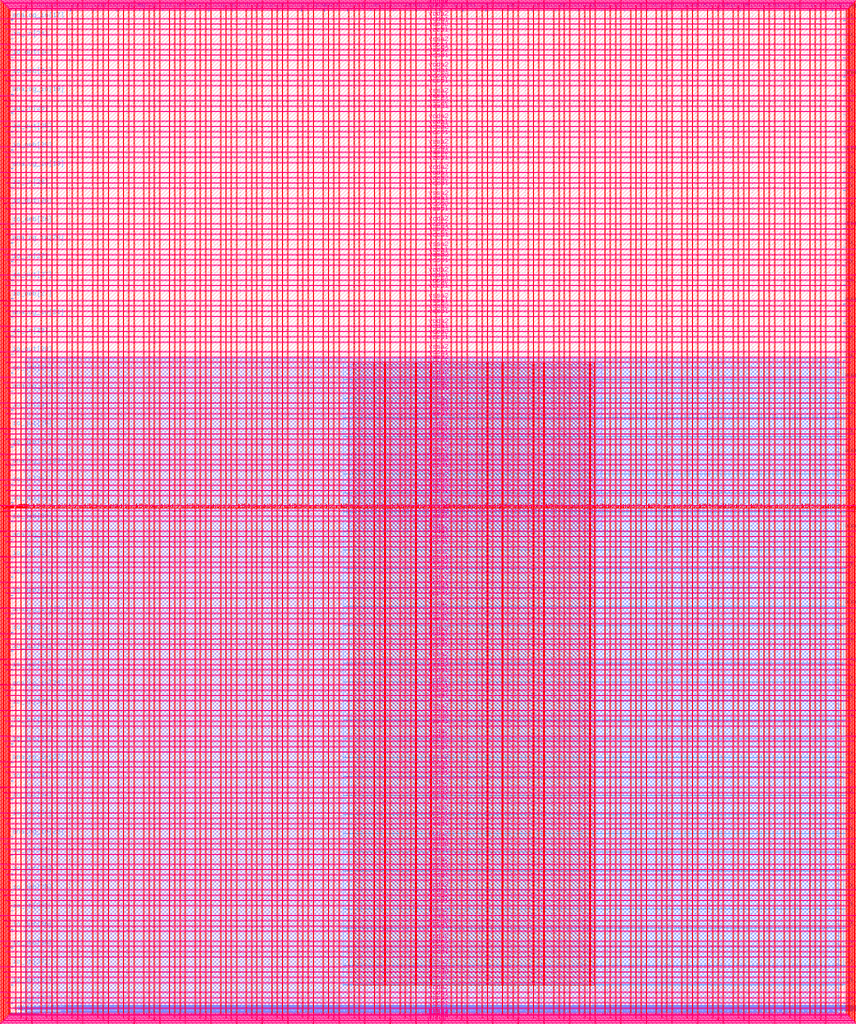
<source format=lef>
VERSION 5.7 ;
  NOWIREEXTENSIONATPIN ON ;
  DIVIDERCHAR "/" ;
  BUSBITCHARS "[]" ;
MACRO user_project_wrapper
  CLASS BLOCK ;
  FOREIGN user_project_wrapper ;
  ORIGIN 0.000 0.000 ;
  SIZE 2920.000 BY 3520.000 ;
  PIN analog_io[0]
    DIRECTION INOUT ;
    USE SIGNAL ;
    PORT
      LAYER met3 ;
        RECT 2917.600 1426.380 2924.800 1427.580 ;
    END
  END analog_io[0]
  PIN analog_io[10]
    DIRECTION INOUT ;
    USE SIGNAL ;
    PORT
      LAYER met2 ;
        RECT 2230.490 3517.600 2231.050 3524.800 ;
    END
  END analog_io[10]
  PIN analog_io[11]
    DIRECTION INOUT ;
    USE SIGNAL ;
    PORT
      LAYER met2 ;
        RECT 1905.730 3517.600 1906.290 3524.800 ;
    END
  END analog_io[11]
  PIN analog_io[12]
    DIRECTION INOUT ;
    USE SIGNAL ;
    PORT
      LAYER met2 ;
        RECT 1581.430 3517.600 1581.990 3524.800 ;
    END
  END analog_io[12]
  PIN analog_io[13]
    DIRECTION INOUT ;
    USE SIGNAL ;
    PORT
      LAYER met2 ;
        RECT 1257.130 3517.600 1257.690 3524.800 ;
    END
  END analog_io[13]
  PIN analog_io[14]
    DIRECTION INOUT ;
    USE SIGNAL ;
    PORT
      LAYER met2 ;
        RECT 932.370 3517.600 932.930 3524.800 ;
    END
  END analog_io[14]
  PIN analog_io[15]
    DIRECTION INOUT ;
    USE SIGNAL ;
    PORT
      LAYER met2 ;
        RECT 608.070 3517.600 608.630 3524.800 ;
    END
  END analog_io[15]
  PIN analog_io[16]
    DIRECTION INOUT ;
    USE SIGNAL ;
    PORT
      LAYER met2 ;
        RECT 283.770 3517.600 284.330 3524.800 ;
    END
  END analog_io[16]
  PIN analog_io[17]
    DIRECTION INOUT ;
    USE SIGNAL ;
    PORT
      LAYER met3 ;
        RECT -4.800 3486.100 2.400 3487.300 ;
    END
  END analog_io[17]
  PIN analog_io[18]
    DIRECTION INOUT ;
    USE SIGNAL ;
    PORT
      LAYER met3 ;
        RECT -4.800 3224.980 2.400 3226.180 ;
    END
  END analog_io[18]
  PIN analog_io[19]
    DIRECTION INOUT ;
    USE SIGNAL ;
    PORT
      LAYER met3 ;
        RECT -4.800 2964.540 2.400 2965.740 ;
    END
  END analog_io[19]
  PIN analog_io[1]
    DIRECTION INOUT ;
    USE SIGNAL ;
    PORT
      LAYER met3 ;
        RECT 2917.600 1692.260 2924.800 1693.460 ;
    END
  END analog_io[1]
  PIN analog_io[20]
    DIRECTION INOUT ;
    USE SIGNAL ;
    PORT
      LAYER met3 ;
        RECT -4.800 2703.420 2.400 2704.620 ;
    END
  END analog_io[20]
  PIN analog_io[21]
    DIRECTION INOUT ;
    USE SIGNAL ;
    PORT
      LAYER met3 ;
        RECT -4.800 2442.980 2.400 2444.180 ;
    END
  END analog_io[21]
  PIN analog_io[22]
    DIRECTION INOUT ;
    USE SIGNAL ;
    PORT
      LAYER met3 ;
        RECT -4.800 2182.540 2.400 2183.740 ;
    END
  END analog_io[22]
  PIN analog_io[23]
    DIRECTION INOUT ;
    USE SIGNAL ;
    PORT
      LAYER met3 ;
        RECT -4.800 1921.420 2.400 1922.620 ;
    END
  END analog_io[23]
  PIN analog_io[24]
    DIRECTION INOUT ;
    USE SIGNAL ;
    PORT
      LAYER met3 ;
        RECT -4.800 1660.980 2.400 1662.180 ;
    END
  END analog_io[24]
  PIN analog_io[25]
    DIRECTION INOUT ;
    USE SIGNAL ;
    PORT
      LAYER met3 ;
        RECT -4.800 1399.860 2.400 1401.060 ;
    END
  END analog_io[25]
  PIN analog_io[26]
    DIRECTION INOUT ;
    USE SIGNAL ;
    PORT
      LAYER met3 ;
        RECT -4.800 1139.420 2.400 1140.620 ;
    END
  END analog_io[26]
  PIN analog_io[27]
    DIRECTION INOUT ;
    USE SIGNAL ;
    PORT
      LAYER met3 ;
        RECT -4.800 878.980 2.400 880.180 ;
    END
  END analog_io[27]
  PIN analog_io[28]
    DIRECTION INOUT ;
    USE SIGNAL ;
    PORT
      LAYER met3 ;
        RECT -4.800 617.860 2.400 619.060 ;
    END
  END analog_io[28]
  PIN analog_io[2]
    DIRECTION INOUT ;
    USE SIGNAL ;
    PORT
      LAYER met3 ;
        RECT 2917.600 1958.140 2924.800 1959.340 ;
    END
  END analog_io[2]
  PIN analog_io[3]
    DIRECTION INOUT ;
    USE SIGNAL ;
    PORT
      LAYER met3 ;
        RECT 2917.600 2223.340 2924.800 2224.540 ;
    END
  END analog_io[3]
  PIN analog_io[4]
    DIRECTION INOUT ;
    USE SIGNAL ;
    PORT
      LAYER met3 ;
        RECT 2917.600 2489.220 2924.800 2490.420 ;
    END
  END analog_io[4]
  PIN analog_io[5]
    DIRECTION INOUT ;
    USE SIGNAL ;
    PORT
      LAYER met3 ;
        RECT 2917.600 2755.100 2924.800 2756.300 ;
    END
  END analog_io[5]
  PIN analog_io[6]
    DIRECTION INOUT ;
    USE SIGNAL ;
    PORT
      LAYER met3 ;
        RECT 2917.600 3020.300 2924.800 3021.500 ;
    END
  END analog_io[6]
  PIN analog_io[7]
    DIRECTION INOUT ;
    USE SIGNAL ;
    PORT
      LAYER met3 ;
        RECT 2917.600 3286.180 2924.800 3287.380 ;
    END
  END analog_io[7]
  PIN analog_io[8]
    DIRECTION INOUT ;
    USE SIGNAL ;
    PORT
      LAYER met2 ;
        RECT 2879.090 3517.600 2879.650 3524.800 ;
    END
  END analog_io[8]
  PIN analog_io[9]
    DIRECTION INOUT ;
    USE SIGNAL ;
    PORT
      LAYER met2 ;
        RECT 2554.790 3517.600 2555.350 3524.800 ;
    END
  END analog_io[9]
  PIN io_in[0]
    DIRECTION INPUT ;
    USE SIGNAL ;
    PORT
      LAYER met3 ;
        RECT 2917.600 32.380 2924.800 33.580 ;
    END
  END io_in[0]
  PIN io_in[10]
    DIRECTION INPUT ;
    USE SIGNAL ;
    PORT
      LAYER met3 ;
        RECT 2917.600 2289.980 2924.800 2291.180 ;
    END
  END io_in[10]
  PIN io_in[11]
    DIRECTION INPUT ;
    USE SIGNAL ;
    PORT
      LAYER met3 ;
        RECT 2917.600 2555.860 2924.800 2557.060 ;
    END
  END io_in[11]
  PIN io_in[12]
    DIRECTION INPUT ;
    USE SIGNAL ;
    PORT
      LAYER met3 ;
        RECT 2917.600 2821.060 2924.800 2822.260 ;
    END
  END io_in[12]
  PIN io_in[13]
    DIRECTION INPUT ;
    USE SIGNAL ;
    PORT
      LAYER met3 ;
        RECT 2917.600 3086.940 2924.800 3088.140 ;
    END
  END io_in[13]
  PIN io_in[14]
    DIRECTION INPUT ;
    USE SIGNAL ;
    PORT
      LAYER met3 ;
        RECT 2917.600 3352.820 2924.800 3354.020 ;
    END
  END io_in[14]
  PIN io_in[15]
    DIRECTION INPUT ;
    USE SIGNAL ;
    PORT
      LAYER met2 ;
        RECT 2798.130 3517.600 2798.690 3524.800 ;
    END
  END io_in[15]
  PIN io_in[16]
    DIRECTION INPUT ;
    USE SIGNAL ;
    PORT
      LAYER met2 ;
        RECT 2473.830 3517.600 2474.390 3524.800 ;
    END
  END io_in[16]
  PIN io_in[17]
    DIRECTION INPUT ;
    USE SIGNAL ;
    PORT
      LAYER met2 ;
        RECT 2149.070 3517.600 2149.630 3524.800 ;
    END
  END io_in[17]
  PIN io_in[18]
    DIRECTION INPUT ;
    USE SIGNAL ;
    PORT
      LAYER met2 ;
        RECT 1824.770 3517.600 1825.330 3524.800 ;
    END
  END io_in[18]
  PIN io_in[19]
    DIRECTION INPUT ;
    USE SIGNAL ;
    PORT
      LAYER met2 ;
        RECT 1500.470 3517.600 1501.030 3524.800 ;
    END
  END io_in[19]
  PIN io_in[1]
    DIRECTION INPUT ;
    USE SIGNAL ;
    PORT
      LAYER met3 ;
        RECT 2917.600 230.940 2924.800 232.140 ;
    END
  END io_in[1]
  PIN io_in[20]
    DIRECTION INPUT ;
    USE SIGNAL ;
    PORT
      LAYER met2 ;
        RECT 1175.710 3517.600 1176.270 3524.800 ;
    END
  END io_in[20]
  PIN io_in[21]
    DIRECTION INPUT ;
    USE SIGNAL ;
    PORT
      LAYER met2 ;
        RECT 851.410 3517.600 851.970 3524.800 ;
    END
  END io_in[21]
  PIN io_in[22]
    DIRECTION INPUT ;
    USE SIGNAL ;
    PORT
      LAYER met2 ;
        RECT 527.110 3517.600 527.670 3524.800 ;
    END
  END io_in[22]
  PIN io_in[23]
    DIRECTION INPUT ;
    USE SIGNAL ;
    PORT
      LAYER met2 ;
        RECT 202.350 3517.600 202.910 3524.800 ;
    END
  END io_in[23]
  PIN io_in[24]
    DIRECTION INPUT ;
    USE SIGNAL ;
    PORT
      LAYER met3 ;
        RECT -4.800 3420.820 2.400 3422.020 ;
    END
  END io_in[24]
  PIN io_in[25]
    DIRECTION INPUT ;
    USE SIGNAL ;
    PORT
      LAYER met3 ;
        RECT -4.800 3159.700 2.400 3160.900 ;
    END
  END io_in[25]
  PIN io_in[26]
    DIRECTION INPUT ;
    USE SIGNAL ;
    PORT
      LAYER met3 ;
        RECT -4.800 2899.260 2.400 2900.460 ;
    END
  END io_in[26]
  PIN io_in[27]
    DIRECTION INPUT ;
    USE SIGNAL ;
    PORT
      LAYER met3 ;
        RECT -4.800 2638.820 2.400 2640.020 ;
    END
  END io_in[27]
  PIN io_in[28]
    DIRECTION INPUT ;
    USE SIGNAL ;
    PORT
      LAYER met3 ;
        RECT -4.800 2377.700 2.400 2378.900 ;
    END
  END io_in[28]
  PIN io_in[29]
    DIRECTION INPUT ;
    USE SIGNAL ;
    PORT
      LAYER met3 ;
        RECT -4.800 2117.260 2.400 2118.460 ;
    END
  END io_in[29]
  PIN io_in[2]
    DIRECTION INPUT ;
    USE SIGNAL ;
    PORT
      LAYER met3 ;
        RECT 2917.600 430.180 2924.800 431.380 ;
    END
  END io_in[2]
  PIN io_in[30]
    DIRECTION INPUT ;
    USE SIGNAL ;
    PORT
      LAYER met3 ;
        RECT -4.800 1856.140 2.400 1857.340 ;
    END
  END io_in[30]
  PIN io_in[31]
    DIRECTION INPUT ;
    USE SIGNAL ;
    PORT
      LAYER met3 ;
        RECT -4.800 1595.700 2.400 1596.900 ;
    END
  END io_in[31]
  PIN io_in[32]
    DIRECTION INPUT ;
    USE SIGNAL ;
    PORT
      LAYER met3 ;
        RECT -4.800 1335.260 2.400 1336.460 ;
    END
  END io_in[32]
  PIN io_in[33]
    DIRECTION INPUT ;
    USE SIGNAL ;
    PORT
      LAYER met3 ;
        RECT -4.800 1074.140 2.400 1075.340 ;
    END
  END io_in[33]
  PIN io_in[34]
    DIRECTION INPUT ;
    USE SIGNAL ;
    PORT
      LAYER met3 ;
        RECT -4.800 813.700 2.400 814.900 ;
    END
  END io_in[34]
  PIN io_in[35]
    DIRECTION INPUT ;
    USE SIGNAL ;
    PORT
      LAYER met3 ;
        RECT -4.800 552.580 2.400 553.780 ;
    END
  END io_in[35]
  PIN io_in[36]
    DIRECTION INPUT ;
    USE SIGNAL ;
    PORT
      LAYER met3 ;
        RECT -4.800 357.420 2.400 358.620 ;
    END
  END io_in[36]
  PIN io_in[37]
    DIRECTION INPUT ;
    USE SIGNAL ;
    PORT
      LAYER met3 ;
        RECT -4.800 161.580 2.400 162.780 ;
    END
  END io_in[37]
  PIN io_in[3]
    DIRECTION INPUT ;
    USE SIGNAL ;
    PORT
      LAYER met3 ;
        RECT 2917.600 629.420 2924.800 630.620 ;
    END
  END io_in[3]
  PIN io_in[4]
    DIRECTION INPUT ;
    USE SIGNAL ;
    PORT
      LAYER met3 ;
        RECT 2917.600 828.660 2924.800 829.860 ;
    END
  END io_in[4]
  PIN io_in[5]
    DIRECTION INPUT ;
    USE SIGNAL ;
    PORT
      LAYER met3 ;
        RECT 2917.600 1027.900 2924.800 1029.100 ;
    END
  END io_in[5]
  PIN io_in[6]
    DIRECTION INPUT ;
    USE SIGNAL ;
    PORT
      LAYER met3 ;
        RECT 2917.600 1227.140 2924.800 1228.340 ;
    END
  END io_in[6]
  PIN io_in[7]
    DIRECTION INPUT ;
    USE SIGNAL ;
    PORT
      LAYER met3 ;
        RECT 2917.600 1493.020 2924.800 1494.220 ;
    END
  END io_in[7]
  PIN io_in[8]
    DIRECTION INPUT ;
    USE SIGNAL ;
    PORT
      LAYER met3 ;
        RECT 2917.600 1758.900 2924.800 1760.100 ;
    END
  END io_in[8]
  PIN io_in[9]
    DIRECTION INPUT ;
    USE SIGNAL ;
    PORT
      LAYER met3 ;
        RECT 2917.600 2024.100 2924.800 2025.300 ;
    END
  END io_in[9]
  PIN io_oeb[0]
    DIRECTION OUTPUT TRISTATE ;
    USE SIGNAL ;
    PORT
      LAYER met3 ;
        RECT 2917.600 164.980 2924.800 166.180 ;
    END
  END io_oeb[0]
  PIN io_oeb[10]
    DIRECTION OUTPUT TRISTATE ;
    USE SIGNAL ;
    PORT
      LAYER met3 ;
        RECT 2917.600 2422.580 2924.800 2423.780 ;
    END
  END io_oeb[10]
  PIN io_oeb[11]
    DIRECTION OUTPUT TRISTATE ;
    USE SIGNAL ;
    PORT
      LAYER met3 ;
        RECT 2917.600 2688.460 2924.800 2689.660 ;
    END
  END io_oeb[11]
  PIN io_oeb[12]
    DIRECTION OUTPUT TRISTATE ;
    USE SIGNAL ;
    PORT
      LAYER met3 ;
        RECT 2917.600 2954.340 2924.800 2955.540 ;
    END
  END io_oeb[12]
  PIN io_oeb[13]
    DIRECTION OUTPUT TRISTATE ;
    USE SIGNAL ;
    PORT
      LAYER met3 ;
        RECT 2917.600 3219.540 2924.800 3220.740 ;
    END
  END io_oeb[13]
  PIN io_oeb[14]
    DIRECTION OUTPUT TRISTATE ;
    USE SIGNAL ;
    PORT
      LAYER met3 ;
        RECT 2917.600 3485.420 2924.800 3486.620 ;
    END
  END io_oeb[14]
  PIN io_oeb[15]
    DIRECTION OUTPUT TRISTATE ;
    USE SIGNAL ;
    PORT
      LAYER met2 ;
        RECT 2635.750 3517.600 2636.310 3524.800 ;
    END
  END io_oeb[15]
  PIN io_oeb[16]
    DIRECTION OUTPUT TRISTATE ;
    USE SIGNAL ;
    PORT
      LAYER met2 ;
        RECT 2311.450 3517.600 2312.010 3524.800 ;
    END
  END io_oeb[16]
  PIN io_oeb[17]
    DIRECTION OUTPUT TRISTATE ;
    USE SIGNAL ;
    PORT
      LAYER met2 ;
        RECT 1987.150 3517.600 1987.710 3524.800 ;
    END
  END io_oeb[17]
  PIN io_oeb[18]
    DIRECTION OUTPUT TRISTATE ;
    USE SIGNAL ;
    PORT
      LAYER met2 ;
        RECT 1662.390 3517.600 1662.950 3524.800 ;
    END
  END io_oeb[18]
  PIN io_oeb[19]
    DIRECTION OUTPUT TRISTATE ;
    USE SIGNAL ;
    PORT
      LAYER met2 ;
        RECT 1338.090 3517.600 1338.650 3524.800 ;
    END
  END io_oeb[19]
  PIN io_oeb[1]
    DIRECTION OUTPUT TRISTATE ;
    USE SIGNAL ;
    PORT
      LAYER met3 ;
        RECT 2917.600 364.220 2924.800 365.420 ;
    END
  END io_oeb[1]
  PIN io_oeb[20]
    DIRECTION OUTPUT TRISTATE ;
    USE SIGNAL ;
    PORT
      LAYER met2 ;
        RECT 1013.790 3517.600 1014.350 3524.800 ;
    END
  END io_oeb[20]
  PIN io_oeb[21]
    DIRECTION OUTPUT TRISTATE ;
    USE SIGNAL ;
    PORT
      LAYER met2 ;
        RECT 689.030 3517.600 689.590 3524.800 ;
    END
  END io_oeb[21]
  PIN io_oeb[22]
    DIRECTION OUTPUT TRISTATE ;
    USE SIGNAL ;
    PORT
      LAYER met2 ;
        RECT 364.730 3517.600 365.290 3524.800 ;
    END
  END io_oeb[22]
  PIN io_oeb[23]
    DIRECTION OUTPUT TRISTATE ;
    USE SIGNAL ;
    PORT
      LAYER met2 ;
        RECT 40.430 3517.600 40.990 3524.800 ;
    END
  END io_oeb[23]
  PIN io_oeb[24]
    DIRECTION OUTPUT TRISTATE ;
    USE SIGNAL ;
    PORT
      LAYER met3 ;
        RECT -4.800 3290.260 2.400 3291.460 ;
    END
  END io_oeb[24]
  PIN io_oeb[25]
    DIRECTION OUTPUT TRISTATE ;
    USE SIGNAL ;
    PORT
      LAYER met3 ;
        RECT -4.800 3029.820 2.400 3031.020 ;
    END
  END io_oeb[25]
  PIN io_oeb[26]
    DIRECTION OUTPUT TRISTATE ;
    USE SIGNAL ;
    PORT
      LAYER met3 ;
        RECT -4.800 2768.700 2.400 2769.900 ;
    END
  END io_oeb[26]
  PIN io_oeb[27]
    DIRECTION OUTPUT TRISTATE ;
    USE SIGNAL ;
    PORT
      LAYER met3 ;
        RECT -4.800 2508.260 2.400 2509.460 ;
    END
  END io_oeb[27]
  PIN io_oeb[28]
    DIRECTION OUTPUT TRISTATE ;
    USE SIGNAL ;
    PORT
      LAYER met3 ;
        RECT -4.800 2247.140 2.400 2248.340 ;
    END
  END io_oeb[28]
  PIN io_oeb[29]
    DIRECTION OUTPUT TRISTATE ;
    USE SIGNAL ;
    PORT
      LAYER met3 ;
        RECT -4.800 1986.700 2.400 1987.900 ;
    END
  END io_oeb[29]
  PIN io_oeb[2]
    DIRECTION OUTPUT TRISTATE ;
    USE SIGNAL ;
    PORT
      LAYER met3 ;
        RECT 2917.600 563.460 2924.800 564.660 ;
    END
  END io_oeb[2]
  PIN io_oeb[30]
    DIRECTION OUTPUT TRISTATE ;
    USE SIGNAL ;
    PORT
      LAYER met3 ;
        RECT -4.800 1726.260 2.400 1727.460 ;
    END
  END io_oeb[30]
  PIN io_oeb[31]
    DIRECTION OUTPUT TRISTATE ;
    USE SIGNAL ;
    PORT
      LAYER met3 ;
        RECT -4.800 1465.140 2.400 1466.340 ;
    END
  END io_oeb[31]
  PIN io_oeb[32]
    DIRECTION OUTPUT TRISTATE ;
    USE SIGNAL ;
    PORT
      LAYER met3 ;
        RECT -4.800 1204.700 2.400 1205.900 ;
    END
  END io_oeb[32]
  PIN io_oeb[33]
    DIRECTION OUTPUT TRISTATE ;
    USE SIGNAL ;
    PORT
      LAYER met3 ;
        RECT -4.800 943.580 2.400 944.780 ;
    END
  END io_oeb[33]
  PIN io_oeb[34]
    DIRECTION OUTPUT TRISTATE ;
    USE SIGNAL ;
    PORT
      LAYER met3 ;
        RECT -4.800 683.140 2.400 684.340 ;
    END
  END io_oeb[34]
  PIN io_oeb[35]
    DIRECTION OUTPUT TRISTATE ;
    USE SIGNAL ;
    PORT
      LAYER met3 ;
        RECT -4.800 422.700 2.400 423.900 ;
    END
  END io_oeb[35]
  PIN io_oeb[36]
    DIRECTION OUTPUT TRISTATE ;
    USE SIGNAL ;
    PORT
      LAYER met3 ;
        RECT -4.800 226.860 2.400 228.060 ;
    END
  END io_oeb[36]
  PIN io_oeb[37]
    DIRECTION OUTPUT TRISTATE ;
    USE SIGNAL ;
    PORT
      LAYER met3 ;
        RECT -4.800 31.700 2.400 32.900 ;
    END
  END io_oeb[37]
  PIN io_oeb[3]
    DIRECTION OUTPUT TRISTATE ;
    USE SIGNAL ;
    PORT
      LAYER met3 ;
        RECT 2917.600 762.700 2924.800 763.900 ;
    END
  END io_oeb[3]
  PIN io_oeb[4]
    DIRECTION OUTPUT TRISTATE ;
    USE SIGNAL ;
    PORT
      LAYER met3 ;
        RECT 2917.600 961.940 2924.800 963.140 ;
    END
  END io_oeb[4]
  PIN io_oeb[5]
    DIRECTION OUTPUT TRISTATE ;
    USE SIGNAL ;
    PORT
      LAYER met3 ;
        RECT 2917.600 1161.180 2924.800 1162.380 ;
    END
  END io_oeb[5]
  PIN io_oeb[6]
    DIRECTION OUTPUT TRISTATE ;
    USE SIGNAL ;
    PORT
      LAYER met3 ;
        RECT 2917.600 1360.420 2924.800 1361.620 ;
    END
  END io_oeb[6]
  PIN io_oeb[7]
    DIRECTION OUTPUT TRISTATE ;
    USE SIGNAL ;
    PORT
      LAYER met3 ;
        RECT 2917.600 1625.620 2924.800 1626.820 ;
    END
  END io_oeb[7]
  PIN io_oeb[8]
    DIRECTION OUTPUT TRISTATE ;
    USE SIGNAL ;
    PORT
      LAYER met3 ;
        RECT 2917.600 1891.500 2924.800 1892.700 ;
    END
  END io_oeb[8]
  PIN io_oeb[9]
    DIRECTION OUTPUT TRISTATE ;
    USE SIGNAL ;
    PORT
      LAYER met3 ;
        RECT 2917.600 2157.380 2924.800 2158.580 ;
    END
  END io_oeb[9]
  PIN io_out[0]
    DIRECTION OUTPUT TRISTATE ;
    USE SIGNAL ;
    PORT
      LAYER met3 ;
        RECT 2917.600 98.340 2924.800 99.540 ;
    END
  END io_out[0]
  PIN io_out[10]
    DIRECTION OUTPUT TRISTATE ;
    USE SIGNAL ;
    PORT
      LAYER met3 ;
        RECT 2917.600 2356.620 2924.800 2357.820 ;
    END
  END io_out[10]
  PIN io_out[11]
    DIRECTION OUTPUT TRISTATE ;
    USE SIGNAL ;
    PORT
      LAYER met3 ;
        RECT 2917.600 2621.820 2924.800 2623.020 ;
    END
  END io_out[11]
  PIN io_out[12]
    DIRECTION OUTPUT TRISTATE ;
    USE SIGNAL ;
    PORT
      LAYER met3 ;
        RECT 2917.600 2887.700 2924.800 2888.900 ;
    END
  END io_out[12]
  PIN io_out[13]
    DIRECTION OUTPUT TRISTATE ;
    USE SIGNAL ;
    PORT
      LAYER met3 ;
        RECT 2917.600 3153.580 2924.800 3154.780 ;
    END
  END io_out[13]
  PIN io_out[14]
    DIRECTION OUTPUT TRISTATE ;
    USE SIGNAL ;
    PORT
      LAYER met3 ;
        RECT 2917.600 3418.780 2924.800 3419.980 ;
    END
  END io_out[14]
  PIN io_out[15]
    DIRECTION OUTPUT TRISTATE ;
    USE SIGNAL ;
    PORT
      LAYER met2 ;
        RECT 2717.170 3517.600 2717.730 3524.800 ;
    END
  END io_out[15]
  PIN io_out[16]
    DIRECTION OUTPUT TRISTATE ;
    USE SIGNAL ;
    PORT
      LAYER met2 ;
        RECT 2392.410 3517.600 2392.970 3524.800 ;
    END
  END io_out[16]
  PIN io_out[17]
    DIRECTION OUTPUT TRISTATE ;
    USE SIGNAL ;
    PORT
      LAYER met2 ;
        RECT 2068.110 3517.600 2068.670 3524.800 ;
    END
  END io_out[17]
  PIN io_out[18]
    DIRECTION OUTPUT TRISTATE ;
    USE SIGNAL ;
    PORT
      LAYER met2 ;
        RECT 1743.810 3517.600 1744.370 3524.800 ;
    END
  END io_out[18]
  PIN io_out[19]
    DIRECTION OUTPUT TRISTATE ;
    USE SIGNAL ;
    PORT
      LAYER met2 ;
        RECT 1419.050 3517.600 1419.610 3524.800 ;
    END
  END io_out[19]
  PIN io_out[1]
    DIRECTION OUTPUT TRISTATE ;
    USE SIGNAL ;
    PORT
      LAYER met3 ;
        RECT 2917.600 297.580 2924.800 298.780 ;
    END
  END io_out[1]
  PIN io_out[20]
    DIRECTION OUTPUT TRISTATE ;
    USE SIGNAL ;
    PORT
      LAYER met2 ;
        RECT 1094.750 3517.600 1095.310 3524.800 ;
    END
  END io_out[20]
  PIN io_out[21]
    DIRECTION OUTPUT TRISTATE ;
    USE SIGNAL ;
    PORT
      LAYER met2 ;
        RECT 770.450 3517.600 771.010 3524.800 ;
    END
  END io_out[21]
  PIN io_out[22]
    DIRECTION OUTPUT TRISTATE ;
    USE SIGNAL ;
    PORT
      LAYER met2 ;
        RECT 445.690 3517.600 446.250 3524.800 ;
    END
  END io_out[22]
  PIN io_out[23]
    DIRECTION OUTPUT TRISTATE ;
    USE SIGNAL ;
    PORT
      LAYER met2 ;
        RECT 121.390 3517.600 121.950 3524.800 ;
    END
  END io_out[23]
  PIN io_out[24]
    DIRECTION OUTPUT TRISTATE ;
    USE SIGNAL ;
    PORT
      LAYER met3 ;
        RECT -4.800 3355.540 2.400 3356.740 ;
    END
  END io_out[24]
  PIN io_out[25]
    DIRECTION OUTPUT TRISTATE ;
    USE SIGNAL ;
    PORT
      LAYER met3 ;
        RECT -4.800 3095.100 2.400 3096.300 ;
    END
  END io_out[25]
  PIN io_out[26]
    DIRECTION OUTPUT TRISTATE ;
    USE SIGNAL ;
    PORT
      LAYER met3 ;
        RECT -4.800 2833.980 2.400 2835.180 ;
    END
  END io_out[26]
  PIN io_out[27]
    DIRECTION OUTPUT TRISTATE ;
    USE SIGNAL ;
    PORT
      LAYER met3 ;
        RECT -4.800 2573.540 2.400 2574.740 ;
    END
  END io_out[27]
  PIN io_out[28]
    DIRECTION OUTPUT TRISTATE ;
    USE SIGNAL ;
    PORT
      LAYER met3 ;
        RECT -4.800 2312.420 2.400 2313.620 ;
    END
  END io_out[28]
  PIN io_out[29]
    DIRECTION OUTPUT TRISTATE ;
    USE SIGNAL ;
    PORT
      LAYER met3 ;
        RECT -4.800 2051.980 2.400 2053.180 ;
    END
  END io_out[29]
  PIN io_out[2]
    DIRECTION OUTPUT TRISTATE ;
    USE SIGNAL ;
    PORT
      LAYER met3 ;
        RECT 2917.600 496.820 2924.800 498.020 ;
    END
  END io_out[2]
  PIN io_out[30]
    DIRECTION OUTPUT TRISTATE ;
    USE SIGNAL ;
    PORT
      LAYER met3 ;
        RECT -4.800 1791.540 2.400 1792.740 ;
    END
  END io_out[30]
  PIN io_out[31]
    DIRECTION OUTPUT TRISTATE ;
    USE SIGNAL ;
    PORT
      LAYER met3 ;
        RECT -4.800 1530.420 2.400 1531.620 ;
    END
  END io_out[31]
  PIN io_out[32]
    DIRECTION OUTPUT TRISTATE ;
    USE SIGNAL ;
    PORT
      LAYER met3 ;
        RECT -4.800 1269.980 2.400 1271.180 ;
    END
  END io_out[32]
  PIN io_out[33]
    DIRECTION OUTPUT TRISTATE ;
    USE SIGNAL ;
    PORT
      LAYER met3 ;
        RECT -4.800 1008.860 2.400 1010.060 ;
    END
  END io_out[33]
  PIN io_out[34]
    DIRECTION OUTPUT TRISTATE ;
    USE SIGNAL ;
    PORT
      LAYER met3 ;
        RECT -4.800 748.420 2.400 749.620 ;
    END
  END io_out[34]
  PIN io_out[35]
    DIRECTION OUTPUT TRISTATE ;
    USE SIGNAL ;
    PORT
      LAYER met3 ;
        RECT -4.800 487.300 2.400 488.500 ;
    END
  END io_out[35]
  PIN io_out[36]
    DIRECTION OUTPUT TRISTATE ;
    USE SIGNAL ;
    PORT
      LAYER met3 ;
        RECT -4.800 292.140 2.400 293.340 ;
    END
  END io_out[36]
  PIN io_out[37]
    DIRECTION OUTPUT TRISTATE ;
    USE SIGNAL ;
    PORT
      LAYER met3 ;
        RECT -4.800 96.300 2.400 97.500 ;
    END
  END io_out[37]
  PIN io_out[3]
    DIRECTION OUTPUT TRISTATE ;
    USE SIGNAL ;
    PORT
      LAYER met3 ;
        RECT 2917.600 696.060 2924.800 697.260 ;
    END
  END io_out[3]
  PIN io_out[4]
    DIRECTION OUTPUT TRISTATE ;
    USE SIGNAL ;
    PORT
      LAYER met3 ;
        RECT 2917.600 895.300 2924.800 896.500 ;
    END
  END io_out[4]
  PIN io_out[5]
    DIRECTION OUTPUT TRISTATE ;
    USE SIGNAL ;
    PORT
      LAYER met3 ;
        RECT 2917.600 1094.540 2924.800 1095.740 ;
    END
  END io_out[5]
  PIN io_out[6]
    DIRECTION OUTPUT TRISTATE ;
    USE SIGNAL ;
    PORT
      LAYER met3 ;
        RECT 2917.600 1293.780 2924.800 1294.980 ;
    END
  END io_out[6]
  PIN io_out[7]
    DIRECTION OUTPUT TRISTATE ;
    USE SIGNAL ;
    PORT
      LAYER met3 ;
        RECT 2917.600 1559.660 2924.800 1560.860 ;
    END
  END io_out[7]
  PIN io_out[8]
    DIRECTION OUTPUT TRISTATE ;
    USE SIGNAL ;
    PORT
      LAYER met3 ;
        RECT 2917.600 1824.860 2924.800 1826.060 ;
    END
  END io_out[8]
  PIN io_out[9]
    DIRECTION OUTPUT TRISTATE ;
    USE SIGNAL ;
    PORT
      LAYER met3 ;
        RECT 2917.600 2090.740 2924.800 2091.940 ;
    END
  END io_out[9]
  PIN la_data_in[0]
    DIRECTION INPUT ;
    USE SIGNAL ;
    PORT
      LAYER met2 ;
        RECT 629.230 -4.800 629.790 2.400 ;
    END
  END la_data_in[0]
  PIN la_data_in[100]
    DIRECTION INPUT ;
    USE SIGNAL ;
    PORT
      LAYER met2 ;
        RECT 2402.530 -4.800 2403.090 2.400 ;
    END
  END la_data_in[100]
  PIN la_data_in[101]
    DIRECTION INPUT ;
    USE SIGNAL ;
    PORT
      LAYER met2 ;
        RECT 2420.010 -4.800 2420.570 2.400 ;
    END
  END la_data_in[101]
  PIN la_data_in[102]
    DIRECTION INPUT ;
    USE SIGNAL ;
    PORT
      LAYER met2 ;
        RECT 2437.950 -4.800 2438.510 2.400 ;
    END
  END la_data_in[102]
  PIN la_data_in[103]
    DIRECTION INPUT ;
    USE SIGNAL ;
    PORT
      LAYER met2 ;
        RECT 2455.430 -4.800 2455.990 2.400 ;
    END
  END la_data_in[103]
  PIN la_data_in[104]
    DIRECTION INPUT ;
    USE SIGNAL ;
    PORT
      LAYER met2 ;
        RECT 2473.370 -4.800 2473.930 2.400 ;
    END
  END la_data_in[104]
  PIN la_data_in[105]
    DIRECTION INPUT ;
    USE SIGNAL ;
    PORT
      LAYER met2 ;
        RECT 2490.850 -4.800 2491.410 2.400 ;
    END
  END la_data_in[105]
  PIN la_data_in[106]
    DIRECTION INPUT ;
    USE SIGNAL ;
    PORT
      LAYER met2 ;
        RECT 2508.790 -4.800 2509.350 2.400 ;
    END
  END la_data_in[106]
  PIN la_data_in[107]
    DIRECTION INPUT ;
    USE SIGNAL ;
    PORT
      LAYER met2 ;
        RECT 2526.730 -4.800 2527.290 2.400 ;
    END
  END la_data_in[107]
  PIN la_data_in[108]
    DIRECTION INPUT ;
    USE SIGNAL ;
    PORT
      LAYER met2 ;
        RECT 2544.210 -4.800 2544.770 2.400 ;
    END
  END la_data_in[108]
  PIN la_data_in[109]
    DIRECTION INPUT ;
    USE SIGNAL ;
    PORT
      LAYER met2 ;
        RECT 2562.150 -4.800 2562.710 2.400 ;
    END
  END la_data_in[109]
  PIN la_data_in[10]
    DIRECTION INPUT ;
    USE SIGNAL ;
    PORT
      LAYER met2 ;
        RECT 806.330 -4.800 806.890 2.400 ;
    END
  END la_data_in[10]
  PIN la_data_in[110]
    DIRECTION INPUT ;
    USE SIGNAL ;
    PORT
      LAYER met2 ;
        RECT 2579.630 -4.800 2580.190 2.400 ;
    END
  END la_data_in[110]
  PIN la_data_in[111]
    DIRECTION INPUT ;
    USE SIGNAL ;
    PORT
      LAYER met2 ;
        RECT 2597.570 -4.800 2598.130 2.400 ;
    END
  END la_data_in[111]
  PIN la_data_in[112]
    DIRECTION INPUT ;
    USE SIGNAL ;
    PORT
      LAYER met2 ;
        RECT 2615.050 -4.800 2615.610 2.400 ;
    END
  END la_data_in[112]
  PIN la_data_in[113]
    DIRECTION INPUT ;
    USE SIGNAL ;
    PORT
      LAYER met2 ;
        RECT 2632.990 -4.800 2633.550 2.400 ;
    END
  END la_data_in[113]
  PIN la_data_in[114]
    DIRECTION INPUT ;
    USE SIGNAL ;
    PORT
      LAYER met2 ;
        RECT 2650.470 -4.800 2651.030 2.400 ;
    END
  END la_data_in[114]
  PIN la_data_in[115]
    DIRECTION INPUT ;
    USE SIGNAL ;
    PORT
      LAYER met2 ;
        RECT 2668.410 -4.800 2668.970 2.400 ;
    END
  END la_data_in[115]
  PIN la_data_in[116]
    DIRECTION INPUT ;
    USE SIGNAL ;
    PORT
      LAYER met2 ;
        RECT 2685.890 -4.800 2686.450 2.400 ;
    END
  END la_data_in[116]
  PIN la_data_in[117]
    DIRECTION INPUT ;
    USE SIGNAL ;
    PORT
      LAYER met2 ;
        RECT 2703.830 -4.800 2704.390 2.400 ;
    END
  END la_data_in[117]
  PIN la_data_in[118]
    DIRECTION INPUT ;
    USE SIGNAL ;
    PORT
      LAYER met2 ;
        RECT 2721.770 -4.800 2722.330 2.400 ;
    END
  END la_data_in[118]
  PIN la_data_in[119]
    DIRECTION INPUT ;
    USE SIGNAL ;
    PORT
      LAYER met2 ;
        RECT 2739.250 -4.800 2739.810 2.400 ;
    END
  END la_data_in[119]
  PIN la_data_in[11]
    DIRECTION INPUT ;
    USE SIGNAL ;
    PORT
      LAYER met2 ;
        RECT 824.270 -4.800 824.830 2.400 ;
    END
  END la_data_in[11]
  PIN la_data_in[120]
    DIRECTION INPUT ;
    USE SIGNAL ;
    PORT
      LAYER met2 ;
        RECT 2757.190 -4.800 2757.750 2.400 ;
    END
  END la_data_in[120]
  PIN la_data_in[121]
    DIRECTION INPUT ;
    USE SIGNAL ;
    PORT
      LAYER met2 ;
        RECT 2774.670 -4.800 2775.230 2.400 ;
    END
  END la_data_in[121]
  PIN la_data_in[122]
    DIRECTION INPUT ;
    USE SIGNAL ;
    PORT
      LAYER met2 ;
        RECT 2792.610 -4.800 2793.170 2.400 ;
    END
  END la_data_in[122]
  PIN la_data_in[123]
    DIRECTION INPUT ;
    USE SIGNAL ;
    PORT
      LAYER met2 ;
        RECT 2810.090 -4.800 2810.650 2.400 ;
    END
  END la_data_in[123]
  PIN la_data_in[124]
    DIRECTION INPUT ;
    USE SIGNAL ;
    PORT
      LAYER met2 ;
        RECT 2828.030 -4.800 2828.590 2.400 ;
    END
  END la_data_in[124]
  PIN la_data_in[125]
    DIRECTION INPUT ;
    USE SIGNAL ;
    PORT
      LAYER met2 ;
        RECT 2845.510 -4.800 2846.070 2.400 ;
    END
  END la_data_in[125]
  PIN la_data_in[126]
    DIRECTION INPUT ;
    USE SIGNAL ;
    PORT
      LAYER met2 ;
        RECT 2863.450 -4.800 2864.010 2.400 ;
    END
  END la_data_in[126]
  PIN la_data_in[127]
    DIRECTION INPUT ;
    USE SIGNAL ;
    PORT
      LAYER met2 ;
        RECT 2881.390 -4.800 2881.950 2.400 ;
    END
  END la_data_in[127]
  PIN la_data_in[12]
    DIRECTION INPUT ;
    USE SIGNAL ;
    PORT
      LAYER met2 ;
        RECT 841.750 -4.800 842.310 2.400 ;
    END
  END la_data_in[12]
  PIN la_data_in[13]
    DIRECTION INPUT ;
    USE SIGNAL ;
    PORT
      LAYER met2 ;
        RECT 859.690 -4.800 860.250 2.400 ;
    END
  END la_data_in[13]
  PIN la_data_in[14]
    DIRECTION INPUT ;
    USE SIGNAL ;
    PORT
      LAYER met2 ;
        RECT 877.170 -4.800 877.730 2.400 ;
    END
  END la_data_in[14]
  PIN la_data_in[15]
    DIRECTION INPUT ;
    USE SIGNAL ;
    PORT
      LAYER met2 ;
        RECT 895.110 -4.800 895.670 2.400 ;
    END
  END la_data_in[15]
  PIN la_data_in[16]
    DIRECTION INPUT ;
    USE SIGNAL ;
    PORT
      LAYER met2 ;
        RECT 912.590 -4.800 913.150 2.400 ;
    END
  END la_data_in[16]
  PIN la_data_in[17]
    DIRECTION INPUT ;
    USE SIGNAL ;
    PORT
      LAYER met2 ;
        RECT 930.530 -4.800 931.090 2.400 ;
    END
  END la_data_in[17]
  PIN la_data_in[18]
    DIRECTION INPUT ;
    USE SIGNAL ;
    PORT
      LAYER met2 ;
        RECT 948.470 -4.800 949.030 2.400 ;
    END
  END la_data_in[18]
  PIN la_data_in[19]
    DIRECTION INPUT ;
    USE SIGNAL ;
    PORT
      LAYER met2 ;
        RECT 965.950 -4.800 966.510 2.400 ;
    END
  END la_data_in[19]
  PIN la_data_in[1]
    DIRECTION INPUT ;
    USE SIGNAL ;
    PORT
      LAYER met2 ;
        RECT 646.710 -4.800 647.270 2.400 ;
    END
  END la_data_in[1]
  PIN la_data_in[20]
    DIRECTION INPUT ;
    USE SIGNAL ;
    PORT
      LAYER met2 ;
        RECT 983.890 -4.800 984.450 2.400 ;
    END
  END la_data_in[20]
  PIN la_data_in[21]
    DIRECTION INPUT ;
    USE SIGNAL ;
    PORT
      LAYER met2 ;
        RECT 1001.370 -4.800 1001.930 2.400 ;
    END
  END la_data_in[21]
  PIN la_data_in[22]
    DIRECTION INPUT ;
    USE SIGNAL ;
    PORT
      LAYER met2 ;
        RECT 1019.310 -4.800 1019.870 2.400 ;
    END
  END la_data_in[22]
  PIN la_data_in[23]
    DIRECTION INPUT ;
    USE SIGNAL ;
    PORT
      LAYER met2 ;
        RECT 1036.790 -4.800 1037.350 2.400 ;
    END
  END la_data_in[23]
  PIN la_data_in[24]
    DIRECTION INPUT ;
    USE SIGNAL ;
    PORT
      LAYER met2 ;
        RECT 1054.730 -4.800 1055.290 2.400 ;
    END
  END la_data_in[24]
  PIN la_data_in[25]
    DIRECTION INPUT ;
    USE SIGNAL ;
    PORT
      LAYER met2 ;
        RECT 1072.210 -4.800 1072.770 2.400 ;
    END
  END la_data_in[25]
  PIN la_data_in[26]
    DIRECTION INPUT ;
    USE SIGNAL ;
    PORT
      LAYER met2 ;
        RECT 1090.150 -4.800 1090.710 2.400 ;
    END
  END la_data_in[26]
  PIN la_data_in[27]
    DIRECTION INPUT ;
    USE SIGNAL ;
    PORT
      LAYER met2 ;
        RECT 1107.630 -4.800 1108.190 2.400 ;
    END
  END la_data_in[27]
  PIN la_data_in[28]
    DIRECTION INPUT ;
    USE SIGNAL ;
    PORT
      LAYER met2 ;
        RECT 1125.570 -4.800 1126.130 2.400 ;
    END
  END la_data_in[28]
  PIN la_data_in[29]
    DIRECTION INPUT ;
    USE SIGNAL ;
    PORT
      LAYER met2 ;
        RECT 1143.510 -4.800 1144.070 2.400 ;
    END
  END la_data_in[29]
  PIN la_data_in[2]
    DIRECTION INPUT ;
    USE SIGNAL ;
    PORT
      LAYER met2 ;
        RECT 664.650 -4.800 665.210 2.400 ;
    END
  END la_data_in[2]
  PIN la_data_in[30]
    DIRECTION INPUT ;
    USE SIGNAL ;
    PORT
      LAYER met2 ;
        RECT 1160.990 -4.800 1161.550 2.400 ;
    END
  END la_data_in[30]
  PIN la_data_in[31]
    DIRECTION INPUT ;
    USE SIGNAL ;
    PORT
      LAYER met2 ;
        RECT 1178.930 -4.800 1179.490 2.400 ;
    END
  END la_data_in[31]
  PIN la_data_in[32]
    DIRECTION INPUT ;
    USE SIGNAL ;
    PORT
      LAYER met2 ;
        RECT 1196.410 -4.800 1196.970 2.400 ;
    END
  END la_data_in[32]
  PIN la_data_in[33]
    DIRECTION INPUT ;
    USE SIGNAL ;
    PORT
      LAYER met2 ;
        RECT 1214.350 -4.800 1214.910 2.400 ;
    END
  END la_data_in[33]
  PIN la_data_in[34]
    DIRECTION INPUT ;
    USE SIGNAL ;
    PORT
      LAYER met2 ;
        RECT 1231.830 -4.800 1232.390 2.400 ;
    END
  END la_data_in[34]
  PIN la_data_in[35]
    DIRECTION INPUT ;
    USE SIGNAL ;
    PORT
      LAYER met2 ;
        RECT 1249.770 -4.800 1250.330 2.400 ;
    END
  END la_data_in[35]
  PIN la_data_in[36]
    DIRECTION INPUT ;
    USE SIGNAL ;
    PORT
      LAYER met2 ;
        RECT 1267.250 -4.800 1267.810 2.400 ;
    END
  END la_data_in[36]
  PIN la_data_in[37]
    DIRECTION INPUT ;
    USE SIGNAL ;
    PORT
      LAYER met2 ;
        RECT 1285.190 -4.800 1285.750 2.400 ;
    END
  END la_data_in[37]
  PIN la_data_in[38]
    DIRECTION INPUT ;
    USE SIGNAL ;
    PORT
      LAYER met2 ;
        RECT 1303.130 -4.800 1303.690 2.400 ;
    END
  END la_data_in[38]
  PIN la_data_in[39]
    DIRECTION INPUT ;
    USE SIGNAL ;
    PORT
      LAYER met2 ;
        RECT 1320.610 -4.800 1321.170 2.400 ;
    END
  END la_data_in[39]
  PIN la_data_in[3]
    DIRECTION INPUT ;
    USE SIGNAL ;
    PORT
      LAYER met2 ;
        RECT 682.130 -4.800 682.690 2.400 ;
    END
  END la_data_in[3]
  PIN la_data_in[40]
    DIRECTION INPUT ;
    USE SIGNAL ;
    PORT
      LAYER met2 ;
        RECT 1338.550 -4.800 1339.110 2.400 ;
    END
  END la_data_in[40]
  PIN la_data_in[41]
    DIRECTION INPUT ;
    USE SIGNAL ;
    PORT
      LAYER met2 ;
        RECT 1356.030 -4.800 1356.590 2.400 ;
    END
  END la_data_in[41]
  PIN la_data_in[42]
    DIRECTION INPUT ;
    USE SIGNAL ;
    PORT
      LAYER met2 ;
        RECT 1373.970 -4.800 1374.530 2.400 ;
    END
  END la_data_in[42]
  PIN la_data_in[43]
    DIRECTION INPUT ;
    USE SIGNAL ;
    PORT
      LAYER met2 ;
        RECT 1391.450 -4.800 1392.010 2.400 ;
    END
  END la_data_in[43]
  PIN la_data_in[44]
    DIRECTION INPUT ;
    USE SIGNAL ;
    PORT
      LAYER met2 ;
        RECT 1409.390 -4.800 1409.950 2.400 ;
    END
  END la_data_in[44]
  PIN la_data_in[45]
    DIRECTION INPUT ;
    USE SIGNAL ;
    PORT
      LAYER met2 ;
        RECT 1426.870 -4.800 1427.430 2.400 ;
    END
  END la_data_in[45]
  PIN la_data_in[46]
    DIRECTION INPUT ;
    USE SIGNAL ;
    PORT
      LAYER met2 ;
        RECT 1444.810 -4.800 1445.370 2.400 ;
    END
  END la_data_in[46]
  PIN la_data_in[47]
    DIRECTION INPUT ;
    USE SIGNAL ;
    PORT
      LAYER met2 ;
        RECT 1462.750 -4.800 1463.310 2.400 ;
    END
  END la_data_in[47]
  PIN la_data_in[48]
    DIRECTION INPUT ;
    USE SIGNAL ;
    PORT
      LAYER met2 ;
        RECT 1480.230 -4.800 1480.790 2.400 ;
    END
  END la_data_in[48]
  PIN la_data_in[49]
    DIRECTION INPUT ;
    USE SIGNAL ;
    PORT
      LAYER met2 ;
        RECT 1498.170 -4.800 1498.730 2.400 ;
    END
  END la_data_in[49]
  PIN la_data_in[4]
    DIRECTION INPUT ;
    USE SIGNAL ;
    PORT
      LAYER met2 ;
        RECT 700.070 -4.800 700.630 2.400 ;
    END
  END la_data_in[4]
  PIN la_data_in[50]
    DIRECTION INPUT ;
    USE SIGNAL ;
    PORT
      LAYER met2 ;
        RECT 1515.650 -4.800 1516.210 2.400 ;
    END
  END la_data_in[50]
  PIN la_data_in[51]
    DIRECTION INPUT ;
    USE SIGNAL ;
    PORT
      LAYER met2 ;
        RECT 1533.590 -4.800 1534.150 2.400 ;
    END
  END la_data_in[51]
  PIN la_data_in[52]
    DIRECTION INPUT ;
    USE SIGNAL ;
    PORT
      LAYER met2 ;
        RECT 1551.070 -4.800 1551.630 2.400 ;
    END
  END la_data_in[52]
  PIN la_data_in[53]
    DIRECTION INPUT ;
    USE SIGNAL ;
    PORT
      LAYER met2 ;
        RECT 1569.010 -4.800 1569.570 2.400 ;
    END
  END la_data_in[53]
  PIN la_data_in[54]
    DIRECTION INPUT ;
    USE SIGNAL ;
    PORT
      LAYER met2 ;
        RECT 1586.490 -4.800 1587.050 2.400 ;
    END
  END la_data_in[54]
  PIN la_data_in[55]
    DIRECTION INPUT ;
    USE SIGNAL ;
    PORT
      LAYER met2 ;
        RECT 1604.430 -4.800 1604.990 2.400 ;
    END
  END la_data_in[55]
  PIN la_data_in[56]
    DIRECTION INPUT ;
    USE SIGNAL ;
    PORT
      LAYER met2 ;
        RECT 1621.910 -4.800 1622.470 2.400 ;
    END
  END la_data_in[56]
  PIN la_data_in[57]
    DIRECTION INPUT ;
    USE SIGNAL ;
    PORT
      LAYER met2 ;
        RECT 1639.850 -4.800 1640.410 2.400 ;
    END
  END la_data_in[57]
  PIN la_data_in[58]
    DIRECTION INPUT ;
    USE SIGNAL ;
    PORT
      LAYER met2 ;
        RECT 1657.790 -4.800 1658.350 2.400 ;
    END
  END la_data_in[58]
  PIN la_data_in[59]
    DIRECTION INPUT ;
    USE SIGNAL ;
    PORT
      LAYER met2 ;
        RECT 1675.270 -4.800 1675.830 2.400 ;
    END
  END la_data_in[59]
  PIN la_data_in[5]
    DIRECTION INPUT ;
    USE SIGNAL ;
    PORT
      LAYER met2 ;
        RECT 717.550 -4.800 718.110 2.400 ;
    END
  END la_data_in[5]
  PIN la_data_in[60]
    DIRECTION INPUT ;
    USE SIGNAL ;
    PORT
      LAYER met2 ;
        RECT 1693.210 -4.800 1693.770 2.400 ;
    END
  END la_data_in[60]
  PIN la_data_in[61]
    DIRECTION INPUT ;
    USE SIGNAL ;
    PORT
      LAYER met2 ;
        RECT 1710.690 -4.800 1711.250 2.400 ;
    END
  END la_data_in[61]
  PIN la_data_in[62]
    DIRECTION INPUT ;
    USE SIGNAL ;
    PORT
      LAYER met2 ;
        RECT 1728.630 -4.800 1729.190 2.400 ;
    END
  END la_data_in[62]
  PIN la_data_in[63]
    DIRECTION INPUT ;
    USE SIGNAL ;
    PORT
      LAYER met2 ;
        RECT 1746.110 -4.800 1746.670 2.400 ;
    END
  END la_data_in[63]
  PIN la_data_in[64]
    DIRECTION INPUT ;
    USE SIGNAL ;
    PORT
      LAYER met2 ;
        RECT 1764.050 -4.800 1764.610 2.400 ;
    END
  END la_data_in[64]
  PIN la_data_in[65]
    DIRECTION INPUT ;
    USE SIGNAL ;
    PORT
      LAYER met2 ;
        RECT 1781.530 -4.800 1782.090 2.400 ;
    END
  END la_data_in[65]
  PIN la_data_in[66]
    DIRECTION INPUT ;
    USE SIGNAL ;
    PORT
      LAYER met2 ;
        RECT 1799.470 -4.800 1800.030 2.400 ;
    END
  END la_data_in[66]
  PIN la_data_in[67]
    DIRECTION INPUT ;
    USE SIGNAL ;
    PORT
      LAYER met2 ;
        RECT 1817.410 -4.800 1817.970 2.400 ;
    END
  END la_data_in[67]
  PIN la_data_in[68]
    DIRECTION INPUT ;
    USE SIGNAL ;
    PORT
      LAYER met2 ;
        RECT 1834.890 -4.800 1835.450 2.400 ;
    END
  END la_data_in[68]
  PIN la_data_in[69]
    DIRECTION INPUT ;
    USE SIGNAL ;
    PORT
      LAYER met2 ;
        RECT 1852.830 -4.800 1853.390 2.400 ;
    END
  END la_data_in[69]
  PIN la_data_in[6]
    DIRECTION INPUT ;
    USE SIGNAL ;
    PORT
      LAYER met2 ;
        RECT 735.490 -4.800 736.050 2.400 ;
    END
  END la_data_in[6]
  PIN la_data_in[70]
    DIRECTION INPUT ;
    USE SIGNAL ;
    PORT
      LAYER met2 ;
        RECT 1870.310 -4.800 1870.870 2.400 ;
    END
  END la_data_in[70]
  PIN la_data_in[71]
    DIRECTION INPUT ;
    USE SIGNAL ;
    PORT
      LAYER met2 ;
        RECT 1888.250 -4.800 1888.810 2.400 ;
    END
  END la_data_in[71]
  PIN la_data_in[72]
    DIRECTION INPUT ;
    USE SIGNAL ;
    PORT
      LAYER met2 ;
        RECT 1905.730 -4.800 1906.290 2.400 ;
    END
  END la_data_in[72]
  PIN la_data_in[73]
    DIRECTION INPUT ;
    USE SIGNAL ;
    PORT
      LAYER met2 ;
        RECT 1923.670 -4.800 1924.230 2.400 ;
    END
  END la_data_in[73]
  PIN la_data_in[74]
    DIRECTION INPUT ;
    USE SIGNAL ;
    PORT
      LAYER met2 ;
        RECT 1941.150 -4.800 1941.710 2.400 ;
    END
  END la_data_in[74]
  PIN la_data_in[75]
    DIRECTION INPUT ;
    USE SIGNAL ;
    PORT
      LAYER met2 ;
        RECT 1959.090 -4.800 1959.650 2.400 ;
    END
  END la_data_in[75]
  PIN la_data_in[76]
    DIRECTION INPUT ;
    USE SIGNAL ;
    PORT
      LAYER met2 ;
        RECT 1976.570 -4.800 1977.130 2.400 ;
    END
  END la_data_in[76]
  PIN la_data_in[77]
    DIRECTION INPUT ;
    USE SIGNAL ;
    PORT
      LAYER met2 ;
        RECT 1994.510 -4.800 1995.070 2.400 ;
    END
  END la_data_in[77]
  PIN la_data_in[78]
    DIRECTION INPUT ;
    USE SIGNAL ;
    PORT
      LAYER met2 ;
        RECT 2012.450 -4.800 2013.010 2.400 ;
    END
  END la_data_in[78]
  PIN la_data_in[79]
    DIRECTION INPUT ;
    USE SIGNAL ;
    PORT
      LAYER met2 ;
        RECT 2029.930 -4.800 2030.490 2.400 ;
    END
  END la_data_in[79]
  PIN la_data_in[7]
    DIRECTION INPUT ;
    USE SIGNAL ;
    PORT
      LAYER met2 ;
        RECT 752.970 -4.800 753.530 2.400 ;
    END
  END la_data_in[7]
  PIN la_data_in[80]
    DIRECTION INPUT ;
    USE SIGNAL ;
    PORT
      LAYER met2 ;
        RECT 2047.870 -4.800 2048.430 2.400 ;
    END
  END la_data_in[80]
  PIN la_data_in[81]
    DIRECTION INPUT ;
    USE SIGNAL ;
    PORT
      LAYER met2 ;
        RECT 2065.350 -4.800 2065.910 2.400 ;
    END
  END la_data_in[81]
  PIN la_data_in[82]
    DIRECTION INPUT ;
    USE SIGNAL ;
    PORT
      LAYER met2 ;
        RECT 2083.290 -4.800 2083.850 2.400 ;
    END
  END la_data_in[82]
  PIN la_data_in[83]
    DIRECTION INPUT ;
    USE SIGNAL ;
    PORT
      LAYER met2 ;
        RECT 2100.770 -4.800 2101.330 2.400 ;
    END
  END la_data_in[83]
  PIN la_data_in[84]
    DIRECTION INPUT ;
    USE SIGNAL ;
    PORT
      LAYER met2 ;
        RECT 2118.710 -4.800 2119.270 2.400 ;
    END
  END la_data_in[84]
  PIN la_data_in[85]
    DIRECTION INPUT ;
    USE SIGNAL ;
    PORT
      LAYER met2 ;
        RECT 2136.190 -4.800 2136.750 2.400 ;
    END
  END la_data_in[85]
  PIN la_data_in[86]
    DIRECTION INPUT ;
    USE SIGNAL ;
    PORT
      LAYER met2 ;
        RECT 2154.130 -4.800 2154.690 2.400 ;
    END
  END la_data_in[86]
  PIN la_data_in[87]
    DIRECTION INPUT ;
    USE SIGNAL ;
    PORT
      LAYER met2 ;
        RECT 2172.070 -4.800 2172.630 2.400 ;
    END
  END la_data_in[87]
  PIN la_data_in[88]
    DIRECTION INPUT ;
    USE SIGNAL ;
    PORT
      LAYER met2 ;
        RECT 2189.550 -4.800 2190.110 2.400 ;
    END
  END la_data_in[88]
  PIN la_data_in[89]
    DIRECTION INPUT ;
    USE SIGNAL ;
    PORT
      LAYER met2 ;
        RECT 2207.490 -4.800 2208.050 2.400 ;
    END
  END la_data_in[89]
  PIN la_data_in[8]
    DIRECTION INPUT ;
    USE SIGNAL ;
    PORT
      LAYER met2 ;
        RECT 770.910 -4.800 771.470 2.400 ;
    END
  END la_data_in[8]
  PIN la_data_in[90]
    DIRECTION INPUT ;
    USE SIGNAL ;
    PORT
      LAYER met2 ;
        RECT 2224.970 -4.800 2225.530 2.400 ;
    END
  END la_data_in[90]
  PIN la_data_in[91]
    DIRECTION INPUT ;
    USE SIGNAL ;
    PORT
      LAYER met2 ;
        RECT 2242.910 -4.800 2243.470 2.400 ;
    END
  END la_data_in[91]
  PIN la_data_in[92]
    DIRECTION INPUT ;
    USE SIGNAL ;
    PORT
      LAYER met2 ;
        RECT 2260.390 -4.800 2260.950 2.400 ;
    END
  END la_data_in[92]
  PIN la_data_in[93]
    DIRECTION INPUT ;
    USE SIGNAL ;
    PORT
      LAYER met2 ;
        RECT 2278.330 -4.800 2278.890 2.400 ;
    END
  END la_data_in[93]
  PIN la_data_in[94]
    DIRECTION INPUT ;
    USE SIGNAL ;
    PORT
      LAYER met2 ;
        RECT 2295.810 -4.800 2296.370 2.400 ;
    END
  END la_data_in[94]
  PIN la_data_in[95]
    DIRECTION INPUT ;
    USE SIGNAL ;
    PORT
      LAYER met2 ;
        RECT 2313.750 -4.800 2314.310 2.400 ;
    END
  END la_data_in[95]
  PIN la_data_in[96]
    DIRECTION INPUT ;
    USE SIGNAL ;
    PORT
      LAYER met2 ;
        RECT 2331.230 -4.800 2331.790 2.400 ;
    END
  END la_data_in[96]
  PIN la_data_in[97]
    DIRECTION INPUT ;
    USE SIGNAL ;
    PORT
      LAYER met2 ;
        RECT 2349.170 -4.800 2349.730 2.400 ;
    END
  END la_data_in[97]
  PIN la_data_in[98]
    DIRECTION INPUT ;
    USE SIGNAL ;
    PORT
      LAYER met2 ;
        RECT 2367.110 -4.800 2367.670 2.400 ;
    END
  END la_data_in[98]
  PIN la_data_in[99]
    DIRECTION INPUT ;
    USE SIGNAL ;
    PORT
      LAYER met2 ;
        RECT 2384.590 -4.800 2385.150 2.400 ;
    END
  END la_data_in[99]
  PIN la_data_in[9]
    DIRECTION INPUT ;
    USE SIGNAL ;
    PORT
      LAYER met2 ;
        RECT 788.850 -4.800 789.410 2.400 ;
    END
  END la_data_in[9]
  PIN la_data_out[0]
    DIRECTION OUTPUT TRISTATE ;
    USE SIGNAL ;
    PORT
      LAYER met2 ;
        RECT 634.750 -4.800 635.310 2.400 ;
    END
  END la_data_out[0]
  PIN la_data_out[100]
    DIRECTION OUTPUT TRISTATE ;
    USE SIGNAL ;
    PORT
      LAYER met2 ;
        RECT 2408.510 -4.800 2409.070 2.400 ;
    END
  END la_data_out[100]
  PIN la_data_out[101]
    DIRECTION OUTPUT TRISTATE ;
    USE SIGNAL ;
    PORT
      LAYER met2 ;
        RECT 2425.990 -4.800 2426.550 2.400 ;
    END
  END la_data_out[101]
  PIN la_data_out[102]
    DIRECTION OUTPUT TRISTATE ;
    USE SIGNAL ;
    PORT
      LAYER met2 ;
        RECT 2443.930 -4.800 2444.490 2.400 ;
    END
  END la_data_out[102]
  PIN la_data_out[103]
    DIRECTION OUTPUT TRISTATE ;
    USE SIGNAL ;
    PORT
      LAYER met2 ;
        RECT 2461.410 -4.800 2461.970 2.400 ;
    END
  END la_data_out[103]
  PIN la_data_out[104]
    DIRECTION OUTPUT TRISTATE ;
    USE SIGNAL ;
    PORT
      LAYER met2 ;
        RECT 2479.350 -4.800 2479.910 2.400 ;
    END
  END la_data_out[104]
  PIN la_data_out[105]
    DIRECTION OUTPUT TRISTATE ;
    USE SIGNAL ;
    PORT
      LAYER met2 ;
        RECT 2496.830 -4.800 2497.390 2.400 ;
    END
  END la_data_out[105]
  PIN la_data_out[106]
    DIRECTION OUTPUT TRISTATE ;
    USE SIGNAL ;
    PORT
      LAYER met2 ;
        RECT 2514.770 -4.800 2515.330 2.400 ;
    END
  END la_data_out[106]
  PIN la_data_out[107]
    DIRECTION OUTPUT TRISTATE ;
    USE SIGNAL ;
    PORT
      LAYER met2 ;
        RECT 2532.250 -4.800 2532.810 2.400 ;
    END
  END la_data_out[107]
  PIN la_data_out[108]
    DIRECTION OUTPUT TRISTATE ;
    USE SIGNAL ;
    PORT
      LAYER met2 ;
        RECT 2550.190 -4.800 2550.750 2.400 ;
    END
  END la_data_out[108]
  PIN la_data_out[109]
    DIRECTION OUTPUT TRISTATE ;
    USE SIGNAL ;
    PORT
      LAYER met2 ;
        RECT 2567.670 -4.800 2568.230 2.400 ;
    END
  END la_data_out[109]
  PIN la_data_out[10]
    DIRECTION OUTPUT TRISTATE ;
    USE SIGNAL ;
    PORT
      LAYER met2 ;
        RECT 812.310 -4.800 812.870 2.400 ;
    END
  END la_data_out[10]
  PIN la_data_out[110]
    DIRECTION OUTPUT TRISTATE ;
    USE SIGNAL ;
    PORT
      LAYER met2 ;
        RECT 2585.610 -4.800 2586.170 2.400 ;
    END
  END la_data_out[110]
  PIN la_data_out[111]
    DIRECTION OUTPUT TRISTATE ;
    USE SIGNAL ;
    PORT
      LAYER met2 ;
        RECT 2603.550 -4.800 2604.110 2.400 ;
    END
  END la_data_out[111]
  PIN la_data_out[112]
    DIRECTION OUTPUT TRISTATE ;
    USE SIGNAL ;
    PORT
      LAYER met2 ;
        RECT 2621.030 -4.800 2621.590 2.400 ;
    END
  END la_data_out[112]
  PIN la_data_out[113]
    DIRECTION OUTPUT TRISTATE ;
    USE SIGNAL ;
    PORT
      LAYER met2 ;
        RECT 2638.970 -4.800 2639.530 2.400 ;
    END
  END la_data_out[113]
  PIN la_data_out[114]
    DIRECTION OUTPUT TRISTATE ;
    USE SIGNAL ;
    PORT
      LAYER met2 ;
        RECT 2656.450 -4.800 2657.010 2.400 ;
    END
  END la_data_out[114]
  PIN la_data_out[115]
    DIRECTION OUTPUT TRISTATE ;
    USE SIGNAL ;
    PORT
      LAYER met2 ;
        RECT 2674.390 -4.800 2674.950 2.400 ;
    END
  END la_data_out[115]
  PIN la_data_out[116]
    DIRECTION OUTPUT TRISTATE ;
    USE SIGNAL ;
    PORT
      LAYER met2 ;
        RECT 2691.870 -4.800 2692.430 2.400 ;
    END
  END la_data_out[116]
  PIN la_data_out[117]
    DIRECTION OUTPUT TRISTATE ;
    USE SIGNAL ;
    PORT
      LAYER met2 ;
        RECT 2709.810 -4.800 2710.370 2.400 ;
    END
  END la_data_out[117]
  PIN la_data_out[118]
    DIRECTION OUTPUT TRISTATE ;
    USE SIGNAL ;
    PORT
      LAYER met2 ;
        RECT 2727.290 -4.800 2727.850 2.400 ;
    END
  END la_data_out[118]
  PIN la_data_out[119]
    DIRECTION OUTPUT TRISTATE ;
    USE SIGNAL ;
    PORT
      LAYER met2 ;
        RECT 2745.230 -4.800 2745.790 2.400 ;
    END
  END la_data_out[119]
  PIN la_data_out[11]
    DIRECTION OUTPUT TRISTATE ;
    USE SIGNAL ;
    PORT
      LAYER met2 ;
        RECT 830.250 -4.800 830.810 2.400 ;
    END
  END la_data_out[11]
  PIN la_data_out[120]
    DIRECTION OUTPUT TRISTATE ;
    USE SIGNAL ;
    PORT
      LAYER met2 ;
        RECT 2763.170 -4.800 2763.730 2.400 ;
    END
  END la_data_out[120]
  PIN la_data_out[121]
    DIRECTION OUTPUT TRISTATE ;
    USE SIGNAL ;
    PORT
      LAYER met2 ;
        RECT 2780.650 -4.800 2781.210 2.400 ;
    END
  END la_data_out[121]
  PIN la_data_out[122]
    DIRECTION OUTPUT TRISTATE ;
    USE SIGNAL ;
    PORT
      LAYER met2 ;
        RECT 2798.590 -4.800 2799.150 2.400 ;
    END
  END la_data_out[122]
  PIN la_data_out[123]
    DIRECTION OUTPUT TRISTATE ;
    USE SIGNAL ;
    PORT
      LAYER met2 ;
        RECT 2816.070 -4.800 2816.630 2.400 ;
    END
  END la_data_out[123]
  PIN la_data_out[124]
    DIRECTION OUTPUT TRISTATE ;
    USE SIGNAL ;
    PORT
      LAYER met2 ;
        RECT 2834.010 -4.800 2834.570 2.400 ;
    END
  END la_data_out[124]
  PIN la_data_out[125]
    DIRECTION OUTPUT TRISTATE ;
    USE SIGNAL ;
    PORT
      LAYER met2 ;
        RECT 2851.490 -4.800 2852.050 2.400 ;
    END
  END la_data_out[125]
  PIN la_data_out[126]
    DIRECTION OUTPUT TRISTATE ;
    USE SIGNAL ;
    PORT
      LAYER met2 ;
        RECT 2869.430 -4.800 2869.990 2.400 ;
    END
  END la_data_out[126]
  PIN la_data_out[127]
    DIRECTION OUTPUT TRISTATE ;
    USE SIGNAL ;
    PORT
      LAYER met2 ;
        RECT 2886.910 -4.800 2887.470 2.400 ;
    END
  END la_data_out[127]
  PIN la_data_out[12]
    DIRECTION OUTPUT TRISTATE ;
    USE SIGNAL ;
    PORT
      LAYER met2 ;
        RECT 847.730 -4.800 848.290 2.400 ;
    END
  END la_data_out[12]
  PIN la_data_out[13]
    DIRECTION OUTPUT TRISTATE ;
    USE SIGNAL ;
    PORT
      LAYER met2 ;
        RECT 865.670 -4.800 866.230 2.400 ;
    END
  END la_data_out[13]
  PIN la_data_out[14]
    DIRECTION OUTPUT TRISTATE ;
    USE SIGNAL ;
    PORT
      LAYER met2 ;
        RECT 883.150 -4.800 883.710 2.400 ;
    END
  END la_data_out[14]
  PIN la_data_out[15]
    DIRECTION OUTPUT TRISTATE ;
    USE SIGNAL ;
    PORT
      LAYER met2 ;
        RECT 901.090 -4.800 901.650 2.400 ;
    END
  END la_data_out[15]
  PIN la_data_out[16]
    DIRECTION OUTPUT TRISTATE ;
    USE SIGNAL ;
    PORT
      LAYER met2 ;
        RECT 918.570 -4.800 919.130 2.400 ;
    END
  END la_data_out[16]
  PIN la_data_out[17]
    DIRECTION OUTPUT TRISTATE ;
    USE SIGNAL ;
    PORT
      LAYER met2 ;
        RECT 936.510 -4.800 937.070 2.400 ;
    END
  END la_data_out[17]
  PIN la_data_out[18]
    DIRECTION OUTPUT TRISTATE ;
    USE SIGNAL ;
    PORT
      LAYER met2 ;
        RECT 953.990 -4.800 954.550 2.400 ;
    END
  END la_data_out[18]
  PIN la_data_out[19]
    DIRECTION OUTPUT TRISTATE ;
    USE SIGNAL ;
    PORT
      LAYER met2 ;
        RECT 971.930 -4.800 972.490 2.400 ;
    END
  END la_data_out[19]
  PIN la_data_out[1]
    DIRECTION OUTPUT TRISTATE ;
    USE SIGNAL ;
    PORT
      LAYER met2 ;
        RECT 652.690 -4.800 653.250 2.400 ;
    END
  END la_data_out[1]
  PIN la_data_out[20]
    DIRECTION OUTPUT TRISTATE ;
    USE SIGNAL ;
    PORT
      LAYER met2 ;
        RECT 989.410 -4.800 989.970 2.400 ;
    END
  END la_data_out[20]
  PIN la_data_out[21]
    DIRECTION OUTPUT TRISTATE ;
    USE SIGNAL ;
    PORT
      LAYER met2 ;
        RECT 1007.350 -4.800 1007.910 2.400 ;
    END
  END la_data_out[21]
  PIN la_data_out[22]
    DIRECTION OUTPUT TRISTATE ;
    USE SIGNAL ;
    PORT
      LAYER met2 ;
        RECT 1025.290 -4.800 1025.850 2.400 ;
    END
  END la_data_out[22]
  PIN la_data_out[23]
    DIRECTION OUTPUT TRISTATE ;
    USE SIGNAL ;
    PORT
      LAYER met2 ;
        RECT 1042.770 -4.800 1043.330 2.400 ;
    END
  END la_data_out[23]
  PIN la_data_out[24]
    DIRECTION OUTPUT TRISTATE ;
    USE SIGNAL ;
    PORT
      LAYER met2 ;
        RECT 1060.710 -4.800 1061.270 2.400 ;
    END
  END la_data_out[24]
  PIN la_data_out[25]
    DIRECTION OUTPUT TRISTATE ;
    USE SIGNAL ;
    PORT
      LAYER met2 ;
        RECT 1078.190 -4.800 1078.750 2.400 ;
    END
  END la_data_out[25]
  PIN la_data_out[26]
    DIRECTION OUTPUT TRISTATE ;
    USE SIGNAL ;
    PORT
      LAYER met2 ;
        RECT 1096.130 -4.800 1096.690 2.400 ;
    END
  END la_data_out[26]
  PIN la_data_out[27]
    DIRECTION OUTPUT TRISTATE ;
    USE SIGNAL ;
    PORT
      LAYER met2 ;
        RECT 1113.610 -4.800 1114.170 2.400 ;
    END
  END la_data_out[27]
  PIN la_data_out[28]
    DIRECTION OUTPUT TRISTATE ;
    USE SIGNAL ;
    PORT
      LAYER met2 ;
        RECT 1131.550 -4.800 1132.110 2.400 ;
    END
  END la_data_out[28]
  PIN la_data_out[29]
    DIRECTION OUTPUT TRISTATE ;
    USE SIGNAL ;
    PORT
      LAYER met2 ;
        RECT 1149.030 -4.800 1149.590 2.400 ;
    END
  END la_data_out[29]
  PIN la_data_out[2]
    DIRECTION OUTPUT TRISTATE ;
    USE SIGNAL ;
    PORT
      LAYER met2 ;
        RECT 670.630 -4.800 671.190 2.400 ;
    END
  END la_data_out[2]
  PIN la_data_out[30]
    DIRECTION OUTPUT TRISTATE ;
    USE SIGNAL ;
    PORT
      LAYER met2 ;
        RECT 1166.970 -4.800 1167.530 2.400 ;
    END
  END la_data_out[30]
  PIN la_data_out[31]
    DIRECTION OUTPUT TRISTATE ;
    USE SIGNAL ;
    PORT
      LAYER met2 ;
        RECT 1184.910 -4.800 1185.470 2.400 ;
    END
  END la_data_out[31]
  PIN la_data_out[32]
    DIRECTION OUTPUT TRISTATE ;
    USE SIGNAL ;
    PORT
      LAYER met2 ;
        RECT 1202.390 -4.800 1202.950 2.400 ;
    END
  END la_data_out[32]
  PIN la_data_out[33]
    DIRECTION OUTPUT TRISTATE ;
    USE SIGNAL ;
    PORT
      LAYER met2 ;
        RECT 1220.330 -4.800 1220.890 2.400 ;
    END
  END la_data_out[33]
  PIN la_data_out[34]
    DIRECTION OUTPUT TRISTATE ;
    USE SIGNAL ;
    PORT
      LAYER met2 ;
        RECT 1237.810 -4.800 1238.370 2.400 ;
    END
  END la_data_out[34]
  PIN la_data_out[35]
    DIRECTION OUTPUT TRISTATE ;
    USE SIGNAL ;
    PORT
      LAYER met2 ;
        RECT 1255.750 -4.800 1256.310 2.400 ;
    END
  END la_data_out[35]
  PIN la_data_out[36]
    DIRECTION OUTPUT TRISTATE ;
    USE SIGNAL ;
    PORT
      LAYER met2 ;
        RECT 1273.230 -4.800 1273.790 2.400 ;
    END
  END la_data_out[36]
  PIN la_data_out[37]
    DIRECTION OUTPUT TRISTATE ;
    USE SIGNAL ;
    PORT
      LAYER met2 ;
        RECT 1291.170 -4.800 1291.730 2.400 ;
    END
  END la_data_out[37]
  PIN la_data_out[38]
    DIRECTION OUTPUT TRISTATE ;
    USE SIGNAL ;
    PORT
      LAYER met2 ;
        RECT 1308.650 -4.800 1309.210 2.400 ;
    END
  END la_data_out[38]
  PIN la_data_out[39]
    DIRECTION OUTPUT TRISTATE ;
    USE SIGNAL ;
    PORT
      LAYER met2 ;
        RECT 1326.590 -4.800 1327.150 2.400 ;
    END
  END la_data_out[39]
  PIN la_data_out[3]
    DIRECTION OUTPUT TRISTATE ;
    USE SIGNAL ;
    PORT
      LAYER met2 ;
        RECT 688.110 -4.800 688.670 2.400 ;
    END
  END la_data_out[3]
  PIN la_data_out[40]
    DIRECTION OUTPUT TRISTATE ;
    USE SIGNAL ;
    PORT
      LAYER met2 ;
        RECT 1344.070 -4.800 1344.630 2.400 ;
    END
  END la_data_out[40]
  PIN la_data_out[41]
    DIRECTION OUTPUT TRISTATE ;
    USE SIGNAL ;
    PORT
      LAYER met2 ;
        RECT 1362.010 -4.800 1362.570 2.400 ;
    END
  END la_data_out[41]
  PIN la_data_out[42]
    DIRECTION OUTPUT TRISTATE ;
    USE SIGNAL ;
    PORT
      LAYER met2 ;
        RECT 1379.950 -4.800 1380.510 2.400 ;
    END
  END la_data_out[42]
  PIN la_data_out[43]
    DIRECTION OUTPUT TRISTATE ;
    USE SIGNAL ;
    PORT
      LAYER met2 ;
        RECT 1397.430 -4.800 1397.990 2.400 ;
    END
  END la_data_out[43]
  PIN la_data_out[44]
    DIRECTION OUTPUT TRISTATE ;
    USE SIGNAL ;
    PORT
      LAYER met2 ;
        RECT 1415.370 -4.800 1415.930 2.400 ;
    END
  END la_data_out[44]
  PIN la_data_out[45]
    DIRECTION OUTPUT TRISTATE ;
    USE SIGNAL ;
    PORT
      LAYER met2 ;
        RECT 1432.850 -4.800 1433.410 2.400 ;
    END
  END la_data_out[45]
  PIN la_data_out[46]
    DIRECTION OUTPUT TRISTATE ;
    USE SIGNAL ;
    PORT
      LAYER met2 ;
        RECT 1450.790 -4.800 1451.350 2.400 ;
    END
  END la_data_out[46]
  PIN la_data_out[47]
    DIRECTION OUTPUT TRISTATE ;
    USE SIGNAL ;
    PORT
      LAYER met2 ;
        RECT 1468.270 -4.800 1468.830 2.400 ;
    END
  END la_data_out[47]
  PIN la_data_out[48]
    DIRECTION OUTPUT TRISTATE ;
    USE SIGNAL ;
    PORT
      LAYER met2 ;
        RECT 1486.210 -4.800 1486.770 2.400 ;
    END
  END la_data_out[48]
  PIN la_data_out[49]
    DIRECTION OUTPUT TRISTATE ;
    USE SIGNAL ;
    PORT
      LAYER met2 ;
        RECT 1503.690 -4.800 1504.250 2.400 ;
    END
  END la_data_out[49]
  PIN la_data_out[4]
    DIRECTION OUTPUT TRISTATE ;
    USE SIGNAL ;
    PORT
      LAYER met2 ;
        RECT 706.050 -4.800 706.610 2.400 ;
    END
  END la_data_out[4]
  PIN la_data_out[50]
    DIRECTION OUTPUT TRISTATE ;
    USE SIGNAL ;
    PORT
      LAYER met2 ;
        RECT 1521.630 -4.800 1522.190 2.400 ;
    END
  END la_data_out[50]
  PIN la_data_out[51]
    DIRECTION OUTPUT TRISTATE ;
    USE SIGNAL ;
    PORT
      LAYER met2 ;
        RECT 1539.570 -4.800 1540.130 2.400 ;
    END
  END la_data_out[51]
  PIN la_data_out[52]
    DIRECTION OUTPUT TRISTATE ;
    USE SIGNAL ;
    PORT
      LAYER met2 ;
        RECT 1557.050 -4.800 1557.610 2.400 ;
    END
  END la_data_out[52]
  PIN la_data_out[53]
    DIRECTION OUTPUT TRISTATE ;
    USE SIGNAL ;
    PORT
      LAYER met2 ;
        RECT 1574.990 -4.800 1575.550 2.400 ;
    END
  END la_data_out[53]
  PIN la_data_out[54]
    DIRECTION OUTPUT TRISTATE ;
    USE SIGNAL ;
    PORT
      LAYER met2 ;
        RECT 1592.470 -4.800 1593.030 2.400 ;
    END
  END la_data_out[54]
  PIN la_data_out[55]
    DIRECTION OUTPUT TRISTATE ;
    USE SIGNAL ;
    PORT
      LAYER met2 ;
        RECT 1610.410 -4.800 1610.970 2.400 ;
    END
  END la_data_out[55]
  PIN la_data_out[56]
    DIRECTION OUTPUT TRISTATE ;
    USE SIGNAL ;
    PORT
      LAYER met2 ;
        RECT 1627.890 -4.800 1628.450 2.400 ;
    END
  END la_data_out[56]
  PIN la_data_out[57]
    DIRECTION OUTPUT TRISTATE ;
    USE SIGNAL ;
    PORT
      LAYER met2 ;
        RECT 1645.830 -4.800 1646.390 2.400 ;
    END
  END la_data_out[57]
  PIN la_data_out[58]
    DIRECTION OUTPUT TRISTATE ;
    USE SIGNAL ;
    PORT
      LAYER met2 ;
        RECT 1663.310 -4.800 1663.870 2.400 ;
    END
  END la_data_out[58]
  PIN la_data_out[59]
    DIRECTION OUTPUT TRISTATE ;
    USE SIGNAL ;
    PORT
      LAYER met2 ;
        RECT 1681.250 -4.800 1681.810 2.400 ;
    END
  END la_data_out[59]
  PIN la_data_out[5]
    DIRECTION OUTPUT TRISTATE ;
    USE SIGNAL ;
    PORT
      LAYER met2 ;
        RECT 723.530 -4.800 724.090 2.400 ;
    END
  END la_data_out[5]
  PIN la_data_out[60]
    DIRECTION OUTPUT TRISTATE ;
    USE SIGNAL ;
    PORT
      LAYER met2 ;
        RECT 1699.190 -4.800 1699.750 2.400 ;
    END
  END la_data_out[60]
  PIN la_data_out[61]
    DIRECTION OUTPUT TRISTATE ;
    USE SIGNAL ;
    PORT
      LAYER met2 ;
        RECT 1716.670 -4.800 1717.230 2.400 ;
    END
  END la_data_out[61]
  PIN la_data_out[62]
    DIRECTION OUTPUT TRISTATE ;
    USE SIGNAL ;
    PORT
      LAYER met2 ;
        RECT 1734.610 -4.800 1735.170 2.400 ;
    END
  END la_data_out[62]
  PIN la_data_out[63]
    DIRECTION OUTPUT TRISTATE ;
    USE SIGNAL ;
    PORT
      LAYER met2 ;
        RECT 1752.090 -4.800 1752.650 2.400 ;
    END
  END la_data_out[63]
  PIN la_data_out[64]
    DIRECTION OUTPUT TRISTATE ;
    USE SIGNAL ;
    PORT
      LAYER met2 ;
        RECT 1770.030 -4.800 1770.590 2.400 ;
    END
  END la_data_out[64]
  PIN la_data_out[65]
    DIRECTION OUTPUT TRISTATE ;
    USE SIGNAL ;
    PORT
      LAYER met2 ;
        RECT 1787.510 -4.800 1788.070 2.400 ;
    END
  END la_data_out[65]
  PIN la_data_out[66]
    DIRECTION OUTPUT TRISTATE ;
    USE SIGNAL ;
    PORT
      LAYER met2 ;
        RECT 1805.450 -4.800 1806.010 2.400 ;
    END
  END la_data_out[66]
  PIN la_data_out[67]
    DIRECTION OUTPUT TRISTATE ;
    USE SIGNAL ;
    PORT
      LAYER met2 ;
        RECT 1822.930 -4.800 1823.490 2.400 ;
    END
  END la_data_out[67]
  PIN la_data_out[68]
    DIRECTION OUTPUT TRISTATE ;
    USE SIGNAL ;
    PORT
      LAYER met2 ;
        RECT 1840.870 -4.800 1841.430 2.400 ;
    END
  END la_data_out[68]
  PIN la_data_out[69]
    DIRECTION OUTPUT TRISTATE ;
    USE SIGNAL ;
    PORT
      LAYER met2 ;
        RECT 1858.350 -4.800 1858.910 2.400 ;
    END
  END la_data_out[69]
  PIN la_data_out[6]
    DIRECTION OUTPUT TRISTATE ;
    USE SIGNAL ;
    PORT
      LAYER met2 ;
        RECT 741.470 -4.800 742.030 2.400 ;
    END
  END la_data_out[6]
  PIN la_data_out[70]
    DIRECTION OUTPUT TRISTATE ;
    USE SIGNAL ;
    PORT
      LAYER met2 ;
        RECT 1876.290 -4.800 1876.850 2.400 ;
    END
  END la_data_out[70]
  PIN la_data_out[71]
    DIRECTION OUTPUT TRISTATE ;
    USE SIGNAL ;
    PORT
      LAYER met2 ;
        RECT 1894.230 -4.800 1894.790 2.400 ;
    END
  END la_data_out[71]
  PIN la_data_out[72]
    DIRECTION OUTPUT TRISTATE ;
    USE SIGNAL ;
    PORT
      LAYER met2 ;
        RECT 1911.710 -4.800 1912.270 2.400 ;
    END
  END la_data_out[72]
  PIN la_data_out[73]
    DIRECTION OUTPUT TRISTATE ;
    USE SIGNAL ;
    PORT
      LAYER met2 ;
        RECT 1929.650 -4.800 1930.210 2.400 ;
    END
  END la_data_out[73]
  PIN la_data_out[74]
    DIRECTION OUTPUT TRISTATE ;
    USE SIGNAL ;
    PORT
      LAYER met2 ;
        RECT 1947.130 -4.800 1947.690 2.400 ;
    END
  END la_data_out[74]
  PIN la_data_out[75]
    DIRECTION OUTPUT TRISTATE ;
    USE SIGNAL ;
    PORT
      LAYER met2 ;
        RECT 1965.070 -4.800 1965.630 2.400 ;
    END
  END la_data_out[75]
  PIN la_data_out[76]
    DIRECTION OUTPUT TRISTATE ;
    USE SIGNAL ;
    PORT
      LAYER met2 ;
        RECT 1982.550 -4.800 1983.110 2.400 ;
    END
  END la_data_out[76]
  PIN la_data_out[77]
    DIRECTION OUTPUT TRISTATE ;
    USE SIGNAL ;
    PORT
      LAYER met2 ;
        RECT 2000.490 -4.800 2001.050 2.400 ;
    END
  END la_data_out[77]
  PIN la_data_out[78]
    DIRECTION OUTPUT TRISTATE ;
    USE SIGNAL ;
    PORT
      LAYER met2 ;
        RECT 2017.970 -4.800 2018.530 2.400 ;
    END
  END la_data_out[78]
  PIN la_data_out[79]
    DIRECTION OUTPUT TRISTATE ;
    USE SIGNAL ;
    PORT
      LAYER met2 ;
        RECT 2035.910 -4.800 2036.470 2.400 ;
    END
  END la_data_out[79]
  PIN la_data_out[7]
    DIRECTION OUTPUT TRISTATE ;
    USE SIGNAL ;
    PORT
      LAYER met2 ;
        RECT 758.950 -4.800 759.510 2.400 ;
    END
  END la_data_out[7]
  PIN la_data_out[80]
    DIRECTION OUTPUT TRISTATE ;
    USE SIGNAL ;
    PORT
      LAYER met2 ;
        RECT 2053.850 -4.800 2054.410 2.400 ;
    END
  END la_data_out[80]
  PIN la_data_out[81]
    DIRECTION OUTPUT TRISTATE ;
    USE SIGNAL ;
    PORT
      LAYER met2 ;
        RECT 2071.330 -4.800 2071.890 2.400 ;
    END
  END la_data_out[81]
  PIN la_data_out[82]
    DIRECTION OUTPUT TRISTATE ;
    USE SIGNAL ;
    PORT
      LAYER met2 ;
        RECT 2089.270 -4.800 2089.830 2.400 ;
    END
  END la_data_out[82]
  PIN la_data_out[83]
    DIRECTION OUTPUT TRISTATE ;
    USE SIGNAL ;
    PORT
      LAYER met2 ;
        RECT 2106.750 -4.800 2107.310 2.400 ;
    END
  END la_data_out[83]
  PIN la_data_out[84]
    DIRECTION OUTPUT TRISTATE ;
    USE SIGNAL ;
    PORT
      LAYER met2 ;
        RECT 2124.690 -4.800 2125.250 2.400 ;
    END
  END la_data_out[84]
  PIN la_data_out[85]
    DIRECTION OUTPUT TRISTATE ;
    USE SIGNAL ;
    PORT
      LAYER met2 ;
        RECT 2142.170 -4.800 2142.730 2.400 ;
    END
  END la_data_out[85]
  PIN la_data_out[86]
    DIRECTION OUTPUT TRISTATE ;
    USE SIGNAL ;
    PORT
      LAYER met2 ;
        RECT 2160.110 -4.800 2160.670 2.400 ;
    END
  END la_data_out[86]
  PIN la_data_out[87]
    DIRECTION OUTPUT TRISTATE ;
    USE SIGNAL ;
    PORT
      LAYER met2 ;
        RECT 2177.590 -4.800 2178.150 2.400 ;
    END
  END la_data_out[87]
  PIN la_data_out[88]
    DIRECTION OUTPUT TRISTATE ;
    USE SIGNAL ;
    PORT
      LAYER met2 ;
        RECT 2195.530 -4.800 2196.090 2.400 ;
    END
  END la_data_out[88]
  PIN la_data_out[89]
    DIRECTION OUTPUT TRISTATE ;
    USE SIGNAL ;
    PORT
      LAYER met2 ;
        RECT 2213.010 -4.800 2213.570 2.400 ;
    END
  END la_data_out[89]
  PIN la_data_out[8]
    DIRECTION OUTPUT TRISTATE ;
    USE SIGNAL ;
    PORT
      LAYER met2 ;
        RECT 776.890 -4.800 777.450 2.400 ;
    END
  END la_data_out[8]
  PIN la_data_out[90]
    DIRECTION OUTPUT TRISTATE ;
    USE SIGNAL ;
    PORT
      LAYER met2 ;
        RECT 2230.950 -4.800 2231.510 2.400 ;
    END
  END la_data_out[90]
  PIN la_data_out[91]
    DIRECTION OUTPUT TRISTATE ;
    USE SIGNAL ;
    PORT
      LAYER met2 ;
        RECT 2248.890 -4.800 2249.450 2.400 ;
    END
  END la_data_out[91]
  PIN la_data_out[92]
    DIRECTION OUTPUT TRISTATE ;
    USE SIGNAL ;
    PORT
      LAYER met2 ;
        RECT 2266.370 -4.800 2266.930 2.400 ;
    END
  END la_data_out[92]
  PIN la_data_out[93]
    DIRECTION OUTPUT TRISTATE ;
    USE SIGNAL ;
    PORT
      LAYER met2 ;
        RECT 2284.310 -4.800 2284.870 2.400 ;
    END
  END la_data_out[93]
  PIN la_data_out[94]
    DIRECTION OUTPUT TRISTATE ;
    USE SIGNAL ;
    PORT
      LAYER met2 ;
        RECT 2301.790 -4.800 2302.350 2.400 ;
    END
  END la_data_out[94]
  PIN la_data_out[95]
    DIRECTION OUTPUT TRISTATE ;
    USE SIGNAL ;
    PORT
      LAYER met2 ;
        RECT 2319.730 -4.800 2320.290 2.400 ;
    END
  END la_data_out[95]
  PIN la_data_out[96]
    DIRECTION OUTPUT TRISTATE ;
    USE SIGNAL ;
    PORT
      LAYER met2 ;
        RECT 2337.210 -4.800 2337.770 2.400 ;
    END
  END la_data_out[96]
  PIN la_data_out[97]
    DIRECTION OUTPUT TRISTATE ;
    USE SIGNAL ;
    PORT
      LAYER met2 ;
        RECT 2355.150 -4.800 2355.710 2.400 ;
    END
  END la_data_out[97]
  PIN la_data_out[98]
    DIRECTION OUTPUT TRISTATE ;
    USE SIGNAL ;
    PORT
      LAYER met2 ;
        RECT 2372.630 -4.800 2373.190 2.400 ;
    END
  END la_data_out[98]
  PIN la_data_out[99]
    DIRECTION OUTPUT TRISTATE ;
    USE SIGNAL ;
    PORT
      LAYER met2 ;
        RECT 2390.570 -4.800 2391.130 2.400 ;
    END
  END la_data_out[99]
  PIN la_data_out[9]
    DIRECTION OUTPUT TRISTATE ;
    USE SIGNAL ;
    PORT
      LAYER met2 ;
        RECT 794.370 -4.800 794.930 2.400 ;
    END
  END la_data_out[9]
  PIN la_oenb[0]
    DIRECTION INPUT ;
    USE SIGNAL ;
    PORT
      LAYER met2 ;
        RECT 640.730 -4.800 641.290 2.400 ;
    END
  END la_oenb[0]
  PIN la_oenb[100]
    DIRECTION INPUT ;
    USE SIGNAL ;
    PORT
      LAYER met2 ;
        RECT 2414.030 -4.800 2414.590 2.400 ;
    END
  END la_oenb[100]
  PIN la_oenb[101]
    DIRECTION INPUT ;
    USE SIGNAL ;
    PORT
      LAYER met2 ;
        RECT 2431.970 -4.800 2432.530 2.400 ;
    END
  END la_oenb[101]
  PIN la_oenb[102]
    DIRECTION INPUT ;
    USE SIGNAL ;
    PORT
      LAYER met2 ;
        RECT 2449.450 -4.800 2450.010 2.400 ;
    END
  END la_oenb[102]
  PIN la_oenb[103]
    DIRECTION INPUT ;
    USE SIGNAL ;
    PORT
      LAYER met2 ;
        RECT 2467.390 -4.800 2467.950 2.400 ;
    END
  END la_oenb[103]
  PIN la_oenb[104]
    DIRECTION INPUT ;
    USE SIGNAL ;
    PORT
      LAYER met2 ;
        RECT 2485.330 -4.800 2485.890 2.400 ;
    END
  END la_oenb[104]
  PIN la_oenb[105]
    DIRECTION INPUT ;
    USE SIGNAL ;
    PORT
      LAYER met2 ;
        RECT 2502.810 -4.800 2503.370 2.400 ;
    END
  END la_oenb[105]
  PIN la_oenb[106]
    DIRECTION INPUT ;
    USE SIGNAL ;
    PORT
      LAYER met2 ;
        RECT 2520.750 -4.800 2521.310 2.400 ;
    END
  END la_oenb[106]
  PIN la_oenb[107]
    DIRECTION INPUT ;
    USE SIGNAL ;
    PORT
      LAYER met2 ;
        RECT 2538.230 -4.800 2538.790 2.400 ;
    END
  END la_oenb[107]
  PIN la_oenb[108]
    DIRECTION INPUT ;
    USE SIGNAL ;
    PORT
      LAYER met2 ;
        RECT 2556.170 -4.800 2556.730 2.400 ;
    END
  END la_oenb[108]
  PIN la_oenb[109]
    DIRECTION INPUT ;
    USE SIGNAL ;
    PORT
      LAYER met2 ;
        RECT 2573.650 -4.800 2574.210 2.400 ;
    END
  END la_oenb[109]
  PIN la_oenb[10]
    DIRECTION INPUT ;
    USE SIGNAL ;
    PORT
      LAYER met2 ;
        RECT 818.290 -4.800 818.850 2.400 ;
    END
  END la_oenb[10]
  PIN la_oenb[110]
    DIRECTION INPUT ;
    USE SIGNAL ;
    PORT
      LAYER met2 ;
        RECT 2591.590 -4.800 2592.150 2.400 ;
    END
  END la_oenb[110]
  PIN la_oenb[111]
    DIRECTION INPUT ;
    USE SIGNAL ;
    PORT
      LAYER met2 ;
        RECT 2609.070 -4.800 2609.630 2.400 ;
    END
  END la_oenb[111]
  PIN la_oenb[112]
    DIRECTION INPUT ;
    USE SIGNAL ;
    PORT
      LAYER met2 ;
        RECT 2627.010 -4.800 2627.570 2.400 ;
    END
  END la_oenb[112]
  PIN la_oenb[113]
    DIRECTION INPUT ;
    USE SIGNAL ;
    PORT
      LAYER met2 ;
        RECT 2644.950 -4.800 2645.510 2.400 ;
    END
  END la_oenb[113]
  PIN la_oenb[114]
    DIRECTION INPUT ;
    USE SIGNAL ;
    PORT
      LAYER met2 ;
        RECT 2662.430 -4.800 2662.990 2.400 ;
    END
  END la_oenb[114]
  PIN la_oenb[115]
    DIRECTION INPUT ;
    USE SIGNAL ;
    PORT
      LAYER met2 ;
        RECT 2680.370 -4.800 2680.930 2.400 ;
    END
  END la_oenb[115]
  PIN la_oenb[116]
    DIRECTION INPUT ;
    USE SIGNAL ;
    PORT
      LAYER met2 ;
        RECT 2697.850 -4.800 2698.410 2.400 ;
    END
  END la_oenb[116]
  PIN la_oenb[117]
    DIRECTION INPUT ;
    USE SIGNAL ;
    PORT
      LAYER met2 ;
        RECT 2715.790 -4.800 2716.350 2.400 ;
    END
  END la_oenb[117]
  PIN la_oenb[118]
    DIRECTION INPUT ;
    USE SIGNAL ;
    PORT
      LAYER met2 ;
        RECT 2733.270 -4.800 2733.830 2.400 ;
    END
  END la_oenb[118]
  PIN la_oenb[119]
    DIRECTION INPUT ;
    USE SIGNAL ;
    PORT
      LAYER met2 ;
        RECT 2751.210 -4.800 2751.770 2.400 ;
    END
  END la_oenb[119]
  PIN la_oenb[11]
    DIRECTION INPUT ;
    USE SIGNAL ;
    PORT
      LAYER met2 ;
        RECT 835.770 -4.800 836.330 2.400 ;
    END
  END la_oenb[11]
  PIN la_oenb[120]
    DIRECTION INPUT ;
    USE SIGNAL ;
    PORT
      LAYER met2 ;
        RECT 2768.690 -4.800 2769.250 2.400 ;
    END
  END la_oenb[120]
  PIN la_oenb[121]
    DIRECTION INPUT ;
    USE SIGNAL ;
    PORT
      LAYER met2 ;
        RECT 2786.630 -4.800 2787.190 2.400 ;
    END
  END la_oenb[121]
  PIN la_oenb[122]
    DIRECTION INPUT ;
    USE SIGNAL ;
    PORT
      LAYER met2 ;
        RECT 2804.110 -4.800 2804.670 2.400 ;
    END
  END la_oenb[122]
  PIN la_oenb[123]
    DIRECTION INPUT ;
    USE SIGNAL ;
    PORT
      LAYER met2 ;
        RECT 2822.050 -4.800 2822.610 2.400 ;
    END
  END la_oenb[123]
  PIN la_oenb[124]
    DIRECTION INPUT ;
    USE SIGNAL ;
    PORT
      LAYER met2 ;
        RECT 2839.990 -4.800 2840.550 2.400 ;
    END
  END la_oenb[124]
  PIN la_oenb[125]
    DIRECTION INPUT ;
    USE SIGNAL ;
    PORT
      LAYER met2 ;
        RECT 2857.470 -4.800 2858.030 2.400 ;
    END
  END la_oenb[125]
  PIN la_oenb[126]
    DIRECTION INPUT ;
    USE SIGNAL ;
    PORT
      LAYER met2 ;
        RECT 2875.410 -4.800 2875.970 2.400 ;
    END
  END la_oenb[126]
  PIN la_oenb[127]
    DIRECTION INPUT ;
    USE SIGNAL ;
    PORT
      LAYER met2 ;
        RECT 2892.890 -4.800 2893.450 2.400 ;
    END
  END la_oenb[127]
  PIN la_oenb[12]
    DIRECTION INPUT ;
    USE SIGNAL ;
    PORT
      LAYER met2 ;
        RECT 853.710 -4.800 854.270 2.400 ;
    END
  END la_oenb[12]
  PIN la_oenb[13]
    DIRECTION INPUT ;
    USE SIGNAL ;
    PORT
      LAYER met2 ;
        RECT 871.190 -4.800 871.750 2.400 ;
    END
  END la_oenb[13]
  PIN la_oenb[14]
    DIRECTION INPUT ;
    USE SIGNAL ;
    PORT
      LAYER met2 ;
        RECT 889.130 -4.800 889.690 2.400 ;
    END
  END la_oenb[14]
  PIN la_oenb[15]
    DIRECTION INPUT ;
    USE SIGNAL ;
    PORT
      LAYER met2 ;
        RECT 907.070 -4.800 907.630 2.400 ;
    END
  END la_oenb[15]
  PIN la_oenb[16]
    DIRECTION INPUT ;
    USE SIGNAL ;
    PORT
      LAYER met2 ;
        RECT 924.550 -4.800 925.110 2.400 ;
    END
  END la_oenb[16]
  PIN la_oenb[17]
    DIRECTION INPUT ;
    USE SIGNAL ;
    PORT
      LAYER met2 ;
        RECT 942.490 -4.800 943.050 2.400 ;
    END
  END la_oenb[17]
  PIN la_oenb[18]
    DIRECTION INPUT ;
    USE SIGNAL ;
    PORT
      LAYER met2 ;
        RECT 959.970 -4.800 960.530 2.400 ;
    END
  END la_oenb[18]
  PIN la_oenb[19]
    DIRECTION INPUT ;
    USE SIGNAL ;
    PORT
      LAYER met2 ;
        RECT 977.910 -4.800 978.470 2.400 ;
    END
  END la_oenb[19]
  PIN la_oenb[1]
    DIRECTION INPUT ;
    USE SIGNAL ;
    PORT
      LAYER met2 ;
        RECT 658.670 -4.800 659.230 2.400 ;
    END
  END la_oenb[1]
  PIN la_oenb[20]
    DIRECTION INPUT ;
    USE SIGNAL ;
    PORT
      LAYER met2 ;
        RECT 995.390 -4.800 995.950 2.400 ;
    END
  END la_oenb[20]
  PIN la_oenb[21]
    DIRECTION INPUT ;
    USE SIGNAL ;
    PORT
      LAYER met2 ;
        RECT 1013.330 -4.800 1013.890 2.400 ;
    END
  END la_oenb[21]
  PIN la_oenb[22]
    DIRECTION INPUT ;
    USE SIGNAL ;
    PORT
      LAYER met2 ;
        RECT 1030.810 -4.800 1031.370 2.400 ;
    END
  END la_oenb[22]
  PIN la_oenb[23]
    DIRECTION INPUT ;
    USE SIGNAL ;
    PORT
      LAYER met2 ;
        RECT 1048.750 -4.800 1049.310 2.400 ;
    END
  END la_oenb[23]
  PIN la_oenb[24]
    DIRECTION INPUT ;
    USE SIGNAL ;
    PORT
      LAYER met2 ;
        RECT 1066.690 -4.800 1067.250 2.400 ;
    END
  END la_oenb[24]
  PIN la_oenb[25]
    DIRECTION INPUT ;
    USE SIGNAL ;
    PORT
      LAYER met2 ;
        RECT 1084.170 -4.800 1084.730 2.400 ;
    END
  END la_oenb[25]
  PIN la_oenb[26]
    DIRECTION INPUT ;
    USE SIGNAL ;
    PORT
      LAYER met2 ;
        RECT 1102.110 -4.800 1102.670 2.400 ;
    END
  END la_oenb[26]
  PIN la_oenb[27]
    DIRECTION INPUT ;
    USE SIGNAL ;
    PORT
      LAYER met2 ;
        RECT 1119.590 -4.800 1120.150 2.400 ;
    END
  END la_oenb[27]
  PIN la_oenb[28]
    DIRECTION INPUT ;
    USE SIGNAL ;
    PORT
      LAYER met2 ;
        RECT 1137.530 -4.800 1138.090 2.400 ;
    END
  END la_oenb[28]
  PIN la_oenb[29]
    DIRECTION INPUT ;
    USE SIGNAL ;
    PORT
      LAYER met2 ;
        RECT 1155.010 -4.800 1155.570 2.400 ;
    END
  END la_oenb[29]
  PIN la_oenb[2]
    DIRECTION INPUT ;
    USE SIGNAL ;
    PORT
      LAYER met2 ;
        RECT 676.150 -4.800 676.710 2.400 ;
    END
  END la_oenb[2]
  PIN la_oenb[30]
    DIRECTION INPUT ;
    USE SIGNAL ;
    PORT
      LAYER met2 ;
        RECT 1172.950 -4.800 1173.510 2.400 ;
    END
  END la_oenb[30]
  PIN la_oenb[31]
    DIRECTION INPUT ;
    USE SIGNAL ;
    PORT
      LAYER met2 ;
        RECT 1190.430 -4.800 1190.990 2.400 ;
    END
  END la_oenb[31]
  PIN la_oenb[32]
    DIRECTION INPUT ;
    USE SIGNAL ;
    PORT
      LAYER met2 ;
        RECT 1208.370 -4.800 1208.930 2.400 ;
    END
  END la_oenb[32]
  PIN la_oenb[33]
    DIRECTION INPUT ;
    USE SIGNAL ;
    PORT
      LAYER met2 ;
        RECT 1225.850 -4.800 1226.410 2.400 ;
    END
  END la_oenb[33]
  PIN la_oenb[34]
    DIRECTION INPUT ;
    USE SIGNAL ;
    PORT
      LAYER met2 ;
        RECT 1243.790 -4.800 1244.350 2.400 ;
    END
  END la_oenb[34]
  PIN la_oenb[35]
    DIRECTION INPUT ;
    USE SIGNAL ;
    PORT
      LAYER met2 ;
        RECT 1261.730 -4.800 1262.290 2.400 ;
    END
  END la_oenb[35]
  PIN la_oenb[36]
    DIRECTION INPUT ;
    USE SIGNAL ;
    PORT
      LAYER met2 ;
        RECT 1279.210 -4.800 1279.770 2.400 ;
    END
  END la_oenb[36]
  PIN la_oenb[37]
    DIRECTION INPUT ;
    USE SIGNAL ;
    PORT
      LAYER met2 ;
        RECT 1297.150 -4.800 1297.710 2.400 ;
    END
  END la_oenb[37]
  PIN la_oenb[38]
    DIRECTION INPUT ;
    USE SIGNAL ;
    PORT
      LAYER met2 ;
        RECT 1314.630 -4.800 1315.190 2.400 ;
    END
  END la_oenb[38]
  PIN la_oenb[39]
    DIRECTION INPUT ;
    USE SIGNAL ;
    PORT
      LAYER met2 ;
        RECT 1332.570 -4.800 1333.130 2.400 ;
    END
  END la_oenb[39]
  PIN la_oenb[3]
    DIRECTION INPUT ;
    USE SIGNAL ;
    PORT
      LAYER met2 ;
        RECT 694.090 -4.800 694.650 2.400 ;
    END
  END la_oenb[3]
  PIN la_oenb[40]
    DIRECTION INPUT ;
    USE SIGNAL ;
    PORT
      LAYER met2 ;
        RECT 1350.050 -4.800 1350.610 2.400 ;
    END
  END la_oenb[40]
  PIN la_oenb[41]
    DIRECTION INPUT ;
    USE SIGNAL ;
    PORT
      LAYER met2 ;
        RECT 1367.990 -4.800 1368.550 2.400 ;
    END
  END la_oenb[41]
  PIN la_oenb[42]
    DIRECTION INPUT ;
    USE SIGNAL ;
    PORT
      LAYER met2 ;
        RECT 1385.470 -4.800 1386.030 2.400 ;
    END
  END la_oenb[42]
  PIN la_oenb[43]
    DIRECTION INPUT ;
    USE SIGNAL ;
    PORT
      LAYER met2 ;
        RECT 1403.410 -4.800 1403.970 2.400 ;
    END
  END la_oenb[43]
  PIN la_oenb[44]
    DIRECTION INPUT ;
    USE SIGNAL ;
    PORT
      LAYER met2 ;
        RECT 1421.350 -4.800 1421.910 2.400 ;
    END
  END la_oenb[44]
  PIN la_oenb[45]
    DIRECTION INPUT ;
    USE SIGNAL ;
    PORT
      LAYER met2 ;
        RECT 1438.830 -4.800 1439.390 2.400 ;
    END
  END la_oenb[45]
  PIN la_oenb[46]
    DIRECTION INPUT ;
    USE SIGNAL ;
    PORT
      LAYER met2 ;
        RECT 1456.770 -4.800 1457.330 2.400 ;
    END
  END la_oenb[46]
  PIN la_oenb[47]
    DIRECTION INPUT ;
    USE SIGNAL ;
    PORT
      LAYER met2 ;
        RECT 1474.250 -4.800 1474.810 2.400 ;
    END
  END la_oenb[47]
  PIN la_oenb[48]
    DIRECTION INPUT ;
    USE SIGNAL ;
    PORT
      LAYER met2 ;
        RECT 1492.190 -4.800 1492.750 2.400 ;
    END
  END la_oenb[48]
  PIN la_oenb[49]
    DIRECTION INPUT ;
    USE SIGNAL ;
    PORT
      LAYER met2 ;
        RECT 1509.670 -4.800 1510.230 2.400 ;
    END
  END la_oenb[49]
  PIN la_oenb[4]
    DIRECTION INPUT ;
    USE SIGNAL ;
    PORT
      LAYER met2 ;
        RECT 712.030 -4.800 712.590 2.400 ;
    END
  END la_oenb[4]
  PIN la_oenb[50]
    DIRECTION INPUT ;
    USE SIGNAL ;
    PORT
      LAYER met2 ;
        RECT 1527.610 -4.800 1528.170 2.400 ;
    END
  END la_oenb[50]
  PIN la_oenb[51]
    DIRECTION INPUT ;
    USE SIGNAL ;
    PORT
      LAYER met2 ;
        RECT 1545.090 -4.800 1545.650 2.400 ;
    END
  END la_oenb[51]
  PIN la_oenb[52]
    DIRECTION INPUT ;
    USE SIGNAL ;
    PORT
      LAYER met2 ;
        RECT 1563.030 -4.800 1563.590 2.400 ;
    END
  END la_oenb[52]
  PIN la_oenb[53]
    DIRECTION INPUT ;
    USE SIGNAL ;
    PORT
      LAYER met2 ;
        RECT 1580.970 -4.800 1581.530 2.400 ;
    END
  END la_oenb[53]
  PIN la_oenb[54]
    DIRECTION INPUT ;
    USE SIGNAL ;
    PORT
      LAYER met2 ;
        RECT 1598.450 -4.800 1599.010 2.400 ;
    END
  END la_oenb[54]
  PIN la_oenb[55]
    DIRECTION INPUT ;
    USE SIGNAL ;
    PORT
      LAYER met2 ;
        RECT 1616.390 -4.800 1616.950 2.400 ;
    END
  END la_oenb[55]
  PIN la_oenb[56]
    DIRECTION INPUT ;
    USE SIGNAL ;
    PORT
      LAYER met2 ;
        RECT 1633.870 -4.800 1634.430 2.400 ;
    END
  END la_oenb[56]
  PIN la_oenb[57]
    DIRECTION INPUT ;
    USE SIGNAL ;
    PORT
      LAYER met2 ;
        RECT 1651.810 -4.800 1652.370 2.400 ;
    END
  END la_oenb[57]
  PIN la_oenb[58]
    DIRECTION INPUT ;
    USE SIGNAL ;
    PORT
      LAYER met2 ;
        RECT 1669.290 -4.800 1669.850 2.400 ;
    END
  END la_oenb[58]
  PIN la_oenb[59]
    DIRECTION INPUT ;
    USE SIGNAL ;
    PORT
      LAYER met2 ;
        RECT 1687.230 -4.800 1687.790 2.400 ;
    END
  END la_oenb[59]
  PIN la_oenb[5]
    DIRECTION INPUT ;
    USE SIGNAL ;
    PORT
      LAYER met2 ;
        RECT 729.510 -4.800 730.070 2.400 ;
    END
  END la_oenb[5]
  PIN la_oenb[60]
    DIRECTION INPUT ;
    USE SIGNAL ;
    PORT
      LAYER met2 ;
        RECT 1704.710 -4.800 1705.270 2.400 ;
    END
  END la_oenb[60]
  PIN la_oenb[61]
    DIRECTION INPUT ;
    USE SIGNAL ;
    PORT
      LAYER met2 ;
        RECT 1722.650 -4.800 1723.210 2.400 ;
    END
  END la_oenb[61]
  PIN la_oenb[62]
    DIRECTION INPUT ;
    USE SIGNAL ;
    PORT
      LAYER met2 ;
        RECT 1740.130 -4.800 1740.690 2.400 ;
    END
  END la_oenb[62]
  PIN la_oenb[63]
    DIRECTION INPUT ;
    USE SIGNAL ;
    PORT
      LAYER met2 ;
        RECT 1758.070 -4.800 1758.630 2.400 ;
    END
  END la_oenb[63]
  PIN la_oenb[64]
    DIRECTION INPUT ;
    USE SIGNAL ;
    PORT
      LAYER met2 ;
        RECT 1776.010 -4.800 1776.570 2.400 ;
    END
  END la_oenb[64]
  PIN la_oenb[65]
    DIRECTION INPUT ;
    USE SIGNAL ;
    PORT
      LAYER met2 ;
        RECT 1793.490 -4.800 1794.050 2.400 ;
    END
  END la_oenb[65]
  PIN la_oenb[66]
    DIRECTION INPUT ;
    USE SIGNAL ;
    PORT
      LAYER met2 ;
        RECT 1811.430 -4.800 1811.990 2.400 ;
    END
  END la_oenb[66]
  PIN la_oenb[67]
    DIRECTION INPUT ;
    USE SIGNAL ;
    PORT
      LAYER met2 ;
        RECT 1828.910 -4.800 1829.470 2.400 ;
    END
  END la_oenb[67]
  PIN la_oenb[68]
    DIRECTION INPUT ;
    USE SIGNAL ;
    PORT
      LAYER met2 ;
        RECT 1846.850 -4.800 1847.410 2.400 ;
    END
  END la_oenb[68]
  PIN la_oenb[69]
    DIRECTION INPUT ;
    USE SIGNAL ;
    PORT
      LAYER met2 ;
        RECT 1864.330 -4.800 1864.890 2.400 ;
    END
  END la_oenb[69]
  PIN la_oenb[6]
    DIRECTION INPUT ;
    USE SIGNAL ;
    PORT
      LAYER met2 ;
        RECT 747.450 -4.800 748.010 2.400 ;
    END
  END la_oenb[6]
  PIN la_oenb[70]
    DIRECTION INPUT ;
    USE SIGNAL ;
    PORT
      LAYER met2 ;
        RECT 1882.270 -4.800 1882.830 2.400 ;
    END
  END la_oenb[70]
  PIN la_oenb[71]
    DIRECTION INPUT ;
    USE SIGNAL ;
    PORT
      LAYER met2 ;
        RECT 1899.750 -4.800 1900.310 2.400 ;
    END
  END la_oenb[71]
  PIN la_oenb[72]
    DIRECTION INPUT ;
    USE SIGNAL ;
    PORT
      LAYER met2 ;
        RECT 1917.690 -4.800 1918.250 2.400 ;
    END
  END la_oenb[72]
  PIN la_oenb[73]
    DIRECTION INPUT ;
    USE SIGNAL ;
    PORT
      LAYER met2 ;
        RECT 1935.630 -4.800 1936.190 2.400 ;
    END
  END la_oenb[73]
  PIN la_oenb[74]
    DIRECTION INPUT ;
    USE SIGNAL ;
    PORT
      LAYER met2 ;
        RECT 1953.110 -4.800 1953.670 2.400 ;
    END
  END la_oenb[74]
  PIN la_oenb[75]
    DIRECTION INPUT ;
    USE SIGNAL ;
    PORT
      LAYER met2 ;
        RECT 1971.050 -4.800 1971.610 2.400 ;
    END
  END la_oenb[75]
  PIN la_oenb[76]
    DIRECTION INPUT ;
    USE SIGNAL ;
    PORT
      LAYER met2 ;
        RECT 1988.530 -4.800 1989.090 2.400 ;
    END
  END la_oenb[76]
  PIN la_oenb[77]
    DIRECTION INPUT ;
    USE SIGNAL ;
    PORT
      LAYER met2 ;
        RECT 2006.470 -4.800 2007.030 2.400 ;
    END
  END la_oenb[77]
  PIN la_oenb[78]
    DIRECTION INPUT ;
    USE SIGNAL ;
    PORT
      LAYER met2 ;
        RECT 2023.950 -4.800 2024.510 2.400 ;
    END
  END la_oenb[78]
  PIN la_oenb[79]
    DIRECTION INPUT ;
    USE SIGNAL ;
    PORT
      LAYER met2 ;
        RECT 2041.890 -4.800 2042.450 2.400 ;
    END
  END la_oenb[79]
  PIN la_oenb[7]
    DIRECTION INPUT ;
    USE SIGNAL ;
    PORT
      LAYER met2 ;
        RECT 764.930 -4.800 765.490 2.400 ;
    END
  END la_oenb[7]
  PIN la_oenb[80]
    DIRECTION INPUT ;
    USE SIGNAL ;
    PORT
      LAYER met2 ;
        RECT 2059.370 -4.800 2059.930 2.400 ;
    END
  END la_oenb[80]
  PIN la_oenb[81]
    DIRECTION INPUT ;
    USE SIGNAL ;
    PORT
      LAYER met2 ;
        RECT 2077.310 -4.800 2077.870 2.400 ;
    END
  END la_oenb[81]
  PIN la_oenb[82]
    DIRECTION INPUT ;
    USE SIGNAL ;
    PORT
      LAYER met2 ;
        RECT 2094.790 -4.800 2095.350 2.400 ;
    END
  END la_oenb[82]
  PIN la_oenb[83]
    DIRECTION INPUT ;
    USE SIGNAL ;
    PORT
      LAYER met2 ;
        RECT 2112.730 -4.800 2113.290 2.400 ;
    END
  END la_oenb[83]
  PIN la_oenb[84]
    DIRECTION INPUT ;
    USE SIGNAL ;
    PORT
      LAYER met2 ;
        RECT 2130.670 -4.800 2131.230 2.400 ;
    END
  END la_oenb[84]
  PIN la_oenb[85]
    DIRECTION INPUT ;
    USE SIGNAL ;
    PORT
      LAYER met2 ;
        RECT 2148.150 -4.800 2148.710 2.400 ;
    END
  END la_oenb[85]
  PIN la_oenb[86]
    DIRECTION INPUT ;
    USE SIGNAL ;
    PORT
      LAYER met2 ;
        RECT 2166.090 -4.800 2166.650 2.400 ;
    END
  END la_oenb[86]
  PIN la_oenb[87]
    DIRECTION INPUT ;
    USE SIGNAL ;
    PORT
      LAYER met2 ;
        RECT 2183.570 -4.800 2184.130 2.400 ;
    END
  END la_oenb[87]
  PIN la_oenb[88]
    DIRECTION INPUT ;
    USE SIGNAL ;
    PORT
      LAYER met2 ;
        RECT 2201.510 -4.800 2202.070 2.400 ;
    END
  END la_oenb[88]
  PIN la_oenb[89]
    DIRECTION INPUT ;
    USE SIGNAL ;
    PORT
      LAYER met2 ;
        RECT 2218.990 -4.800 2219.550 2.400 ;
    END
  END la_oenb[89]
  PIN la_oenb[8]
    DIRECTION INPUT ;
    USE SIGNAL ;
    PORT
      LAYER met2 ;
        RECT 782.870 -4.800 783.430 2.400 ;
    END
  END la_oenb[8]
  PIN la_oenb[90]
    DIRECTION INPUT ;
    USE SIGNAL ;
    PORT
      LAYER met2 ;
        RECT 2236.930 -4.800 2237.490 2.400 ;
    END
  END la_oenb[90]
  PIN la_oenb[91]
    DIRECTION INPUT ;
    USE SIGNAL ;
    PORT
      LAYER met2 ;
        RECT 2254.410 -4.800 2254.970 2.400 ;
    END
  END la_oenb[91]
  PIN la_oenb[92]
    DIRECTION INPUT ;
    USE SIGNAL ;
    PORT
      LAYER met2 ;
        RECT 2272.350 -4.800 2272.910 2.400 ;
    END
  END la_oenb[92]
  PIN la_oenb[93]
    DIRECTION INPUT ;
    USE SIGNAL ;
    PORT
      LAYER met2 ;
        RECT 2290.290 -4.800 2290.850 2.400 ;
    END
  END la_oenb[93]
  PIN la_oenb[94]
    DIRECTION INPUT ;
    USE SIGNAL ;
    PORT
      LAYER met2 ;
        RECT 2307.770 -4.800 2308.330 2.400 ;
    END
  END la_oenb[94]
  PIN la_oenb[95]
    DIRECTION INPUT ;
    USE SIGNAL ;
    PORT
      LAYER met2 ;
        RECT 2325.710 -4.800 2326.270 2.400 ;
    END
  END la_oenb[95]
  PIN la_oenb[96]
    DIRECTION INPUT ;
    USE SIGNAL ;
    PORT
      LAYER met2 ;
        RECT 2343.190 -4.800 2343.750 2.400 ;
    END
  END la_oenb[96]
  PIN la_oenb[97]
    DIRECTION INPUT ;
    USE SIGNAL ;
    PORT
      LAYER met2 ;
        RECT 2361.130 -4.800 2361.690 2.400 ;
    END
  END la_oenb[97]
  PIN la_oenb[98]
    DIRECTION INPUT ;
    USE SIGNAL ;
    PORT
      LAYER met2 ;
        RECT 2378.610 -4.800 2379.170 2.400 ;
    END
  END la_oenb[98]
  PIN la_oenb[99]
    DIRECTION INPUT ;
    USE SIGNAL ;
    PORT
      LAYER met2 ;
        RECT 2396.550 -4.800 2397.110 2.400 ;
    END
  END la_oenb[99]
  PIN la_oenb[9]
    DIRECTION INPUT ;
    USE SIGNAL ;
    PORT
      LAYER met2 ;
        RECT 800.350 -4.800 800.910 2.400 ;
    END
  END la_oenb[9]
  PIN user_clock2
    DIRECTION INPUT ;
    USE SIGNAL ;
    PORT
      LAYER met2 ;
        RECT 2898.870 -4.800 2899.430 2.400 ;
    END
  END user_clock2
  PIN user_irq[0]
    DIRECTION OUTPUT TRISTATE ;
    USE SIGNAL ;
    PORT
      LAYER met2 ;
        RECT 2904.850 -4.800 2905.410 2.400 ;
    END
  END user_irq[0]
  PIN user_irq[1]
    DIRECTION OUTPUT TRISTATE ;
    USE SIGNAL ;
    PORT
      LAYER met2 ;
        RECT 2910.830 -4.800 2911.390 2.400 ;
    END
  END user_irq[1]
  PIN user_irq[2]
    DIRECTION OUTPUT TRISTATE ;
    USE SIGNAL ;
    PORT
      LAYER met2 ;
        RECT 2916.810 -4.800 2917.370 2.400 ;
    END
  END user_irq[2]
  PIN vccd1
    DIRECTION INPUT ;
    USE POWER ;
    PORT
      LAYER met5 ;
        RECT -10.030 -4.670 2929.650 -1.570 ;
    END
    PORT
      LAYER met5 ;
        RECT -14.830 14.330 2934.450 17.430 ;
    END
    PORT
      LAYER met5 ;
        RECT -14.830 194.330 2934.450 197.430 ;
    END
    PORT
      LAYER met5 ;
        RECT -14.830 374.330 2934.450 377.430 ;
    END
    PORT
      LAYER met5 ;
        RECT -14.830 554.330 2934.450 557.430 ;
    END
    PORT
      LAYER met5 ;
        RECT -14.830 734.330 2934.450 737.430 ;
    END
    PORT
      LAYER met5 ;
        RECT -14.830 914.330 2934.450 917.430 ;
    END
    PORT
      LAYER met5 ;
        RECT -14.830 1094.330 2934.450 1097.430 ;
    END
    PORT
      LAYER met5 ;
        RECT -14.830 1274.330 2934.450 1277.430 ;
    END
    PORT
      LAYER met5 ;
        RECT -14.830 1454.330 2934.450 1457.430 ;
    END
    PORT
      LAYER met5 ;
        RECT -14.830 1634.330 2934.450 1637.430 ;
    END
    PORT
      LAYER met5 ;
        RECT -14.830 1814.330 2934.450 1817.430 ;
    END
    PORT
      LAYER met5 ;
        RECT -14.830 1994.330 2934.450 1997.430 ;
    END
    PORT
      LAYER met5 ;
        RECT -14.830 2174.330 2934.450 2177.430 ;
    END
    PORT
      LAYER met5 ;
        RECT -14.830 2354.330 2934.450 2357.430 ;
    END
    PORT
      LAYER met5 ;
        RECT -14.830 2534.330 2934.450 2537.430 ;
    END
    PORT
      LAYER met5 ;
        RECT -14.830 2714.330 2934.450 2717.430 ;
    END
    PORT
      LAYER met5 ;
        RECT -14.830 2894.330 2934.450 2897.430 ;
    END
    PORT
      LAYER met5 ;
        RECT -14.830 3074.330 2934.450 3077.430 ;
    END
    PORT
      LAYER met5 ;
        RECT -14.830 3254.330 2934.450 3257.430 ;
    END
    PORT
      LAYER met5 ;
        RECT -14.830 3434.330 2934.450 3437.430 ;
    END
    PORT
      LAYER met5 ;
        RECT -10.030 3521.250 2929.650 3524.350 ;
    END
    PORT
      LAYER met4 ;
        RECT -10.030 -4.670 -6.930 3524.350 ;
    END
    PORT
      LAYER met4 ;
        RECT 2926.550 -4.670 2929.650 3524.350 ;
    END
    PORT
      LAYER met4 ;
        RECT 8.970 -9.470 12.070 3529.150 ;
    END
    PORT
      LAYER met4 ;
        RECT 188.970 -9.470 192.070 3529.150 ;
    END
    PORT
      LAYER met4 ;
        RECT 368.970 -9.470 372.070 3529.150 ;
    END
    PORT
      LAYER met4 ;
        RECT 548.970 -9.470 552.070 3529.150 ;
    END
    PORT
      LAYER met4 ;
        RECT 728.970 -9.470 732.070 3529.150 ;
    END
    PORT
      LAYER met4 ;
        RECT 908.970 -9.470 912.070 3529.150 ;
    END
    PORT
      LAYER met4 ;
        RECT 1088.970 -9.470 1092.070 3529.150 ;
    END
    PORT
      LAYER met4 ;
        RECT 1268.970 -9.470 1272.070 3529.150 ;
    END
    PORT
      LAYER met4 ;
        RECT 1448.970 -9.470 1452.070 3529.150 ;
    END
    PORT
      LAYER met4 ;
        RECT 1628.970 -9.470 1632.070 3529.150 ;
    END
    PORT
      LAYER met4 ;
        RECT 1808.970 -9.470 1812.070 3529.150 ;
    END
    PORT
      LAYER met4 ;
        RECT 1988.970 -9.470 1992.070 3529.150 ;
    END
    PORT
      LAYER met4 ;
        RECT 2168.970 -9.470 2172.070 3529.150 ;
    END
    PORT
      LAYER met4 ;
        RECT 2348.970 -9.470 2352.070 3529.150 ;
    END
    PORT
      LAYER met4 ;
        RECT 2528.970 -9.470 2532.070 3529.150 ;
    END
    PORT
      LAYER met4 ;
        RECT 2708.970 -9.470 2712.070 3529.150 ;
    END
    PORT
      LAYER met4 ;
        RECT 2888.970 -9.470 2892.070 3529.150 ;
    END
  END vccd1
  PIN vccd2
    DIRECTION INPUT ;
    USE POWER ;
    PORT
      LAYER met5 ;
        RECT -19.630 -14.270 2939.250 -11.170 ;
    END
    PORT
      LAYER met5 ;
        RECT -24.430 32.930 2944.050 36.030 ;
    END
    PORT
      LAYER met5 ;
        RECT -24.430 212.930 2944.050 216.030 ;
    END
    PORT
      LAYER met5 ;
        RECT -24.430 392.930 2944.050 396.030 ;
    END
    PORT
      LAYER met5 ;
        RECT -24.430 572.930 2944.050 576.030 ;
    END
    PORT
      LAYER met5 ;
        RECT -24.430 752.930 2944.050 756.030 ;
    END
    PORT
      LAYER met5 ;
        RECT -24.430 932.930 2944.050 936.030 ;
    END
    PORT
      LAYER met5 ;
        RECT -24.430 1112.930 2944.050 1116.030 ;
    END
    PORT
      LAYER met5 ;
        RECT -24.430 1292.930 2944.050 1296.030 ;
    END
    PORT
      LAYER met5 ;
        RECT -24.430 1472.930 2944.050 1476.030 ;
    END
    PORT
      LAYER met5 ;
        RECT -24.430 1652.930 2944.050 1656.030 ;
    END
    PORT
      LAYER met5 ;
        RECT -24.430 1832.930 2944.050 1836.030 ;
    END
    PORT
      LAYER met5 ;
        RECT -24.430 2012.930 2944.050 2016.030 ;
    END
    PORT
      LAYER met5 ;
        RECT -24.430 2192.930 2944.050 2196.030 ;
    END
    PORT
      LAYER met5 ;
        RECT -24.430 2372.930 2944.050 2376.030 ;
    END
    PORT
      LAYER met5 ;
        RECT -24.430 2552.930 2944.050 2556.030 ;
    END
    PORT
      LAYER met5 ;
        RECT -24.430 2732.930 2944.050 2736.030 ;
    END
    PORT
      LAYER met5 ;
        RECT -24.430 2912.930 2944.050 2916.030 ;
    END
    PORT
      LAYER met5 ;
        RECT -24.430 3092.930 2944.050 3096.030 ;
    END
    PORT
      LAYER met5 ;
        RECT -24.430 3272.930 2944.050 3276.030 ;
    END
    PORT
      LAYER met5 ;
        RECT -24.430 3452.930 2944.050 3456.030 ;
    END
    PORT
      LAYER met5 ;
        RECT -19.630 3530.850 2939.250 3533.950 ;
    END
    PORT
      LAYER met4 ;
        RECT -19.630 -14.270 -16.530 3533.950 ;
    END
    PORT
      LAYER met4 ;
        RECT 2936.150 -14.270 2939.250 3533.950 ;
    END
    PORT
      LAYER met4 ;
        RECT 27.570 -19.070 30.670 3538.750 ;
    END
    PORT
      LAYER met4 ;
        RECT 207.570 -19.070 210.670 3538.750 ;
    END
    PORT
      LAYER met4 ;
        RECT 387.570 -19.070 390.670 3538.750 ;
    END
    PORT
      LAYER met4 ;
        RECT 567.570 -19.070 570.670 3538.750 ;
    END
    PORT
      LAYER met4 ;
        RECT 747.570 -19.070 750.670 3538.750 ;
    END
    PORT
      LAYER met4 ;
        RECT 927.570 -19.070 930.670 3538.750 ;
    END
    PORT
      LAYER met4 ;
        RECT 1107.570 -19.070 1110.670 3538.750 ;
    END
    PORT
      LAYER met4 ;
        RECT 1287.570 -19.070 1290.670 3538.750 ;
    END
    PORT
      LAYER met4 ;
        RECT 1467.570 -19.070 1470.670 3538.750 ;
    END
    PORT
      LAYER met4 ;
        RECT 1647.570 -19.070 1650.670 3538.750 ;
    END
    PORT
      LAYER met4 ;
        RECT 1827.570 -19.070 1830.670 3538.750 ;
    END
    PORT
      LAYER met4 ;
        RECT 2007.570 -19.070 2010.670 3538.750 ;
    END
    PORT
      LAYER met4 ;
        RECT 2187.570 -19.070 2190.670 3538.750 ;
    END
    PORT
      LAYER met4 ;
        RECT 2367.570 -19.070 2370.670 3538.750 ;
    END
    PORT
      LAYER met4 ;
        RECT 2547.570 -19.070 2550.670 3538.750 ;
    END
    PORT
      LAYER met4 ;
        RECT 2727.570 -19.070 2730.670 3538.750 ;
    END
    PORT
      LAYER met4 ;
        RECT 2907.570 -19.070 2910.670 3538.750 ;
    END
  END vccd2
  PIN vdda1
    DIRECTION INPUT ;
    USE POWER ;
    PORT
      LAYER met5 ;
        RECT -29.230 -23.870 2948.850 -20.770 ;
    END
    PORT
      LAYER met5 ;
        RECT -34.030 51.530 2953.650 54.630 ;
    END
    PORT
      LAYER met5 ;
        RECT -34.030 231.530 2953.650 234.630 ;
    END
    PORT
      LAYER met5 ;
        RECT -34.030 411.530 2953.650 414.630 ;
    END
    PORT
      LAYER met5 ;
        RECT -34.030 591.530 2953.650 594.630 ;
    END
    PORT
      LAYER met5 ;
        RECT -34.030 771.530 2953.650 774.630 ;
    END
    PORT
      LAYER met5 ;
        RECT -34.030 951.530 2953.650 954.630 ;
    END
    PORT
      LAYER met5 ;
        RECT -34.030 1131.530 2953.650 1134.630 ;
    END
    PORT
      LAYER met5 ;
        RECT -34.030 1311.530 2953.650 1314.630 ;
    END
    PORT
      LAYER met5 ;
        RECT -34.030 1491.530 2953.650 1494.630 ;
    END
    PORT
      LAYER met5 ;
        RECT -34.030 1671.530 2953.650 1674.630 ;
    END
    PORT
      LAYER met5 ;
        RECT -34.030 1851.530 2953.650 1854.630 ;
    END
    PORT
      LAYER met5 ;
        RECT -34.030 2031.530 2953.650 2034.630 ;
    END
    PORT
      LAYER met5 ;
        RECT -34.030 2211.530 2953.650 2214.630 ;
    END
    PORT
      LAYER met5 ;
        RECT -34.030 2391.530 2953.650 2394.630 ;
    END
    PORT
      LAYER met5 ;
        RECT -34.030 2571.530 2953.650 2574.630 ;
    END
    PORT
      LAYER met5 ;
        RECT -34.030 2751.530 2953.650 2754.630 ;
    END
    PORT
      LAYER met5 ;
        RECT -34.030 2931.530 2953.650 2934.630 ;
    END
    PORT
      LAYER met5 ;
        RECT -34.030 3111.530 2953.650 3114.630 ;
    END
    PORT
      LAYER met5 ;
        RECT -34.030 3291.530 2953.650 3294.630 ;
    END
    PORT
      LAYER met5 ;
        RECT -34.030 3471.530 2953.650 3474.630 ;
    END
    PORT
      LAYER met5 ;
        RECT -29.230 3540.450 2948.850 3543.550 ;
    END
    PORT
      LAYER met4 ;
        RECT -29.230 -23.870 -26.130 3543.550 ;
    END
    PORT
      LAYER met4 ;
        RECT 2945.750 -23.870 2948.850 3543.550 ;
    END
    PORT
      LAYER met4 ;
        RECT 46.170 -28.670 49.270 3548.350 ;
    END
    PORT
      LAYER met4 ;
        RECT 226.170 -28.670 229.270 3548.350 ;
    END
    PORT
      LAYER met4 ;
        RECT 406.170 -28.670 409.270 3548.350 ;
    END
    PORT
      LAYER met4 ;
        RECT 586.170 -28.670 589.270 3548.350 ;
    END
    PORT
      LAYER met4 ;
        RECT 766.170 -28.670 769.270 3548.350 ;
    END
    PORT
      LAYER met4 ;
        RECT 946.170 -28.670 949.270 3548.350 ;
    END
    PORT
      LAYER met4 ;
        RECT 1126.170 -28.670 1129.270 3548.350 ;
    END
    PORT
      LAYER met4 ;
        RECT 1306.170 -28.670 1309.270 3548.350 ;
    END
    PORT
      LAYER met4 ;
        RECT 1486.170 -28.670 1489.270 3548.350 ;
    END
    PORT
      LAYER met4 ;
        RECT 1666.170 -28.670 1669.270 3548.350 ;
    END
    PORT
      LAYER met4 ;
        RECT 1846.170 -28.670 1849.270 3548.350 ;
    END
    PORT
      LAYER met4 ;
        RECT 2026.170 -28.670 2029.270 3548.350 ;
    END
    PORT
      LAYER met4 ;
        RECT 2206.170 -28.670 2209.270 3548.350 ;
    END
    PORT
      LAYER met4 ;
        RECT 2386.170 -28.670 2389.270 3548.350 ;
    END
    PORT
      LAYER met4 ;
        RECT 2566.170 -28.670 2569.270 3548.350 ;
    END
    PORT
      LAYER met4 ;
        RECT 2746.170 -28.670 2749.270 3548.350 ;
    END
  END vdda1
  PIN vdda2
    DIRECTION INPUT ;
    USE POWER ;
    PORT
      LAYER met5 ;
        RECT -38.830 -33.470 2958.450 -30.370 ;
    END
    PORT
      LAYER met5 ;
        RECT -43.630 70.130 2963.250 73.230 ;
    END
    PORT
      LAYER met5 ;
        RECT -43.630 250.130 2963.250 253.230 ;
    END
    PORT
      LAYER met5 ;
        RECT -43.630 430.130 2963.250 433.230 ;
    END
    PORT
      LAYER met5 ;
        RECT -43.630 610.130 2963.250 613.230 ;
    END
    PORT
      LAYER met5 ;
        RECT -43.630 790.130 2963.250 793.230 ;
    END
    PORT
      LAYER met5 ;
        RECT -43.630 970.130 2963.250 973.230 ;
    END
    PORT
      LAYER met5 ;
        RECT -43.630 1150.130 2963.250 1153.230 ;
    END
    PORT
      LAYER met5 ;
        RECT -43.630 1330.130 2963.250 1333.230 ;
    END
    PORT
      LAYER met5 ;
        RECT -43.630 1510.130 2963.250 1513.230 ;
    END
    PORT
      LAYER met5 ;
        RECT -43.630 1690.130 2963.250 1693.230 ;
    END
    PORT
      LAYER met5 ;
        RECT -43.630 1870.130 2963.250 1873.230 ;
    END
    PORT
      LAYER met5 ;
        RECT -43.630 2050.130 2963.250 2053.230 ;
    END
    PORT
      LAYER met5 ;
        RECT -43.630 2230.130 2963.250 2233.230 ;
    END
    PORT
      LAYER met5 ;
        RECT -43.630 2410.130 2963.250 2413.230 ;
    END
    PORT
      LAYER met5 ;
        RECT -43.630 2590.130 2963.250 2593.230 ;
    END
    PORT
      LAYER met5 ;
        RECT -43.630 2770.130 2963.250 2773.230 ;
    END
    PORT
      LAYER met5 ;
        RECT -43.630 2950.130 2963.250 2953.230 ;
    END
    PORT
      LAYER met5 ;
        RECT -43.630 3130.130 2963.250 3133.230 ;
    END
    PORT
      LAYER met5 ;
        RECT -43.630 3310.130 2963.250 3313.230 ;
    END
    PORT
      LAYER met5 ;
        RECT -43.630 3490.130 2963.250 3493.230 ;
    END
    PORT
      LAYER met5 ;
        RECT -38.830 3550.050 2958.450 3553.150 ;
    END
    PORT
      LAYER met4 ;
        RECT -38.830 -33.470 -35.730 3553.150 ;
    END
    PORT
      LAYER met4 ;
        RECT 2955.350 -33.470 2958.450 3553.150 ;
    END
    PORT
      LAYER met4 ;
        RECT 64.770 -38.270 67.870 3557.950 ;
    END
    PORT
      LAYER met4 ;
        RECT 244.770 -38.270 247.870 3557.950 ;
    END
    PORT
      LAYER met4 ;
        RECT 424.770 -38.270 427.870 3557.950 ;
    END
    PORT
      LAYER met4 ;
        RECT 604.770 -38.270 607.870 3557.950 ;
    END
    PORT
      LAYER met4 ;
        RECT 784.770 -38.270 787.870 3557.950 ;
    END
    PORT
      LAYER met4 ;
        RECT 964.770 -38.270 967.870 3557.950 ;
    END
    PORT
      LAYER met4 ;
        RECT 1144.770 -38.270 1147.870 3557.950 ;
    END
    PORT
      LAYER met4 ;
        RECT 1324.770 -38.270 1327.870 3557.950 ;
    END
    PORT
      LAYER met4 ;
        RECT 1504.770 -38.270 1507.870 3557.950 ;
    END
    PORT
      LAYER met4 ;
        RECT 1684.770 -38.270 1687.870 3557.950 ;
    END
    PORT
      LAYER met4 ;
        RECT 1864.770 -38.270 1867.870 3557.950 ;
    END
    PORT
      LAYER met4 ;
        RECT 2044.770 -38.270 2047.870 3557.950 ;
    END
    PORT
      LAYER met4 ;
        RECT 2224.770 -38.270 2227.870 3557.950 ;
    END
    PORT
      LAYER met4 ;
        RECT 2404.770 -38.270 2407.870 3557.950 ;
    END
    PORT
      LAYER met4 ;
        RECT 2584.770 -38.270 2587.870 3557.950 ;
    END
    PORT
      LAYER met4 ;
        RECT 2764.770 -38.270 2767.870 3557.950 ;
    END
  END vdda2
  PIN vssa1
    DIRECTION INPUT ;
    USE GROUND ;
    PORT
      LAYER met5 ;
        RECT -34.030 -28.670 2953.650 -25.570 ;
    END
    PORT
      LAYER met5 ;
        RECT -34.030 141.530 2953.650 144.630 ;
    END
    PORT
      LAYER met5 ;
        RECT -34.030 321.530 2953.650 324.630 ;
    END
    PORT
      LAYER met5 ;
        RECT -34.030 501.530 2953.650 504.630 ;
    END
    PORT
      LAYER met5 ;
        RECT -34.030 681.530 2953.650 684.630 ;
    END
    PORT
      LAYER met5 ;
        RECT -34.030 861.530 2953.650 864.630 ;
    END
    PORT
      LAYER met5 ;
        RECT -34.030 1041.530 2953.650 1044.630 ;
    END
    PORT
      LAYER met5 ;
        RECT -34.030 1221.530 2953.650 1224.630 ;
    END
    PORT
      LAYER met5 ;
        RECT -34.030 1401.530 2953.650 1404.630 ;
    END
    PORT
      LAYER met5 ;
        RECT -34.030 1581.530 2953.650 1584.630 ;
    END
    PORT
      LAYER met5 ;
        RECT -34.030 1761.530 2953.650 1764.630 ;
    END
    PORT
      LAYER met5 ;
        RECT -34.030 1941.530 2953.650 1944.630 ;
    END
    PORT
      LAYER met5 ;
        RECT -34.030 2121.530 2953.650 2124.630 ;
    END
    PORT
      LAYER met5 ;
        RECT -34.030 2301.530 2953.650 2304.630 ;
    END
    PORT
      LAYER met5 ;
        RECT -34.030 2481.530 2953.650 2484.630 ;
    END
    PORT
      LAYER met5 ;
        RECT -34.030 2661.530 2953.650 2664.630 ;
    END
    PORT
      LAYER met5 ;
        RECT -34.030 2841.530 2953.650 2844.630 ;
    END
    PORT
      LAYER met5 ;
        RECT -34.030 3021.530 2953.650 3024.630 ;
    END
    PORT
      LAYER met5 ;
        RECT -34.030 3201.530 2953.650 3204.630 ;
    END
    PORT
      LAYER met5 ;
        RECT -34.030 3381.530 2953.650 3384.630 ;
    END
    PORT
      LAYER met5 ;
        RECT -34.030 3545.250 2953.650 3548.350 ;
    END
    PORT
      LAYER met4 ;
        RECT -34.030 -28.670 -30.930 3548.350 ;
    END
    PORT
      LAYER met4 ;
        RECT 136.170 -28.670 139.270 3548.350 ;
    END
    PORT
      LAYER met4 ;
        RECT 316.170 -28.670 319.270 3548.350 ;
    END
    PORT
      LAYER met4 ;
        RECT 496.170 -28.670 499.270 3548.350 ;
    END
    PORT
      LAYER met4 ;
        RECT 676.170 -28.670 679.270 3548.350 ;
    END
    PORT
      LAYER met4 ;
        RECT 856.170 -28.670 859.270 3548.350 ;
    END
    PORT
      LAYER met4 ;
        RECT 1036.170 -28.670 1039.270 3548.350 ;
    END
    PORT
      LAYER met4 ;
        RECT 1216.170 -28.670 1219.270 3548.350 ;
    END
    PORT
      LAYER met4 ;
        RECT 1396.170 -28.670 1399.270 3548.350 ;
    END
    PORT
      LAYER met4 ;
        RECT 1576.170 -28.670 1579.270 3548.350 ;
    END
    PORT
      LAYER met4 ;
        RECT 1756.170 -28.670 1759.270 3548.350 ;
    END
    PORT
      LAYER met4 ;
        RECT 1936.170 -28.670 1939.270 3548.350 ;
    END
    PORT
      LAYER met4 ;
        RECT 2116.170 -28.670 2119.270 3548.350 ;
    END
    PORT
      LAYER met4 ;
        RECT 2296.170 -28.670 2299.270 3548.350 ;
    END
    PORT
      LAYER met4 ;
        RECT 2476.170 -28.670 2479.270 3548.350 ;
    END
    PORT
      LAYER met4 ;
        RECT 2656.170 -28.670 2659.270 3548.350 ;
    END
    PORT
      LAYER met4 ;
        RECT 2836.170 -28.670 2839.270 3548.350 ;
    END
    PORT
      LAYER met4 ;
        RECT 2950.550 -28.670 2953.650 3548.350 ;
    END
  END vssa1
  PIN vssa2
    DIRECTION INPUT ;
    USE GROUND ;
    PORT
      LAYER met5 ;
        RECT -43.630 -38.270 2963.250 -35.170 ;
    END
    PORT
      LAYER met5 ;
        RECT -43.630 160.130 2963.250 163.230 ;
    END
    PORT
      LAYER met5 ;
        RECT -43.630 340.130 2963.250 343.230 ;
    END
    PORT
      LAYER met5 ;
        RECT -43.630 520.130 2963.250 523.230 ;
    END
    PORT
      LAYER met5 ;
        RECT -43.630 700.130 2963.250 703.230 ;
    END
    PORT
      LAYER met5 ;
        RECT -43.630 880.130 2963.250 883.230 ;
    END
    PORT
      LAYER met5 ;
        RECT -43.630 1060.130 2963.250 1063.230 ;
    END
    PORT
      LAYER met5 ;
        RECT -43.630 1240.130 2963.250 1243.230 ;
    END
    PORT
      LAYER met5 ;
        RECT -43.630 1420.130 2963.250 1423.230 ;
    END
    PORT
      LAYER met5 ;
        RECT -43.630 1600.130 2963.250 1603.230 ;
    END
    PORT
      LAYER met5 ;
        RECT -43.630 1780.130 2963.250 1783.230 ;
    END
    PORT
      LAYER met5 ;
        RECT -43.630 1960.130 2963.250 1963.230 ;
    END
    PORT
      LAYER met5 ;
        RECT -43.630 2140.130 2963.250 2143.230 ;
    END
    PORT
      LAYER met5 ;
        RECT -43.630 2320.130 2963.250 2323.230 ;
    END
    PORT
      LAYER met5 ;
        RECT -43.630 2500.130 2963.250 2503.230 ;
    END
    PORT
      LAYER met5 ;
        RECT -43.630 2680.130 2963.250 2683.230 ;
    END
    PORT
      LAYER met5 ;
        RECT -43.630 2860.130 2963.250 2863.230 ;
    END
    PORT
      LAYER met5 ;
        RECT -43.630 3040.130 2963.250 3043.230 ;
    END
    PORT
      LAYER met5 ;
        RECT -43.630 3220.130 2963.250 3223.230 ;
    END
    PORT
      LAYER met5 ;
        RECT -43.630 3400.130 2963.250 3403.230 ;
    END
    PORT
      LAYER met5 ;
        RECT -43.630 3554.850 2963.250 3557.950 ;
    END
    PORT
      LAYER met4 ;
        RECT -43.630 -38.270 -40.530 3557.950 ;
    END
    PORT
      LAYER met4 ;
        RECT 154.770 -38.270 157.870 3557.950 ;
    END
    PORT
      LAYER met4 ;
        RECT 334.770 -38.270 337.870 3557.950 ;
    END
    PORT
      LAYER met4 ;
        RECT 514.770 -38.270 517.870 3557.950 ;
    END
    PORT
      LAYER met4 ;
        RECT 694.770 -38.270 697.870 3557.950 ;
    END
    PORT
      LAYER met4 ;
        RECT 874.770 -38.270 877.870 3557.950 ;
    END
    PORT
      LAYER met4 ;
        RECT 1054.770 -38.270 1057.870 3557.950 ;
    END
    PORT
      LAYER met4 ;
        RECT 1234.770 -38.270 1237.870 3557.950 ;
    END
    PORT
      LAYER met4 ;
        RECT 1414.770 -38.270 1417.870 3557.950 ;
    END
    PORT
      LAYER met4 ;
        RECT 1594.770 -38.270 1597.870 3557.950 ;
    END
    PORT
      LAYER met4 ;
        RECT 1774.770 -38.270 1777.870 3557.950 ;
    END
    PORT
      LAYER met4 ;
        RECT 1954.770 -38.270 1957.870 3557.950 ;
    END
    PORT
      LAYER met4 ;
        RECT 2134.770 -38.270 2137.870 3557.950 ;
    END
    PORT
      LAYER met4 ;
        RECT 2314.770 -38.270 2317.870 3557.950 ;
    END
    PORT
      LAYER met4 ;
        RECT 2494.770 -38.270 2497.870 3557.950 ;
    END
    PORT
      LAYER met4 ;
        RECT 2674.770 -38.270 2677.870 3557.950 ;
    END
    PORT
      LAYER met4 ;
        RECT 2854.770 -38.270 2857.870 3557.950 ;
    END
    PORT
      LAYER met4 ;
        RECT 2960.150 -38.270 2963.250 3557.950 ;
    END
  END vssa2
  PIN vssd1
    DIRECTION INPUT ;
    USE GROUND ;
    PORT
      LAYER met5 ;
        RECT -14.830 -9.470 2934.450 -6.370 ;
    END
    PORT
      LAYER met5 ;
        RECT -14.830 104.330 2934.450 107.430 ;
    END
    PORT
      LAYER met5 ;
        RECT -14.830 284.330 2934.450 287.430 ;
    END
    PORT
      LAYER met5 ;
        RECT -14.830 464.330 2934.450 467.430 ;
    END
    PORT
      LAYER met5 ;
        RECT -14.830 644.330 2934.450 647.430 ;
    END
    PORT
      LAYER met5 ;
        RECT -14.830 824.330 2934.450 827.430 ;
    END
    PORT
      LAYER met5 ;
        RECT -14.830 1004.330 2934.450 1007.430 ;
    END
    PORT
      LAYER met5 ;
        RECT -14.830 1184.330 2934.450 1187.430 ;
    END
    PORT
      LAYER met5 ;
        RECT -14.830 1364.330 2934.450 1367.430 ;
    END
    PORT
      LAYER met5 ;
        RECT -14.830 1544.330 2934.450 1547.430 ;
    END
    PORT
      LAYER met5 ;
        RECT -14.830 1724.330 2934.450 1727.430 ;
    END
    PORT
      LAYER met5 ;
        RECT -14.830 1904.330 2934.450 1907.430 ;
    END
    PORT
      LAYER met5 ;
        RECT -14.830 2084.330 2934.450 2087.430 ;
    END
    PORT
      LAYER met5 ;
        RECT -14.830 2264.330 2934.450 2267.430 ;
    END
    PORT
      LAYER met5 ;
        RECT -14.830 2444.330 2934.450 2447.430 ;
    END
    PORT
      LAYER met5 ;
        RECT -14.830 2624.330 2934.450 2627.430 ;
    END
    PORT
      LAYER met5 ;
        RECT -14.830 2804.330 2934.450 2807.430 ;
    END
    PORT
      LAYER met5 ;
        RECT -14.830 2984.330 2934.450 2987.430 ;
    END
    PORT
      LAYER met5 ;
        RECT -14.830 3164.330 2934.450 3167.430 ;
    END
    PORT
      LAYER met5 ;
        RECT -14.830 3344.330 2934.450 3347.430 ;
    END
    PORT
      LAYER met5 ;
        RECT -14.830 3526.050 2934.450 3529.150 ;
    END
    PORT
      LAYER met4 ;
        RECT -14.830 -9.470 -11.730 3529.150 ;
    END
    PORT
      LAYER met4 ;
        RECT 98.970 -9.470 102.070 3529.150 ;
    END
    PORT
      LAYER met4 ;
        RECT 278.970 -9.470 282.070 3529.150 ;
    END
    PORT
      LAYER met4 ;
        RECT 458.970 -9.470 462.070 3529.150 ;
    END
    PORT
      LAYER met4 ;
        RECT 638.970 -9.470 642.070 3529.150 ;
    END
    PORT
      LAYER met4 ;
        RECT 818.970 -9.470 822.070 3529.150 ;
    END
    PORT
      LAYER met4 ;
        RECT 998.970 -9.470 1002.070 3529.150 ;
    END
    PORT
      LAYER met4 ;
        RECT 1178.970 -9.470 1182.070 3529.150 ;
    END
    PORT
      LAYER met4 ;
        RECT 1358.970 -9.470 1362.070 3529.150 ;
    END
    PORT
      LAYER met4 ;
        RECT 1538.970 -9.470 1542.070 3529.150 ;
    END
    PORT
      LAYER met4 ;
        RECT 1718.970 -9.470 1722.070 3529.150 ;
    END
    PORT
      LAYER met4 ;
        RECT 1898.970 -9.470 1902.070 3529.150 ;
    END
    PORT
      LAYER met4 ;
        RECT 2078.970 -9.470 2082.070 3529.150 ;
    END
    PORT
      LAYER met4 ;
        RECT 2258.970 -9.470 2262.070 3529.150 ;
    END
    PORT
      LAYER met4 ;
        RECT 2438.970 -9.470 2442.070 3529.150 ;
    END
    PORT
      LAYER met4 ;
        RECT 2618.970 -9.470 2622.070 3529.150 ;
    END
    PORT
      LAYER met4 ;
        RECT 2798.970 -9.470 2802.070 3529.150 ;
    END
    PORT
      LAYER met4 ;
        RECT 2931.350 -9.470 2934.450 3529.150 ;
    END
  END vssd1
  PIN vssd2
    DIRECTION INPUT ;
    USE GROUND ;
    PORT
      LAYER met5 ;
        RECT -24.430 -19.070 2944.050 -15.970 ;
    END
    PORT
      LAYER met5 ;
        RECT -24.430 122.930 2944.050 126.030 ;
    END
    PORT
      LAYER met5 ;
        RECT -24.430 302.930 2944.050 306.030 ;
    END
    PORT
      LAYER met5 ;
        RECT -24.430 482.930 2944.050 486.030 ;
    END
    PORT
      LAYER met5 ;
        RECT -24.430 662.930 2944.050 666.030 ;
    END
    PORT
      LAYER met5 ;
        RECT -24.430 842.930 2944.050 846.030 ;
    END
    PORT
      LAYER met5 ;
        RECT -24.430 1022.930 2944.050 1026.030 ;
    END
    PORT
      LAYER met5 ;
        RECT -24.430 1202.930 2944.050 1206.030 ;
    END
    PORT
      LAYER met5 ;
        RECT -24.430 1382.930 2944.050 1386.030 ;
    END
    PORT
      LAYER met5 ;
        RECT -24.430 1562.930 2944.050 1566.030 ;
    END
    PORT
      LAYER met5 ;
        RECT -24.430 1742.930 2944.050 1746.030 ;
    END
    PORT
      LAYER met5 ;
        RECT -24.430 1922.930 2944.050 1926.030 ;
    END
    PORT
      LAYER met5 ;
        RECT -24.430 2102.930 2944.050 2106.030 ;
    END
    PORT
      LAYER met5 ;
        RECT -24.430 2282.930 2944.050 2286.030 ;
    END
    PORT
      LAYER met5 ;
        RECT -24.430 2462.930 2944.050 2466.030 ;
    END
    PORT
      LAYER met5 ;
        RECT -24.430 2642.930 2944.050 2646.030 ;
    END
    PORT
      LAYER met5 ;
        RECT -24.430 2822.930 2944.050 2826.030 ;
    END
    PORT
      LAYER met5 ;
        RECT -24.430 3002.930 2944.050 3006.030 ;
    END
    PORT
      LAYER met5 ;
        RECT -24.430 3182.930 2944.050 3186.030 ;
    END
    PORT
      LAYER met5 ;
        RECT -24.430 3362.930 2944.050 3366.030 ;
    END
    PORT
      LAYER met5 ;
        RECT -24.430 3535.650 2944.050 3538.750 ;
    END
    PORT
      LAYER met4 ;
        RECT -24.430 -19.070 -21.330 3538.750 ;
    END
    PORT
      LAYER met4 ;
        RECT 117.570 -19.070 120.670 3538.750 ;
    END
    PORT
      LAYER met4 ;
        RECT 297.570 -19.070 300.670 3538.750 ;
    END
    PORT
      LAYER met4 ;
        RECT 477.570 -19.070 480.670 3538.750 ;
    END
    PORT
      LAYER met4 ;
        RECT 657.570 -19.070 660.670 3538.750 ;
    END
    PORT
      LAYER met4 ;
        RECT 837.570 -19.070 840.670 3538.750 ;
    END
    PORT
      LAYER met4 ;
        RECT 1017.570 -19.070 1020.670 3538.750 ;
    END
    PORT
      LAYER met4 ;
        RECT 1197.570 -19.070 1200.670 3538.750 ;
    END
    PORT
      LAYER met4 ;
        RECT 1377.570 -19.070 1380.670 3538.750 ;
    END
    PORT
      LAYER met4 ;
        RECT 1557.570 -19.070 1560.670 3538.750 ;
    END
    PORT
      LAYER met4 ;
        RECT 1737.570 -19.070 1740.670 3538.750 ;
    END
    PORT
      LAYER met4 ;
        RECT 1917.570 -19.070 1920.670 3538.750 ;
    END
    PORT
      LAYER met4 ;
        RECT 2097.570 -19.070 2100.670 3538.750 ;
    END
    PORT
      LAYER met4 ;
        RECT 2277.570 -19.070 2280.670 3538.750 ;
    END
    PORT
      LAYER met4 ;
        RECT 2457.570 -19.070 2460.670 3538.750 ;
    END
    PORT
      LAYER met4 ;
        RECT 2637.570 -19.070 2640.670 3538.750 ;
    END
    PORT
      LAYER met4 ;
        RECT 2817.570 -19.070 2820.670 3538.750 ;
    END
    PORT
      LAYER met4 ;
        RECT 2940.950 -19.070 2944.050 3538.750 ;
    END
  END vssd2
  PIN wb_clk_i
    DIRECTION INPUT ;
    USE SIGNAL ;
    PORT
      LAYER met2 ;
        RECT 2.710 -4.800 3.270 2.400 ;
    END
  END wb_clk_i
  PIN wb_rst_i
    DIRECTION INPUT ;
    USE SIGNAL ;
    PORT
      LAYER met2 ;
        RECT 8.230 -4.800 8.790 2.400 ;
    END
  END wb_rst_i
  PIN wbs_ack_o
    DIRECTION OUTPUT TRISTATE ;
    USE SIGNAL ;
    PORT
      LAYER met2 ;
        RECT 14.210 -4.800 14.770 2.400 ;
    END
  END wbs_ack_o
  PIN wbs_adr_i[0]
    DIRECTION INPUT ;
    USE SIGNAL ;
    PORT
      LAYER met2 ;
        RECT 38.130 -4.800 38.690 2.400 ;
    END
  END wbs_adr_i[0]
  PIN wbs_adr_i[10]
    DIRECTION INPUT ;
    USE SIGNAL ;
    PORT
      LAYER met2 ;
        RECT 239.150 -4.800 239.710 2.400 ;
    END
  END wbs_adr_i[10]
  PIN wbs_adr_i[11]
    DIRECTION INPUT ;
    USE SIGNAL ;
    PORT
      LAYER met2 ;
        RECT 256.630 -4.800 257.190 2.400 ;
    END
  END wbs_adr_i[11]
  PIN wbs_adr_i[12]
    DIRECTION INPUT ;
    USE SIGNAL ;
    PORT
      LAYER met2 ;
        RECT 274.570 -4.800 275.130 2.400 ;
    END
  END wbs_adr_i[12]
  PIN wbs_adr_i[13]
    DIRECTION INPUT ;
    USE SIGNAL ;
    PORT
      LAYER met2 ;
        RECT 292.050 -4.800 292.610 2.400 ;
    END
  END wbs_adr_i[13]
  PIN wbs_adr_i[14]
    DIRECTION INPUT ;
    USE SIGNAL ;
    PORT
      LAYER met2 ;
        RECT 309.990 -4.800 310.550 2.400 ;
    END
  END wbs_adr_i[14]
  PIN wbs_adr_i[15]
    DIRECTION INPUT ;
    USE SIGNAL ;
    PORT
      LAYER met2 ;
        RECT 327.470 -4.800 328.030 2.400 ;
    END
  END wbs_adr_i[15]
  PIN wbs_adr_i[16]
    DIRECTION INPUT ;
    USE SIGNAL ;
    PORT
      LAYER met2 ;
        RECT 345.410 -4.800 345.970 2.400 ;
    END
  END wbs_adr_i[16]
  PIN wbs_adr_i[17]
    DIRECTION INPUT ;
    USE SIGNAL ;
    PORT
      LAYER met2 ;
        RECT 362.890 -4.800 363.450 2.400 ;
    END
  END wbs_adr_i[17]
  PIN wbs_adr_i[18]
    DIRECTION INPUT ;
    USE SIGNAL ;
    PORT
      LAYER met2 ;
        RECT 380.830 -4.800 381.390 2.400 ;
    END
  END wbs_adr_i[18]
  PIN wbs_adr_i[19]
    DIRECTION INPUT ;
    USE SIGNAL ;
    PORT
      LAYER met2 ;
        RECT 398.310 -4.800 398.870 2.400 ;
    END
  END wbs_adr_i[19]
  PIN wbs_adr_i[1]
    DIRECTION INPUT ;
    USE SIGNAL ;
    PORT
      LAYER met2 ;
        RECT 61.590 -4.800 62.150 2.400 ;
    END
  END wbs_adr_i[1]
  PIN wbs_adr_i[20]
    DIRECTION INPUT ;
    USE SIGNAL ;
    PORT
      LAYER met2 ;
        RECT 416.250 -4.800 416.810 2.400 ;
    END
  END wbs_adr_i[20]
  PIN wbs_adr_i[21]
    DIRECTION INPUT ;
    USE SIGNAL ;
    PORT
      LAYER met2 ;
        RECT 434.190 -4.800 434.750 2.400 ;
    END
  END wbs_adr_i[21]
  PIN wbs_adr_i[22]
    DIRECTION INPUT ;
    USE SIGNAL ;
    PORT
      LAYER met2 ;
        RECT 451.670 -4.800 452.230 2.400 ;
    END
  END wbs_adr_i[22]
  PIN wbs_adr_i[23]
    DIRECTION INPUT ;
    USE SIGNAL ;
    PORT
      LAYER met2 ;
        RECT 469.610 -4.800 470.170 2.400 ;
    END
  END wbs_adr_i[23]
  PIN wbs_adr_i[24]
    DIRECTION INPUT ;
    USE SIGNAL ;
    PORT
      LAYER met2 ;
        RECT 487.090 -4.800 487.650 2.400 ;
    END
  END wbs_adr_i[24]
  PIN wbs_adr_i[25]
    DIRECTION INPUT ;
    USE SIGNAL ;
    PORT
      LAYER met2 ;
        RECT 505.030 -4.800 505.590 2.400 ;
    END
  END wbs_adr_i[25]
  PIN wbs_adr_i[26]
    DIRECTION INPUT ;
    USE SIGNAL ;
    PORT
      LAYER met2 ;
        RECT 522.510 -4.800 523.070 2.400 ;
    END
  END wbs_adr_i[26]
  PIN wbs_adr_i[27]
    DIRECTION INPUT ;
    USE SIGNAL ;
    PORT
      LAYER met2 ;
        RECT 540.450 -4.800 541.010 2.400 ;
    END
  END wbs_adr_i[27]
  PIN wbs_adr_i[28]
    DIRECTION INPUT ;
    USE SIGNAL ;
    PORT
      LAYER met2 ;
        RECT 557.930 -4.800 558.490 2.400 ;
    END
  END wbs_adr_i[28]
  PIN wbs_adr_i[29]
    DIRECTION INPUT ;
    USE SIGNAL ;
    PORT
      LAYER met2 ;
        RECT 575.870 -4.800 576.430 2.400 ;
    END
  END wbs_adr_i[29]
  PIN wbs_adr_i[2]
    DIRECTION INPUT ;
    USE SIGNAL ;
    PORT
      LAYER met2 ;
        RECT 85.050 -4.800 85.610 2.400 ;
    END
  END wbs_adr_i[2]
  PIN wbs_adr_i[30]
    DIRECTION INPUT ;
    USE SIGNAL ;
    PORT
      LAYER met2 ;
        RECT 593.810 -4.800 594.370 2.400 ;
    END
  END wbs_adr_i[30]
  PIN wbs_adr_i[31]
    DIRECTION INPUT ;
    USE SIGNAL ;
    PORT
      LAYER met2 ;
        RECT 611.290 -4.800 611.850 2.400 ;
    END
  END wbs_adr_i[31]
  PIN wbs_adr_i[3]
    DIRECTION INPUT ;
    USE SIGNAL ;
    PORT
      LAYER met2 ;
        RECT 108.970 -4.800 109.530 2.400 ;
    END
  END wbs_adr_i[3]
  PIN wbs_adr_i[4]
    DIRECTION INPUT ;
    USE SIGNAL ;
    PORT
      LAYER met2 ;
        RECT 132.430 -4.800 132.990 2.400 ;
    END
  END wbs_adr_i[4]
  PIN wbs_adr_i[5]
    DIRECTION INPUT ;
    USE SIGNAL ;
    PORT
      LAYER met2 ;
        RECT 150.370 -4.800 150.930 2.400 ;
    END
  END wbs_adr_i[5]
  PIN wbs_adr_i[6]
    DIRECTION INPUT ;
    USE SIGNAL ;
    PORT
      LAYER met2 ;
        RECT 167.850 -4.800 168.410 2.400 ;
    END
  END wbs_adr_i[6]
  PIN wbs_adr_i[7]
    DIRECTION INPUT ;
    USE SIGNAL ;
    PORT
      LAYER met2 ;
        RECT 185.790 -4.800 186.350 2.400 ;
    END
  END wbs_adr_i[7]
  PIN wbs_adr_i[8]
    DIRECTION INPUT ;
    USE SIGNAL ;
    PORT
      LAYER met2 ;
        RECT 203.270 -4.800 203.830 2.400 ;
    END
  END wbs_adr_i[8]
  PIN wbs_adr_i[9]
    DIRECTION INPUT ;
    USE SIGNAL ;
    PORT
      LAYER met2 ;
        RECT 221.210 -4.800 221.770 2.400 ;
    END
  END wbs_adr_i[9]
  PIN wbs_cyc_i
    DIRECTION INPUT ;
    USE SIGNAL ;
    PORT
      LAYER met2 ;
        RECT 20.190 -4.800 20.750 2.400 ;
    END
  END wbs_cyc_i
  PIN wbs_dat_i[0]
    DIRECTION INPUT ;
    USE SIGNAL ;
    PORT
      LAYER met2 ;
        RECT 43.650 -4.800 44.210 2.400 ;
    END
  END wbs_dat_i[0]
  PIN wbs_dat_i[10]
    DIRECTION INPUT ;
    USE SIGNAL ;
    PORT
      LAYER met2 ;
        RECT 244.670 -4.800 245.230 2.400 ;
    END
  END wbs_dat_i[10]
  PIN wbs_dat_i[11]
    DIRECTION INPUT ;
    USE SIGNAL ;
    PORT
      LAYER met2 ;
        RECT 262.610 -4.800 263.170 2.400 ;
    END
  END wbs_dat_i[11]
  PIN wbs_dat_i[12]
    DIRECTION INPUT ;
    USE SIGNAL ;
    PORT
      LAYER met2 ;
        RECT 280.090 -4.800 280.650 2.400 ;
    END
  END wbs_dat_i[12]
  PIN wbs_dat_i[13]
    DIRECTION INPUT ;
    USE SIGNAL ;
    PORT
      LAYER met2 ;
        RECT 298.030 -4.800 298.590 2.400 ;
    END
  END wbs_dat_i[13]
  PIN wbs_dat_i[14]
    DIRECTION INPUT ;
    USE SIGNAL ;
    PORT
      LAYER met2 ;
        RECT 315.970 -4.800 316.530 2.400 ;
    END
  END wbs_dat_i[14]
  PIN wbs_dat_i[15]
    DIRECTION INPUT ;
    USE SIGNAL ;
    PORT
      LAYER met2 ;
        RECT 333.450 -4.800 334.010 2.400 ;
    END
  END wbs_dat_i[15]
  PIN wbs_dat_i[16]
    DIRECTION INPUT ;
    USE SIGNAL ;
    PORT
      LAYER met2 ;
        RECT 351.390 -4.800 351.950 2.400 ;
    END
  END wbs_dat_i[16]
  PIN wbs_dat_i[17]
    DIRECTION INPUT ;
    USE SIGNAL ;
    PORT
      LAYER met2 ;
        RECT 368.870 -4.800 369.430 2.400 ;
    END
  END wbs_dat_i[17]
  PIN wbs_dat_i[18]
    DIRECTION INPUT ;
    USE SIGNAL ;
    PORT
      LAYER met2 ;
        RECT 386.810 -4.800 387.370 2.400 ;
    END
  END wbs_dat_i[18]
  PIN wbs_dat_i[19]
    DIRECTION INPUT ;
    USE SIGNAL ;
    PORT
      LAYER met2 ;
        RECT 404.290 -4.800 404.850 2.400 ;
    END
  END wbs_dat_i[19]
  PIN wbs_dat_i[1]
    DIRECTION INPUT ;
    USE SIGNAL ;
    PORT
      LAYER met2 ;
        RECT 67.570 -4.800 68.130 2.400 ;
    END
  END wbs_dat_i[1]
  PIN wbs_dat_i[20]
    DIRECTION INPUT ;
    USE SIGNAL ;
    PORT
      LAYER met2 ;
        RECT 422.230 -4.800 422.790 2.400 ;
    END
  END wbs_dat_i[20]
  PIN wbs_dat_i[21]
    DIRECTION INPUT ;
    USE SIGNAL ;
    PORT
      LAYER met2 ;
        RECT 439.710 -4.800 440.270 2.400 ;
    END
  END wbs_dat_i[21]
  PIN wbs_dat_i[22]
    DIRECTION INPUT ;
    USE SIGNAL ;
    PORT
      LAYER met2 ;
        RECT 457.650 -4.800 458.210 2.400 ;
    END
  END wbs_dat_i[22]
  PIN wbs_dat_i[23]
    DIRECTION INPUT ;
    USE SIGNAL ;
    PORT
      LAYER met2 ;
        RECT 475.590 -4.800 476.150 2.400 ;
    END
  END wbs_dat_i[23]
  PIN wbs_dat_i[24]
    DIRECTION INPUT ;
    USE SIGNAL ;
    PORT
      LAYER met2 ;
        RECT 493.070 -4.800 493.630 2.400 ;
    END
  END wbs_dat_i[24]
  PIN wbs_dat_i[25]
    DIRECTION INPUT ;
    USE SIGNAL ;
    PORT
      LAYER met2 ;
        RECT 511.010 -4.800 511.570 2.400 ;
    END
  END wbs_dat_i[25]
  PIN wbs_dat_i[26]
    DIRECTION INPUT ;
    USE SIGNAL ;
    PORT
      LAYER met2 ;
        RECT 528.490 -4.800 529.050 2.400 ;
    END
  END wbs_dat_i[26]
  PIN wbs_dat_i[27]
    DIRECTION INPUT ;
    USE SIGNAL ;
    PORT
      LAYER met2 ;
        RECT 546.430 -4.800 546.990 2.400 ;
    END
  END wbs_dat_i[27]
  PIN wbs_dat_i[28]
    DIRECTION INPUT ;
    USE SIGNAL ;
    PORT
      LAYER met2 ;
        RECT 563.910 -4.800 564.470 2.400 ;
    END
  END wbs_dat_i[28]
  PIN wbs_dat_i[29]
    DIRECTION INPUT ;
    USE SIGNAL ;
    PORT
      LAYER met2 ;
        RECT 581.850 -4.800 582.410 2.400 ;
    END
  END wbs_dat_i[29]
  PIN wbs_dat_i[2]
    DIRECTION INPUT ;
    USE SIGNAL ;
    PORT
      LAYER met2 ;
        RECT 91.030 -4.800 91.590 2.400 ;
    END
  END wbs_dat_i[2]
  PIN wbs_dat_i[30]
    DIRECTION INPUT ;
    USE SIGNAL ;
    PORT
      LAYER met2 ;
        RECT 599.330 -4.800 599.890 2.400 ;
    END
  END wbs_dat_i[30]
  PIN wbs_dat_i[31]
    DIRECTION INPUT ;
    USE SIGNAL ;
    PORT
      LAYER met2 ;
        RECT 617.270 -4.800 617.830 2.400 ;
    END
  END wbs_dat_i[31]
  PIN wbs_dat_i[3]
    DIRECTION INPUT ;
    USE SIGNAL ;
    PORT
      LAYER met2 ;
        RECT 114.950 -4.800 115.510 2.400 ;
    END
  END wbs_dat_i[3]
  PIN wbs_dat_i[4]
    DIRECTION INPUT ;
    USE SIGNAL ;
    PORT
      LAYER met2 ;
        RECT 138.410 -4.800 138.970 2.400 ;
    END
  END wbs_dat_i[4]
  PIN wbs_dat_i[5]
    DIRECTION INPUT ;
    USE SIGNAL ;
    PORT
      LAYER met2 ;
        RECT 156.350 -4.800 156.910 2.400 ;
    END
  END wbs_dat_i[5]
  PIN wbs_dat_i[6]
    DIRECTION INPUT ;
    USE SIGNAL ;
    PORT
      LAYER met2 ;
        RECT 173.830 -4.800 174.390 2.400 ;
    END
  END wbs_dat_i[6]
  PIN wbs_dat_i[7]
    DIRECTION INPUT ;
    USE SIGNAL ;
    PORT
      LAYER met2 ;
        RECT 191.770 -4.800 192.330 2.400 ;
    END
  END wbs_dat_i[7]
  PIN wbs_dat_i[8]
    DIRECTION INPUT ;
    USE SIGNAL ;
    PORT
      LAYER met2 ;
        RECT 209.250 -4.800 209.810 2.400 ;
    END
  END wbs_dat_i[8]
  PIN wbs_dat_i[9]
    DIRECTION INPUT ;
    USE SIGNAL ;
    PORT
      LAYER met2 ;
        RECT 227.190 -4.800 227.750 2.400 ;
    END
  END wbs_dat_i[9]
  PIN wbs_dat_o[0]
    DIRECTION OUTPUT TRISTATE ;
    USE SIGNAL ;
    PORT
      LAYER met2 ;
        RECT 49.630 -4.800 50.190 2.400 ;
    END
  END wbs_dat_o[0]
  PIN wbs_dat_o[10]
    DIRECTION OUTPUT TRISTATE ;
    USE SIGNAL ;
    PORT
      LAYER met2 ;
        RECT 250.650 -4.800 251.210 2.400 ;
    END
  END wbs_dat_o[10]
  PIN wbs_dat_o[11]
    DIRECTION OUTPUT TRISTATE ;
    USE SIGNAL ;
    PORT
      LAYER met2 ;
        RECT 268.590 -4.800 269.150 2.400 ;
    END
  END wbs_dat_o[11]
  PIN wbs_dat_o[12]
    DIRECTION OUTPUT TRISTATE ;
    USE SIGNAL ;
    PORT
      LAYER met2 ;
        RECT 286.070 -4.800 286.630 2.400 ;
    END
  END wbs_dat_o[12]
  PIN wbs_dat_o[13]
    DIRECTION OUTPUT TRISTATE ;
    USE SIGNAL ;
    PORT
      LAYER met2 ;
        RECT 304.010 -4.800 304.570 2.400 ;
    END
  END wbs_dat_o[13]
  PIN wbs_dat_o[14]
    DIRECTION OUTPUT TRISTATE ;
    USE SIGNAL ;
    PORT
      LAYER met2 ;
        RECT 321.490 -4.800 322.050 2.400 ;
    END
  END wbs_dat_o[14]
  PIN wbs_dat_o[15]
    DIRECTION OUTPUT TRISTATE ;
    USE SIGNAL ;
    PORT
      LAYER met2 ;
        RECT 339.430 -4.800 339.990 2.400 ;
    END
  END wbs_dat_o[15]
  PIN wbs_dat_o[16]
    DIRECTION OUTPUT TRISTATE ;
    USE SIGNAL ;
    PORT
      LAYER met2 ;
        RECT 357.370 -4.800 357.930 2.400 ;
    END
  END wbs_dat_o[16]
  PIN wbs_dat_o[17]
    DIRECTION OUTPUT TRISTATE ;
    USE SIGNAL ;
    PORT
      LAYER met2 ;
        RECT 374.850 -4.800 375.410 2.400 ;
    END
  END wbs_dat_o[17]
  PIN wbs_dat_o[18]
    DIRECTION OUTPUT TRISTATE ;
    USE SIGNAL ;
    PORT
      LAYER met2 ;
        RECT 392.790 -4.800 393.350 2.400 ;
    END
  END wbs_dat_o[18]
  PIN wbs_dat_o[19]
    DIRECTION OUTPUT TRISTATE ;
    USE SIGNAL ;
    PORT
      LAYER met2 ;
        RECT 410.270 -4.800 410.830 2.400 ;
    END
  END wbs_dat_o[19]
  PIN wbs_dat_o[1]
    DIRECTION OUTPUT TRISTATE ;
    USE SIGNAL ;
    PORT
      LAYER met2 ;
        RECT 73.550 -4.800 74.110 2.400 ;
    END
  END wbs_dat_o[1]
  PIN wbs_dat_o[20]
    DIRECTION OUTPUT TRISTATE ;
    USE SIGNAL ;
    PORT
      LAYER met2 ;
        RECT 428.210 -4.800 428.770 2.400 ;
    END
  END wbs_dat_o[20]
  PIN wbs_dat_o[21]
    DIRECTION OUTPUT TRISTATE ;
    USE SIGNAL ;
    PORT
      LAYER met2 ;
        RECT 445.690 -4.800 446.250 2.400 ;
    END
  END wbs_dat_o[21]
  PIN wbs_dat_o[22]
    DIRECTION OUTPUT TRISTATE ;
    USE SIGNAL ;
    PORT
      LAYER met2 ;
        RECT 463.630 -4.800 464.190 2.400 ;
    END
  END wbs_dat_o[22]
  PIN wbs_dat_o[23]
    DIRECTION OUTPUT TRISTATE ;
    USE SIGNAL ;
    PORT
      LAYER met2 ;
        RECT 481.110 -4.800 481.670 2.400 ;
    END
  END wbs_dat_o[23]
  PIN wbs_dat_o[24]
    DIRECTION OUTPUT TRISTATE ;
    USE SIGNAL ;
    PORT
      LAYER met2 ;
        RECT 499.050 -4.800 499.610 2.400 ;
    END
  END wbs_dat_o[24]
  PIN wbs_dat_o[25]
    DIRECTION OUTPUT TRISTATE ;
    USE SIGNAL ;
    PORT
      LAYER met2 ;
        RECT 516.530 -4.800 517.090 2.400 ;
    END
  END wbs_dat_o[25]
  PIN wbs_dat_o[26]
    DIRECTION OUTPUT TRISTATE ;
    USE SIGNAL ;
    PORT
      LAYER met2 ;
        RECT 534.470 -4.800 535.030 2.400 ;
    END
  END wbs_dat_o[26]
  PIN wbs_dat_o[27]
    DIRECTION OUTPUT TRISTATE ;
    USE SIGNAL ;
    PORT
      LAYER met2 ;
        RECT 552.410 -4.800 552.970 2.400 ;
    END
  END wbs_dat_o[27]
  PIN wbs_dat_o[28]
    DIRECTION OUTPUT TRISTATE ;
    USE SIGNAL ;
    PORT
      LAYER met2 ;
        RECT 569.890 -4.800 570.450 2.400 ;
    END
  END wbs_dat_o[28]
  PIN wbs_dat_o[29]
    DIRECTION OUTPUT TRISTATE ;
    USE SIGNAL ;
    PORT
      LAYER met2 ;
        RECT 587.830 -4.800 588.390 2.400 ;
    END
  END wbs_dat_o[29]
  PIN wbs_dat_o[2]
    DIRECTION OUTPUT TRISTATE ;
    USE SIGNAL ;
    PORT
      LAYER met2 ;
        RECT 97.010 -4.800 97.570 2.400 ;
    END
  END wbs_dat_o[2]
  PIN wbs_dat_o[30]
    DIRECTION OUTPUT TRISTATE ;
    USE SIGNAL ;
    PORT
      LAYER met2 ;
        RECT 605.310 -4.800 605.870 2.400 ;
    END
  END wbs_dat_o[30]
  PIN wbs_dat_o[31]
    DIRECTION OUTPUT TRISTATE ;
    USE SIGNAL ;
    PORT
      LAYER met2 ;
        RECT 623.250 -4.800 623.810 2.400 ;
    END
  END wbs_dat_o[31]
  PIN wbs_dat_o[3]
    DIRECTION OUTPUT TRISTATE ;
    USE SIGNAL ;
    PORT
      LAYER met2 ;
        RECT 120.930 -4.800 121.490 2.400 ;
    END
  END wbs_dat_o[3]
  PIN wbs_dat_o[4]
    DIRECTION OUTPUT TRISTATE ;
    USE SIGNAL ;
    PORT
      LAYER met2 ;
        RECT 144.390 -4.800 144.950 2.400 ;
    END
  END wbs_dat_o[4]
  PIN wbs_dat_o[5]
    DIRECTION OUTPUT TRISTATE ;
    USE SIGNAL ;
    PORT
      LAYER met2 ;
        RECT 161.870 -4.800 162.430 2.400 ;
    END
  END wbs_dat_o[5]
  PIN wbs_dat_o[6]
    DIRECTION OUTPUT TRISTATE ;
    USE SIGNAL ;
    PORT
      LAYER met2 ;
        RECT 179.810 -4.800 180.370 2.400 ;
    END
  END wbs_dat_o[6]
  PIN wbs_dat_o[7]
    DIRECTION OUTPUT TRISTATE ;
    USE SIGNAL ;
    PORT
      LAYER met2 ;
        RECT 197.750 -4.800 198.310 2.400 ;
    END
  END wbs_dat_o[7]
  PIN wbs_dat_o[8]
    DIRECTION OUTPUT TRISTATE ;
    USE SIGNAL ;
    PORT
      LAYER met2 ;
        RECT 215.230 -4.800 215.790 2.400 ;
    END
  END wbs_dat_o[8]
  PIN wbs_dat_o[9]
    DIRECTION OUTPUT TRISTATE ;
    USE SIGNAL ;
    PORT
      LAYER met2 ;
        RECT 233.170 -4.800 233.730 2.400 ;
    END
  END wbs_dat_o[9]
  PIN wbs_sel_i[0]
    DIRECTION INPUT ;
    USE SIGNAL ;
    PORT
      LAYER met2 ;
        RECT 55.610 -4.800 56.170 2.400 ;
    END
  END wbs_sel_i[0]
  PIN wbs_sel_i[1]
    DIRECTION INPUT ;
    USE SIGNAL ;
    PORT
      LAYER met2 ;
        RECT 79.530 -4.800 80.090 2.400 ;
    END
  END wbs_sel_i[1]
  PIN wbs_sel_i[2]
    DIRECTION INPUT ;
    USE SIGNAL ;
    PORT
      LAYER met2 ;
        RECT 102.990 -4.800 103.550 2.400 ;
    END
  END wbs_sel_i[2]
  PIN wbs_sel_i[3]
    DIRECTION INPUT ;
    USE SIGNAL ;
    PORT
      LAYER met2 ;
        RECT 126.450 -4.800 127.010 2.400 ;
    END
  END wbs_sel_i[3]
  PIN wbs_stb_i
    DIRECTION INPUT ;
    USE SIGNAL ;
    PORT
      LAYER met2 ;
        RECT 26.170 -4.800 26.730 2.400 ;
    END
  END wbs_stb_i
  PIN wbs_we_i
    DIRECTION INPUT ;
    USE SIGNAL ;
    PORT
      LAYER met2 ;
        RECT 32.150 -4.800 32.710 2.400 ;
    END
  END wbs_we_i
  OBS
      LAYER li1 ;
        RECT 1180.520 1700.795 2069.240 2277.605 ;
      LAYER met1 ;
        RECT 43.770 17.040 2901.150 2299.040 ;
      LAYER met2 ;
        RECT 43.800 2.680 2901.130 2299.070 ;
        RECT 44.490 2.400 49.350 2.680 ;
        RECT 50.470 2.400 55.330 2.680 ;
        RECT 56.450 2.400 61.310 2.680 ;
        RECT 62.430 2.400 67.290 2.680 ;
        RECT 68.410 2.400 73.270 2.680 ;
        RECT 74.390 2.400 79.250 2.680 ;
        RECT 80.370 2.400 84.770 2.680 ;
        RECT 85.890 2.400 90.750 2.680 ;
        RECT 91.870 2.400 96.730 2.680 ;
        RECT 97.850 2.400 102.710 2.680 ;
        RECT 103.830 2.400 108.690 2.680 ;
        RECT 109.810 2.400 114.670 2.680 ;
        RECT 115.790 2.400 120.650 2.680 ;
        RECT 121.770 2.400 126.170 2.680 ;
        RECT 127.290 2.400 132.150 2.680 ;
        RECT 133.270 2.400 138.130 2.680 ;
        RECT 139.250 2.400 144.110 2.680 ;
        RECT 145.230 2.400 150.090 2.680 ;
        RECT 151.210 2.400 156.070 2.680 ;
        RECT 157.190 2.400 161.590 2.680 ;
        RECT 162.710 2.400 167.570 2.680 ;
        RECT 168.690 2.400 173.550 2.680 ;
        RECT 174.670 2.400 179.530 2.680 ;
        RECT 180.650 2.400 185.510 2.680 ;
        RECT 186.630 2.400 191.490 2.680 ;
        RECT 192.610 2.400 197.470 2.680 ;
        RECT 198.590 2.400 202.990 2.680 ;
        RECT 204.110 2.400 208.970 2.680 ;
        RECT 210.090 2.400 214.950 2.680 ;
        RECT 216.070 2.400 220.930 2.680 ;
        RECT 222.050 2.400 226.910 2.680 ;
        RECT 228.030 2.400 232.890 2.680 ;
        RECT 234.010 2.400 238.870 2.680 ;
        RECT 239.990 2.400 244.390 2.680 ;
        RECT 245.510 2.400 250.370 2.680 ;
        RECT 251.490 2.400 256.350 2.680 ;
        RECT 257.470 2.400 262.330 2.680 ;
        RECT 263.450 2.400 268.310 2.680 ;
        RECT 269.430 2.400 274.290 2.680 ;
        RECT 275.410 2.400 279.810 2.680 ;
        RECT 280.930 2.400 285.790 2.680 ;
        RECT 286.910 2.400 291.770 2.680 ;
        RECT 292.890 2.400 297.750 2.680 ;
        RECT 298.870 2.400 303.730 2.680 ;
        RECT 304.850 2.400 309.710 2.680 ;
        RECT 310.830 2.400 315.690 2.680 ;
        RECT 316.810 2.400 321.210 2.680 ;
        RECT 322.330 2.400 327.190 2.680 ;
        RECT 328.310 2.400 333.170 2.680 ;
        RECT 334.290 2.400 339.150 2.680 ;
        RECT 340.270 2.400 345.130 2.680 ;
        RECT 346.250 2.400 351.110 2.680 ;
        RECT 352.230 2.400 357.090 2.680 ;
        RECT 358.210 2.400 362.610 2.680 ;
        RECT 363.730 2.400 368.590 2.680 ;
        RECT 369.710 2.400 374.570 2.680 ;
        RECT 375.690 2.400 380.550 2.680 ;
        RECT 381.670 2.400 386.530 2.680 ;
        RECT 387.650 2.400 392.510 2.680 ;
        RECT 393.630 2.400 398.030 2.680 ;
        RECT 399.150 2.400 404.010 2.680 ;
        RECT 405.130 2.400 409.990 2.680 ;
        RECT 411.110 2.400 415.970 2.680 ;
        RECT 417.090 2.400 421.950 2.680 ;
        RECT 423.070 2.400 427.930 2.680 ;
        RECT 429.050 2.400 433.910 2.680 ;
        RECT 435.030 2.400 439.430 2.680 ;
        RECT 440.550 2.400 445.410 2.680 ;
        RECT 446.530 2.400 451.390 2.680 ;
        RECT 452.510 2.400 457.370 2.680 ;
        RECT 458.490 2.400 463.350 2.680 ;
        RECT 464.470 2.400 469.330 2.680 ;
        RECT 470.450 2.400 475.310 2.680 ;
        RECT 476.430 2.400 480.830 2.680 ;
        RECT 481.950 2.400 486.810 2.680 ;
        RECT 487.930 2.400 492.790 2.680 ;
        RECT 493.910 2.400 498.770 2.680 ;
        RECT 499.890 2.400 504.750 2.680 ;
        RECT 505.870 2.400 510.730 2.680 ;
        RECT 511.850 2.400 516.250 2.680 ;
        RECT 517.370 2.400 522.230 2.680 ;
        RECT 523.350 2.400 528.210 2.680 ;
        RECT 529.330 2.400 534.190 2.680 ;
        RECT 535.310 2.400 540.170 2.680 ;
        RECT 541.290 2.400 546.150 2.680 ;
        RECT 547.270 2.400 552.130 2.680 ;
        RECT 553.250 2.400 557.650 2.680 ;
        RECT 558.770 2.400 563.630 2.680 ;
        RECT 564.750 2.400 569.610 2.680 ;
        RECT 570.730 2.400 575.590 2.680 ;
        RECT 576.710 2.400 581.570 2.680 ;
        RECT 582.690 2.400 587.550 2.680 ;
        RECT 588.670 2.400 593.530 2.680 ;
        RECT 594.650 2.400 599.050 2.680 ;
        RECT 600.170 2.400 605.030 2.680 ;
        RECT 606.150 2.400 611.010 2.680 ;
        RECT 612.130 2.400 616.990 2.680 ;
        RECT 618.110 2.400 622.970 2.680 ;
        RECT 624.090 2.400 628.950 2.680 ;
        RECT 630.070 2.400 634.470 2.680 ;
        RECT 635.590 2.400 640.450 2.680 ;
        RECT 641.570 2.400 646.430 2.680 ;
        RECT 647.550 2.400 652.410 2.680 ;
        RECT 653.530 2.400 658.390 2.680 ;
        RECT 659.510 2.400 664.370 2.680 ;
        RECT 665.490 2.400 670.350 2.680 ;
        RECT 671.470 2.400 675.870 2.680 ;
        RECT 676.990 2.400 681.850 2.680 ;
        RECT 682.970 2.400 687.830 2.680 ;
        RECT 688.950 2.400 693.810 2.680 ;
        RECT 694.930 2.400 699.790 2.680 ;
        RECT 700.910 2.400 705.770 2.680 ;
        RECT 706.890 2.400 711.750 2.680 ;
        RECT 712.870 2.400 717.270 2.680 ;
        RECT 718.390 2.400 723.250 2.680 ;
        RECT 724.370 2.400 729.230 2.680 ;
        RECT 730.350 2.400 735.210 2.680 ;
        RECT 736.330 2.400 741.190 2.680 ;
        RECT 742.310 2.400 747.170 2.680 ;
        RECT 748.290 2.400 752.690 2.680 ;
        RECT 753.810 2.400 758.670 2.680 ;
        RECT 759.790 2.400 764.650 2.680 ;
        RECT 765.770 2.400 770.630 2.680 ;
        RECT 771.750 2.400 776.610 2.680 ;
        RECT 777.730 2.400 782.590 2.680 ;
        RECT 783.710 2.400 788.570 2.680 ;
        RECT 789.690 2.400 794.090 2.680 ;
        RECT 795.210 2.400 800.070 2.680 ;
        RECT 801.190 2.400 806.050 2.680 ;
        RECT 807.170 2.400 812.030 2.680 ;
        RECT 813.150 2.400 818.010 2.680 ;
        RECT 819.130 2.400 823.990 2.680 ;
        RECT 825.110 2.400 829.970 2.680 ;
        RECT 831.090 2.400 835.490 2.680 ;
        RECT 836.610 2.400 841.470 2.680 ;
        RECT 842.590 2.400 847.450 2.680 ;
        RECT 848.570 2.400 853.430 2.680 ;
        RECT 854.550 2.400 859.410 2.680 ;
        RECT 860.530 2.400 865.390 2.680 ;
        RECT 866.510 2.400 870.910 2.680 ;
        RECT 872.030 2.400 876.890 2.680 ;
        RECT 878.010 2.400 882.870 2.680 ;
        RECT 883.990 2.400 888.850 2.680 ;
        RECT 889.970 2.400 894.830 2.680 ;
        RECT 895.950 2.400 900.810 2.680 ;
        RECT 901.930 2.400 906.790 2.680 ;
        RECT 907.910 2.400 912.310 2.680 ;
        RECT 913.430 2.400 918.290 2.680 ;
        RECT 919.410 2.400 924.270 2.680 ;
        RECT 925.390 2.400 930.250 2.680 ;
        RECT 931.370 2.400 936.230 2.680 ;
        RECT 937.350 2.400 942.210 2.680 ;
        RECT 943.330 2.400 948.190 2.680 ;
        RECT 949.310 2.400 953.710 2.680 ;
        RECT 954.830 2.400 959.690 2.680 ;
        RECT 960.810 2.400 965.670 2.680 ;
        RECT 966.790 2.400 971.650 2.680 ;
        RECT 972.770 2.400 977.630 2.680 ;
        RECT 978.750 2.400 983.610 2.680 ;
        RECT 984.730 2.400 989.130 2.680 ;
        RECT 990.250 2.400 995.110 2.680 ;
        RECT 996.230 2.400 1001.090 2.680 ;
        RECT 1002.210 2.400 1007.070 2.680 ;
        RECT 1008.190 2.400 1013.050 2.680 ;
        RECT 1014.170 2.400 1019.030 2.680 ;
        RECT 1020.150 2.400 1025.010 2.680 ;
        RECT 1026.130 2.400 1030.530 2.680 ;
        RECT 1031.650 2.400 1036.510 2.680 ;
        RECT 1037.630 2.400 1042.490 2.680 ;
        RECT 1043.610 2.400 1048.470 2.680 ;
        RECT 1049.590 2.400 1054.450 2.680 ;
        RECT 1055.570 2.400 1060.430 2.680 ;
        RECT 1061.550 2.400 1066.410 2.680 ;
        RECT 1067.530 2.400 1071.930 2.680 ;
        RECT 1073.050 2.400 1077.910 2.680 ;
        RECT 1079.030 2.400 1083.890 2.680 ;
        RECT 1085.010 2.400 1089.870 2.680 ;
        RECT 1090.990 2.400 1095.850 2.680 ;
        RECT 1096.970 2.400 1101.830 2.680 ;
        RECT 1102.950 2.400 1107.350 2.680 ;
        RECT 1108.470 2.400 1113.330 2.680 ;
        RECT 1114.450 2.400 1119.310 2.680 ;
        RECT 1120.430 2.400 1125.290 2.680 ;
        RECT 1126.410 2.400 1131.270 2.680 ;
        RECT 1132.390 2.400 1137.250 2.680 ;
        RECT 1138.370 2.400 1143.230 2.680 ;
        RECT 1144.350 2.400 1148.750 2.680 ;
        RECT 1149.870 2.400 1154.730 2.680 ;
        RECT 1155.850 2.400 1160.710 2.680 ;
        RECT 1161.830 2.400 1166.690 2.680 ;
        RECT 1167.810 2.400 1172.670 2.680 ;
        RECT 1173.790 2.400 1178.650 2.680 ;
        RECT 1179.770 2.400 1184.630 2.680 ;
        RECT 1185.750 2.400 1190.150 2.680 ;
        RECT 1191.270 2.400 1196.130 2.680 ;
        RECT 1197.250 2.400 1202.110 2.680 ;
        RECT 1203.230 2.400 1208.090 2.680 ;
        RECT 1209.210 2.400 1214.070 2.680 ;
        RECT 1215.190 2.400 1220.050 2.680 ;
        RECT 1221.170 2.400 1225.570 2.680 ;
        RECT 1226.690 2.400 1231.550 2.680 ;
        RECT 1232.670 2.400 1237.530 2.680 ;
        RECT 1238.650 2.400 1243.510 2.680 ;
        RECT 1244.630 2.400 1249.490 2.680 ;
        RECT 1250.610 2.400 1255.470 2.680 ;
        RECT 1256.590 2.400 1261.450 2.680 ;
        RECT 1262.570 2.400 1266.970 2.680 ;
        RECT 1268.090 2.400 1272.950 2.680 ;
        RECT 1274.070 2.400 1278.930 2.680 ;
        RECT 1280.050 2.400 1284.910 2.680 ;
        RECT 1286.030 2.400 1290.890 2.680 ;
        RECT 1292.010 2.400 1296.870 2.680 ;
        RECT 1297.990 2.400 1302.850 2.680 ;
        RECT 1303.970 2.400 1308.370 2.680 ;
        RECT 1309.490 2.400 1314.350 2.680 ;
        RECT 1315.470 2.400 1320.330 2.680 ;
        RECT 1321.450 2.400 1326.310 2.680 ;
        RECT 1327.430 2.400 1332.290 2.680 ;
        RECT 1333.410 2.400 1338.270 2.680 ;
        RECT 1339.390 2.400 1343.790 2.680 ;
        RECT 1344.910 2.400 1349.770 2.680 ;
        RECT 1350.890 2.400 1355.750 2.680 ;
        RECT 1356.870 2.400 1361.730 2.680 ;
        RECT 1362.850 2.400 1367.710 2.680 ;
        RECT 1368.830 2.400 1373.690 2.680 ;
        RECT 1374.810 2.400 1379.670 2.680 ;
        RECT 1380.790 2.400 1385.190 2.680 ;
        RECT 1386.310 2.400 1391.170 2.680 ;
        RECT 1392.290 2.400 1397.150 2.680 ;
        RECT 1398.270 2.400 1403.130 2.680 ;
        RECT 1404.250 2.400 1409.110 2.680 ;
        RECT 1410.230 2.400 1415.090 2.680 ;
        RECT 1416.210 2.400 1421.070 2.680 ;
        RECT 1422.190 2.400 1426.590 2.680 ;
        RECT 1427.710 2.400 1432.570 2.680 ;
        RECT 1433.690 2.400 1438.550 2.680 ;
        RECT 1439.670 2.400 1444.530 2.680 ;
        RECT 1445.650 2.400 1450.510 2.680 ;
        RECT 1451.630 2.400 1456.490 2.680 ;
        RECT 1457.610 2.400 1462.470 2.680 ;
        RECT 1463.590 2.400 1467.990 2.680 ;
        RECT 1469.110 2.400 1473.970 2.680 ;
        RECT 1475.090 2.400 1479.950 2.680 ;
        RECT 1481.070 2.400 1485.930 2.680 ;
        RECT 1487.050 2.400 1491.910 2.680 ;
        RECT 1493.030 2.400 1497.890 2.680 ;
        RECT 1499.010 2.400 1503.410 2.680 ;
        RECT 1504.530 2.400 1509.390 2.680 ;
        RECT 1510.510 2.400 1515.370 2.680 ;
        RECT 1516.490 2.400 1521.350 2.680 ;
        RECT 1522.470 2.400 1527.330 2.680 ;
        RECT 1528.450 2.400 1533.310 2.680 ;
        RECT 1534.430 2.400 1539.290 2.680 ;
        RECT 1540.410 2.400 1544.810 2.680 ;
        RECT 1545.930 2.400 1550.790 2.680 ;
        RECT 1551.910 2.400 1556.770 2.680 ;
        RECT 1557.890 2.400 1562.750 2.680 ;
        RECT 1563.870 2.400 1568.730 2.680 ;
        RECT 1569.850 2.400 1574.710 2.680 ;
        RECT 1575.830 2.400 1580.690 2.680 ;
        RECT 1581.810 2.400 1586.210 2.680 ;
        RECT 1587.330 2.400 1592.190 2.680 ;
        RECT 1593.310 2.400 1598.170 2.680 ;
        RECT 1599.290 2.400 1604.150 2.680 ;
        RECT 1605.270 2.400 1610.130 2.680 ;
        RECT 1611.250 2.400 1616.110 2.680 ;
        RECT 1617.230 2.400 1621.630 2.680 ;
        RECT 1622.750 2.400 1627.610 2.680 ;
        RECT 1628.730 2.400 1633.590 2.680 ;
        RECT 1634.710 2.400 1639.570 2.680 ;
        RECT 1640.690 2.400 1645.550 2.680 ;
        RECT 1646.670 2.400 1651.530 2.680 ;
        RECT 1652.650 2.400 1657.510 2.680 ;
        RECT 1658.630 2.400 1663.030 2.680 ;
        RECT 1664.150 2.400 1669.010 2.680 ;
        RECT 1670.130 2.400 1674.990 2.680 ;
        RECT 1676.110 2.400 1680.970 2.680 ;
        RECT 1682.090 2.400 1686.950 2.680 ;
        RECT 1688.070 2.400 1692.930 2.680 ;
        RECT 1694.050 2.400 1698.910 2.680 ;
        RECT 1700.030 2.400 1704.430 2.680 ;
        RECT 1705.550 2.400 1710.410 2.680 ;
        RECT 1711.530 2.400 1716.390 2.680 ;
        RECT 1717.510 2.400 1722.370 2.680 ;
        RECT 1723.490 2.400 1728.350 2.680 ;
        RECT 1729.470 2.400 1734.330 2.680 ;
        RECT 1735.450 2.400 1739.850 2.680 ;
        RECT 1740.970 2.400 1745.830 2.680 ;
        RECT 1746.950 2.400 1751.810 2.680 ;
        RECT 1752.930 2.400 1757.790 2.680 ;
        RECT 1758.910 2.400 1763.770 2.680 ;
        RECT 1764.890 2.400 1769.750 2.680 ;
        RECT 1770.870 2.400 1775.730 2.680 ;
        RECT 1776.850 2.400 1781.250 2.680 ;
        RECT 1782.370 2.400 1787.230 2.680 ;
        RECT 1788.350 2.400 1793.210 2.680 ;
        RECT 1794.330 2.400 1799.190 2.680 ;
        RECT 1800.310 2.400 1805.170 2.680 ;
        RECT 1806.290 2.400 1811.150 2.680 ;
        RECT 1812.270 2.400 1817.130 2.680 ;
        RECT 1818.250 2.400 1822.650 2.680 ;
        RECT 1823.770 2.400 1828.630 2.680 ;
        RECT 1829.750 2.400 1834.610 2.680 ;
        RECT 1835.730 2.400 1840.590 2.680 ;
        RECT 1841.710 2.400 1846.570 2.680 ;
        RECT 1847.690 2.400 1852.550 2.680 ;
        RECT 1853.670 2.400 1858.070 2.680 ;
        RECT 1859.190 2.400 1864.050 2.680 ;
        RECT 1865.170 2.400 1870.030 2.680 ;
        RECT 1871.150 2.400 1876.010 2.680 ;
        RECT 1877.130 2.400 1881.990 2.680 ;
        RECT 1883.110 2.400 1887.970 2.680 ;
        RECT 1889.090 2.400 1893.950 2.680 ;
        RECT 1895.070 2.400 1899.470 2.680 ;
        RECT 1900.590 2.400 1905.450 2.680 ;
        RECT 1906.570 2.400 1911.430 2.680 ;
        RECT 1912.550 2.400 1917.410 2.680 ;
        RECT 1918.530 2.400 1923.390 2.680 ;
        RECT 1924.510 2.400 1929.370 2.680 ;
        RECT 1930.490 2.400 1935.350 2.680 ;
        RECT 1936.470 2.400 1940.870 2.680 ;
        RECT 1941.990 2.400 1946.850 2.680 ;
        RECT 1947.970 2.400 1952.830 2.680 ;
        RECT 1953.950 2.400 1958.810 2.680 ;
        RECT 1959.930 2.400 1964.790 2.680 ;
        RECT 1965.910 2.400 1970.770 2.680 ;
        RECT 1971.890 2.400 1976.290 2.680 ;
        RECT 1977.410 2.400 1982.270 2.680 ;
        RECT 1983.390 2.400 1988.250 2.680 ;
        RECT 1989.370 2.400 1994.230 2.680 ;
        RECT 1995.350 2.400 2000.210 2.680 ;
        RECT 2001.330 2.400 2006.190 2.680 ;
        RECT 2007.310 2.400 2012.170 2.680 ;
        RECT 2013.290 2.400 2017.690 2.680 ;
        RECT 2018.810 2.400 2023.670 2.680 ;
        RECT 2024.790 2.400 2029.650 2.680 ;
        RECT 2030.770 2.400 2035.630 2.680 ;
        RECT 2036.750 2.400 2041.610 2.680 ;
        RECT 2042.730 2.400 2047.590 2.680 ;
        RECT 2048.710 2.400 2053.570 2.680 ;
        RECT 2054.690 2.400 2059.090 2.680 ;
        RECT 2060.210 2.400 2065.070 2.680 ;
        RECT 2066.190 2.400 2071.050 2.680 ;
        RECT 2072.170 2.400 2077.030 2.680 ;
        RECT 2078.150 2.400 2083.010 2.680 ;
        RECT 2084.130 2.400 2088.990 2.680 ;
        RECT 2090.110 2.400 2094.510 2.680 ;
        RECT 2095.630 2.400 2100.490 2.680 ;
        RECT 2101.610 2.400 2106.470 2.680 ;
        RECT 2107.590 2.400 2112.450 2.680 ;
        RECT 2113.570 2.400 2118.430 2.680 ;
        RECT 2119.550 2.400 2124.410 2.680 ;
        RECT 2125.530 2.400 2130.390 2.680 ;
        RECT 2131.510 2.400 2135.910 2.680 ;
        RECT 2137.030 2.400 2141.890 2.680 ;
        RECT 2143.010 2.400 2147.870 2.680 ;
        RECT 2148.990 2.400 2153.850 2.680 ;
        RECT 2154.970 2.400 2159.830 2.680 ;
        RECT 2160.950 2.400 2165.810 2.680 ;
        RECT 2166.930 2.400 2171.790 2.680 ;
        RECT 2172.910 2.400 2177.310 2.680 ;
        RECT 2178.430 2.400 2183.290 2.680 ;
        RECT 2184.410 2.400 2189.270 2.680 ;
        RECT 2190.390 2.400 2195.250 2.680 ;
        RECT 2196.370 2.400 2201.230 2.680 ;
        RECT 2202.350 2.400 2207.210 2.680 ;
        RECT 2208.330 2.400 2212.730 2.680 ;
        RECT 2213.850 2.400 2218.710 2.680 ;
        RECT 2219.830 2.400 2224.690 2.680 ;
        RECT 2225.810 2.400 2230.670 2.680 ;
        RECT 2231.790 2.400 2236.650 2.680 ;
        RECT 2237.770 2.400 2242.630 2.680 ;
        RECT 2243.750 2.400 2248.610 2.680 ;
        RECT 2249.730 2.400 2254.130 2.680 ;
        RECT 2255.250 2.400 2260.110 2.680 ;
        RECT 2261.230 2.400 2266.090 2.680 ;
        RECT 2267.210 2.400 2272.070 2.680 ;
        RECT 2273.190 2.400 2278.050 2.680 ;
        RECT 2279.170 2.400 2284.030 2.680 ;
        RECT 2285.150 2.400 2290.010 2.680 ;
        RECT 2291.130 2.400 2295.530 2.680 ;
        RECT 2296.650 2.400 2301.510 2.680 ;
        RECT 2302.630 2.400 2307.490 2.680 ;
        RECT 2308.610 2.400 2313.470 2.680 ;
        RECT 2314.590 2.400 2319.450 2.680 ;
        RECT 2320.570 2.400 2325.430 2.680 ;
        RECT 2326.550 2.400 2330.950 2.680 ;
        RECT 2332.070 2.400 2336.930 2.680 ;
        RECT 2338.050 2.400 2342.910 2.680 ;
        RECT 2344.030 2.400 2348.890 2.680 ;
        RECT 2350.010 2.400 2354.870 2.680 ;
        RECT 2355.990 2.400 2360.850 2.680 ;
        RECT 2361.970 2.400 2366.830 2.680 ;
        RECT 2367.950 2.400 2372.350 2.680 ;
        RECT 2373.470 2.400 2378.330 2.680 ;
        RECT 2379.450 2.400 2384.310 2.680 ;
        RECT 2385.430 2.400 2390.290 2.680 ;
        RECT 2391.410 2.400 2396.270 2.680 ;
        RECT 2397.390 2.400 2402.250 2.680 ;
        RECT 2403.370 2.400 2408.230 2.680 ;
        RECT 2409.350 2.400 2413.750 2.680 ;
        RECT 2414.870 2.400 2419.730 2.680 ;
        RECT 2420.850 2.400 2425.710 2.680 ;
        RECT 2426.830 2.400 2431.690 2.680 ;
        RECT 2432.810 2.400 2437.670 2.680 ;
        RECT 2438.790 2.400 2443.650 2.680 ;
        RECT 2444.770 2.400 2449.170 2.680 ;
        RECT 2450.290 2.400 2455.150 2.680 ;
        RECT 2456.270 2.400 2461.130 2.680 ;
        RECT 2462.250 2.400 2467.110 2.680 ;
        RECT 2468.230 2.400 2473.090 2.680 ;
        RECT 2474.210 2.400 2479.070 2.680 ;
        RECT 2480.190 2.400 2485.050 2.680 ;
        RECT 2486.170 2.400 2490.570 2.680 ;
        RECT 2491.690 2.400 2496.550 2.680 ;
        RECT 2497.670 2.400 2502.530 2.680 ;
        RECT 2503.650 2.400 2508.510 2.680 ;
        RECT 2509.630 2.400 2514.490 2.680 ;
        RECT 2515.610 2.400 2520.470 2.680 ;
        RECT 2521.590 2.400 2526.450 2.680 ;
        RECT 2527.570 2.400 2531.970 2.680 ;
        RECT 2533.090 2.400 2537.950 2.680 ;
        RECT 2539.070 2.400 2543.930 2.680 ;
        RECT 2545.050 2.400 2549.910 2.680 ;
        RECT 2551.030 2.400 2555.890 2.680 ;
        RECT 2557.010 2.400 2561.870 2.680 ;
        RECT 2562.990 2.400 2567.390 2.680 ;
        RECT 2568.510 2.400 2573.370 2.680 ;
        RECT 2574.490 2.400 2579.350 2.680 ;
        RECT 2580.470 2.400 2585.330 2.680 ;
        RECT 2586.450 2.400 2591.310 2.680 ;
        RECT 2592.430 2.400 2597.290 2.680 ;
        RECT 2598.410 2.400 2603.270 2.680 ;
        RECT 2604.390 2.400 2608.790 2.680 ;
        RECT 2609.910 2.400 2614.770 2.680 ;
        RECT 2615.890 2.400 2620.750 2.680 ;
        RECT 2621.870 2.400 2626.730 2.680 ;
        RECT 2627.850 2.400 2632.710 2.680 ;
        RECT 2633.830 2.400 2638.690 2.680 ;
        RECT 2639.810 2.400 2644.670 2.680 ;
        RECT 2645.790 2.400 2650.190 2.680 ;
        RECT 2651.310 2.400 2656.170 2.680 ;
        RECT 2657.290 2.400 2662.150 2.680 ;
        RECT 2663.270 2.400 2668.130 2.680 ;
        RECT 2669.250 2.400 2674.110 2.680 ;
        RECT 2675.230 2.400 2680.090 2.680 ;
        RECT 2681.210 2.400 2685.610 2.680 ;
        RECT 2686.730 2.400 2691.590 2.680 ;
        RECT 2692.710 2.400 2697.570 2.680 ;
        RECT 2698.690 2.400 2703.550 2.680 ;
        RECT 2704.670 2.400 2709.530 2.680 ;
        RECT 2710.650 2.400 2715.510 2.680 ;
        RECT 2716.630 2.400 2721.490 2.680 ;
        RECT 2722.610 2.400 2727.010 2.680 ;
        RECT 2728.130 2.400 2732.990 2.680 ;
        RECT 2734.110 2.400 2738.970 2.680 ;
        RECT 2740.090 2.400 2744.950 2.680 ;
        RECT 2746.070 2.400 2750.930 2.680 ;
        RECT 2752.050 2.400 2756.910 2.680 ;
        RECT 2758.030 2.400 2762.890 2.680 ;
        RECT 2764.010 2.400 2768.410 2.680 ;
        RECT 2769.530 2.400 2774.390 2.680 ;
        RECT 2775.510 2.400 2780.370 2.680 ;
        RECT 2781.490 2.400 2786.350 2.680 ;
        RECT 2787.470 2.400 2792.330 2.680 ;
        RECT 2793.450 2.400 2798.310 2.680 ;
        RECT 2799.430 2.400 2803.830 2.680 ;
        RECT 2804.950 2.400 2809.810 2.680 ;
        RECT 2810.930 2.400 2815.790 2.680 ;
        RECT 2816.910 2.400 2821.770 2.680 ;
        RECT 2822.890 2.400 2827.750 2.680 ;
        RECT 2828.870 2.400 2833.730 2.680 ;
        RECT 2834.850 2.400 2839.710 2.680 ;
        RECT 2840.830 2.400 2845.230 2.680 ;
        RECT 2846.350 2.400 2851.210 2.680 ;
        RECT 2852.330 2.400 2857.190 2.680 ;
        RECT 2858.310 2.400 2863.170 2.680 ;
        RECT 2864.290 2.400 2869.150 2.680 ;
        RECT 2870.270 2.400 2875.130 2.680 ;
        RECT 2876.250 2.400 2881.110 2.680 ;
        RECT 2882.230 2.400 2886.630 2.680 ;
        RECT 2887.750 2.400 2892.610 2.680 ;
        RECT 2893.730 2.400 2898.590 2.680 ;
        RECT 2899.710 2.400 2901.130 2.680 ;
      LAYER met3 ;
        RECT 1160.185 2224.940 2917.930 2286.665 ;
        RECT 1160.185 2222.940 2917.200 2224.940 ;
        RECT 1160.185 2158.980 2917.930 2222.940 ;
        RECT 1160.185 2156.980 2917.200 2158.980 ;
        RECT 1160.185 2092.340 2917.930 2156.980 ;
        RECT 1160.185 2090.340 2917.200 2092.340 ;
        RECT 1160.185 2025.700 2917.930 2090.340 ;
        RECT 1160.185 2023.700 2917.200 2025.700 ;
        RECT 1160.185 1959.740 2917.930 2023.700 ;
        RECT 1160.185 1957.740 2917.200 1959.740 ;
        RECT 1160.185 1893.100 2917.930 1957.740 ;
        RECT 1160.185 1891.100 2917.200 1893.100 ;
        RECT 1160.185 1826.460 2917.930 1891.100 ;
        RECT 1160.185 1824.460 2917.200 1826.460 ;
        RECT 1160.185 1760.500 2917.930 1824.460 ;
        RECT 1160.185 1758.500 2917.200 1760.500 ;
        RECT 1160.185 1693.860 2917.930 1758.500 ;
        RECT 1160.185 1691.860 2917.200 1693.860 ;
        RECT 1160.185 1627.220 2917.930 1691.860 ;
        RECT 1160.185 1625.220 2917.200 1627.220 ;
        RECT 1160.185 1561.260 2917.930 1625.220 ;
        RECT 1160.185 1559.260 2917.200 1561.260 ;
        RECT 1160.185 1494.620 2917.930 1559.260 ;
        RECT 1160.185 1492.620 2917.200 1494.620 ;
        RECT 1160.185 1427.980 2917.930 1492.620 ;
        RECT 1160.185 1425.980 2917.200 1427.980 ;
        RECT 1160.185 1362.020 2917.930 1425.980 ;
        RECT 1160.185 1360.020 2917.200 1362.020 ;
        RECT 1160.185 1295.380 2917.930 1360.020 ;
        RECT 1160.185 1293.380 2917.200 1295.380 ;
        RECT 1160.185 1228.740 2917.930 1293.380 ;
        RECT 1160.185 1226.740 2917.200 1228.740 ;
        RECT 1160.185 1162.780 2917.930 1226.740 ;
        RECT 1160.185 1160.780 2917.200 1162.780 ;
        RECT 1160.185 1096.140 2917.930 1160.780 ;
        RECT 1160.185 1094.140 2917.200 1096.140 ;
        RECT 1160.185 1029.500 2917.930 1094.140 ;
        RECT 1160.185 1027.500 2917.200 1029.500 ;
        RECT 1160.185 963.540 2917.930 1027.500 ;
        RECT 1160.185 961.540 2917.200 963.540 ;
        RECT 1160.185 896.900 2917.930 961.540 ;
        RECT 1160.185 894.900 2917.200 896.900 ;
        RECT 1160.185 830.260 2917.930 894.900 ;
        RECT 1160.185 828.260 2917.200 830.260 ;
        RECT 1160.185 764.300 2917.930 828.260 ;
        RECT 1160.185 762.300 2917.200 764.300 ;
        RECT 1160.185 697.660 2917.930 762.300 ;
        RECT 1160.185 695.660 2917.200 697.660 ;
        RECT 1160.185 631.020 2917.930 695.660 ;
        RECT 1160.185 629.020 2917.200 631.020 ;
        RECT 1160.185 565.060 2917.930 629.020 ;
        RECT 1160.185 563.060 2917.200 565.060 ;
        RECT 1160.185 498.420 2917.930 563.060 ;
        RECT 1160.185 496.420 2917.200 498.420 ;
        RECT 1160.185 431.780 2917.930 496.420 ;
        RECT 1160.185 429.780 2917.200 431.780 ;
        RECT 1160.185 365.820 2917.930 429.780 ;
        RECT 1160.185 363.820 2917.200 365.820 ;
        RECT 1160.185 299.180 2917.930 363.820 ;
        RECT 1160.185 297.180 2917.200 299.180 ;
        RECT 1160.185 232.540 2917.930 297.180 ;
        RECT 1160.185 230.540 2917.200 232.540 ;
        RECT 1160.185 166.580 2917.930 230.540 ;
        RECT 1160.185 164.580 2917.200 166.580 ;
        RECT 1160.185 99.940 2917.930 164.580 ;
        RECT 1160.185 97.940 2917.200 99.940 ;
        RECT 1160.185 96.740 2917.930 97.940 ;
      LAYER met4 ;
        RECT 1196.040 96.735 1197.170 2286.665 ;
        RECT 1201.070 96.735 1215.770 2286.665 ;
        RECT 1219.670 96.735 1234.370 2286.665 ;
        RECT 1238.270 96.735 1268.570 2286.665 ;
        RECT 1272.470 96.735 1287.170 2286.665 ;
        RECT 1291.070 96.735 1305.770 2286.665 ;
        RECT 1309.670 96.735 1324.370 2286.665 ;
        RECT 1328.270 96.735 1358.570 2286.665 ;
        RECT 1362.470 96.735 1377.170 2286.665 ;
        RECT 1381.070 96.735 1395.770 2286.665 ;
        RECT 1399.670 96.735 1414.370 2286.665 ;
        RECT 1418.270 96.735 1448.570 2286.665 ;
        RECT 1452.470 96.735 1467.170 2286.665 ;
        RECT 1471.070 96.735 1485.770 2286.665 ;
        RECT 1489.670 96.735 1504.370 2286.665 ;
        RECT 1508.270 96.735 1538.570 2286.665 ;
        RECT 1542.470 96.735 1557.170 2286.665 ;
        RECT 1561.070 96.735 1575.770 2286.665 ;
        RECT 1579.670 96.735 1594.370 2286.665 ;
        RECT 1598.270 96.735 1628.570 2286.665 ;
        RECT 1632.470 96.735 1647.170 2286.665 ;
        RECT 1651.070 96.735 1665.770 2286.665 ;
        RECT 1669.670 96.735 1684.370 2286.665 ;
        RECT 1688.270 96.735 1718.570 2286.665 ;
        RECT 1722.470 96.735 1737.170 2286.665 ;
        RECT 1741.070 96.735 1755.770 2286.665 ;
        RECT 1759.670 96.735 1774.370 2286.665 ;
        RECT 1778.270 96.735 1808.570 2286.665 ;
        RECT 1812.470 96.735 1827.170 2286.665 ;
        RECT 1831.070 96.735 1845.770 2286.665 ;
        RECT 1849.670 96.735 1864.370 2286.665 ;
        RECT 1868.270 96.735 1898.570 2286.665 ;
        RECT 1902.470 96.735 1917.170 2286.665 ;
        RECT 1921.070 96.735 1935.770 2286.665 ;
        RECT 1939.670 96.735 1954.370 2286.665 ;
        RECT 1958.270 96.735 1988.570 2286.665 ;
        RECT 1992.470 96.735 2007.170 2286.665 ;
        RECT 2011.070 96.735 2025.770 2286.665 ;
        RECT 2029.670 96.735 2042.440 2286.665 ;
  END
END user_project_wrapper
END LIBRARY


</source>
